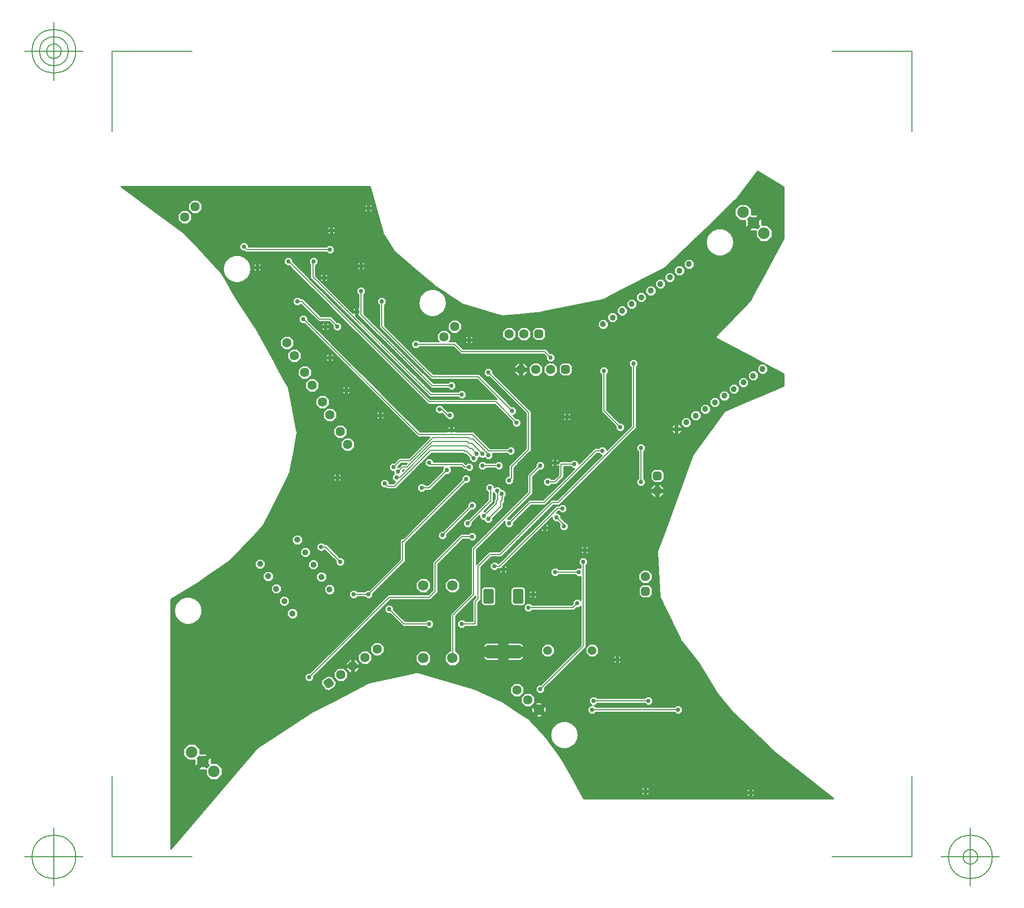
<source format=gbr>
G04 Generated by Ultiboard 11.0 *
%FSLAX25Y25*%
%MOIN*%

%ADD10C,0.01000*%
%ADD11C,0.00600*%
%ADD12C,0.00500*%
%ADD13C,0.03000*%
%ADD14C,0.06334*%
%ADD15R,0.02083X0.02083*%
%ADD16C,0.03917*%
%ADD17C,0.05937*%
%ADD18P,0.02945X4X3*%
%ADD19P,0.02945X4X80*%
%ADD20C,0.07834*%
%ADD21C,0.04100*%
%ADD22C,0.07079*%
%ADD23R,0.04666X0.07666*%
%ADD24C,0.02334*%
%ADD25R,0.21666X0.06666*%
%ADD26C,0.04047*%


G04 ColorRGB CC3300 for the following layer *
%LNCopper Bottom*%
%LPD*%
%FSLAX25Y25*%
%MOIN*%
G54D10*
X16733Y442667D02*
X16067Y442667D01*
X16067Y442667D02*
X13333Y439933D01*
X13333Y439933D02*
X13333Y436367D01*
X13333Y436367D02*
X-11337Y436367D01*
X-11337Y436367D02*
X-31947Y451600D01*
X-31947Y451600D02*
X16733Y451600D01*
X16733Y451600D02*
X16733Y442667D01*
G36*
X16733Y442667D02*
X16067Y442667D01*
X13333Y439933D01*
X13333Y436367D01*
X-11337Y436367D01*
X-31947Y451600D01*
X16733Y451600D01*
X16733Y442667D01*
G37*
X16733Y442667D02*
X16067Y442667D01*
X16067Y442667D02*
X13333Y439933D01*
X13333Y439933D02*
X13333Y436367D01*
X13333Y436367D02*
X-11337Y436367D01*
X-11337Y436367D02*
X-31947Y451600D01*
X-31947Y451600D02*
X16733Y451600D01*
X16733Y451600D02*
X16733Y442667D01*
X12275Y435596D02*
X8996Y435596D01*
X8996Y435596D02*
X6262Y432862D01*
X6262Y432862D02*
X6262Y428996D01*
X6262Y428996D02*
X8996Y426262D01*
X8996Y426262D02*
X12275Y426262D01*
X12275Y426262D02*
X12275Y418331D01*
X12275Y418331D02*
X10914Y419784D01*
X10914Y419784D02*
X10891Y419937D01*
X10891Y419937D02*
X10502Y420225D01*
X10502Y420225D02*
X10170Y420579D01*
X10170Y420579D02*
X10016Y420584D01*
X10016Y420584D02*
X-11337Y436367D01*
X-11337Y436367D02*
X12275Y436367D01*
X12275Y436367D02*
X12275Y435596D01*
G36*
X12275Y435596D02*
X8996Y435596D01*
X6262Y432862D01*
X6262Y428996D01*
X8996Y426262D01*
X12275Y426262D01*
X12275Y418331D01*
X10914Y419784D01*
X10891Y419937D01*
X10502Y420225D01*
X10170Y420579D01*
X10016Y420584D01*
X-11337Y436367D01*
X12275Y436367D01*
X12275Y435596D01*
G37*
X12275Y435596D02*
X8996Y435596D01*
X8996Y435596D02*
X6262Y432862D01*
X6262Y432862D02*
X6262Y428996D01*
X6262Y428996D02*
X8996Y426262D01*
X8996Y426262D02*
X12275Y426262D01*
X12275Y426262D02*
X12275Y418331D01*
X12275Y418331D02*
X10914Y419784D01*
X10914Y419784D02*
X10891Y419937D01*
X10891Y419937D02*
X10502Y420225D01*
X10502Y420225D02*
X10170Y420579D01*
X10170Y420579D02*
X10016Y420584D01*
X10016Y420584D02*
X-11337Y436367D01*
X-11337Y436367D02*
X12275Y436367D01*
X12275Y436367D02*
X12275Y435596D01*
X254500Y353346D02*
X254500Y354474D01*
X254500Y354474D02*
X252474Y356500D01*
X252474Y356500D02*
X247526Y356500D01*
X247526Y356500D02*
X245500Y354474D01*
X245500Y354474D02*
X245500Y353346D01*
X245500Y353346D02*
X244667Y353346D01*
X244667Y353346D02*
X244667Y353933D01*
X244667Y353933D02*
X241933Y356667D01*
X241933Y356667D02*
X238067Y356667D01*
X238067Y356667D02*
X235667Y354267D01*
X235667Y354267D02*
X235667Y365052D01*
X235667Y365052D02*
X248312Y366256D01*
X248312Y366256D02*
X248386Y366207D01*
X248386Y366207D02*
X248919Y366314D01*
X248919Y366314D02*
X249461Y366366D01*
X249461Y366366D02*
X249517Y366434D01*
X249517Y366434D02*
X257254Y367985D01*
X257254Y367985D02*
X257254Y353346D01*
X257254Y353346D02*
X254500Y353346D01*
G36*
X254500Y353346D02*
X254500Y354474D01*
X252474Y356500D01*
X247526Y356500D01*
X245500Y354474D01*
X245500Y353346D01*
X244667Y353346D01*
X244667Y353933D01*
X241933Y356667D01*
X238067Y356667D01*
X235667Y354267D01*
X235667Y365052D01*
X248312Y366256D01*
X248386Y366207D01*
X248919Y366314D01*
X249461Y366366D01*
X249517Y366434D01*
X257254Y367985D01*
X257254Y353346D01*
X254500Y353346D01*
G37*
X254500Y353346D02*
X254500Y354474D01*
X254500Y354474D02*
X252474Y356500D01*
X252474Y356500D02*
X247526Y356500D01*
X247526Y356500D02*
X245500Y354474D01*
X245500Y354474D02*
X245500Y353346D01*
X245500Y353346D02*
X244667Y353346D01*
X244667Y353346D02*
X244667Y353933D01*
X244667Y353933D02*
X241933Y356667D01*
X241933Y356667D02*
X238067Y356667D01*
X238067Y356667D02*
X235667Y354267D01*
X235667Y354267D02*
X235667Y365052D01*
X235667Y365052D02*
X248312Y366256D01*
X248312Y366256D02*
X248386Y366207D01*
X248386Y366207D02*
X248919Y366314D01*
X248919Y366314D02*
X249461Y366366D01*
X249461Y366366D02*
X249517Y366434D01*
X249517Y366434D02*
X257254Y367985D01*
X257254Y367985D02*
X257254Y353346D01*
X257254Y353346D02*
X254500Y353346D01*
X252667Y326900D02*
X252667Y329933D01*
X252667Y329933D02*
X249933Y332667D01*
X249933Y332667D02*
X246067Y332667D01*
X246067Y332667D02*
X243333Y329933D01*
X243333Y329933D02*
X243333Y326900D01*
X243333Y326900D02*
X242667Y326900D01*
X242667Y326900D02*
X242667Y327033D01*
X242667Y327033D02*
X239933Y327033D01*
X239933Y327033D02*
X239933Y328967D01*
X239933Y328967D02*
X242667Y328967D01*
X242667Y328967D02*
X242667Y329933D01*
X242667Y329933D02*
X239933Y332667D01*
X239933Y332667D02*
X239933Y338200D01*
X239933Y338200D02*
X253254Y338200D01*
X253254Y338200D02*
X255000Y336454D01*
X255000Y336454D02*
X255000Y334757D01*
X255000Y334757D02*
X256757Y333000D01*
X256757Y333000D02*
X257254Y333000D01*
X257254Y333000D02*
X257254Y332667D01*
X257254Y332667D02*
X256067Y332667D01*
X256067Y332667D02*
X253333Y329933D01*
X253333Y329933D02*
X253333Y326900D01*
X253333Y326900D02*
X252667Y326900D01*
G36*
X252667Y326900D02*
X252667Y329933D01*
X249933Y332667D01*
X246067Y332667D01*
X243333Y329933D01*
X243333Y326900D01*
X242667Y326900D01*
X242667Y327033D01*
X239933Y327033D01*
X239933Y328967D01*
X242667Y328967D01*
X242667Y329933D01*
X239933Y332667D01*
X239933Y338200D01*
X253254Y338200D01*
X255000Y336454D01*
X255000Y334757D01*
X256757Y333000D01*
X257254Y333000D01*
X257254Y332667D01*
X256067Y332667D01*
X253333Y329933D01*
X253333Y326900D01*
X252667Y326900D01*
G37*
X252667Y326900D02*
X252667Y329933D01*
X252667Y329933D02*
X249933Y332667D01*
X249933Y332667D02*
X246067Y332667D01*
X246067Y332667D02*
X243333Y329933D01*
X243333Y329933D02*
X243333Y326900D01*
X243333Y326900D02*
X242667Y326900D01*
X242667Y326900D02*
X242667Y327033D01*
X242667Y327033D02*
X239933Y327033D01*
X239933Y327033D02*
X239933Y328967D01*
X239933Y328967D02*
X242667Y328967D01*
X242667Y328967D02*
X242667Y329933D01*
X242667Y329933D02*
X239933Y332667D01*
X239933Y332667D02*
X239933Y338200D01*
X239933Y338200D02*
X253254Y338200D01*
X253254Y338200D02*
X255000Y336454D01*
X255000Y336454D02*
X255000Y334757D01*
X255000Y334757D02*
X256757Y333000D01*
X256757Y333000D02*
X257254Y333000D01*
X257254Y333000D02*
X257254Y332667D01*
X257254Y332667D02*
X256067Y332667D01*
X256067Y332667D02*
X253333Y329933D01*
X253333Y329933D02*
X253333Y326900D01*
X253333Y326900D02*
X252667Y326900D01*
X245500Y353346D02*
X245500Y349526D01*
X245500Y349526D02*
X247526Y347500D01*
X247526Y347500D02*
X252474Y347500D01*
X252474Y347500D02*
X254500Y349526D01*
X254500Y349526D02*
X254500Y353346D01*
X254500Y353346D02*
X257254Y353346D01*
X257254Y353346D02*
X257254Y339291D01*
X257254Y339291D02*
X254746Y341800D01*
X254746Y341800D02*
X239933Y341800D01*
X239933Y341800D02*
X239933Y347333D01*
X239933Y347333D02*
X241933Y347333D01*
X241933Y347333D02*
X244667Y350067D01*
X244667Y350067D02*
X244667Y353346D01*
X244667Y353346D02*
X245500Y353346D01*
G36*
X245500Y353346D02*
X245500Y349526D01*
X247526Y347500D01*
X252474Y347500D01*
X254500Y349526D01*
X254500Y353346D01*
X257254Y353346D01*
X257254Y339291D01*
X254746Y341800D01*
X239933Y341800D01*
X239933Y347333D01*
X241933Y347333D01*
X244667Y350067D01*
X244667Y353346D01*
X245500Y353346D01*
G37*
X245500Y353346D02*
X245500Y349526D01*
X245500Y349526D02*
X247526Y347500D01*
X247526Y347500D02*
X252474Y347500D01*
X252474Y347500D02*
X254500Y349526D01*
X254500Y349526D02*
X254500Y353346D01*
X254500Y353346D02*
X257254Y353346D01*
X257254Y353346D02*
X257254Y339291D01*
X257254Y339291D02*
X254746Y341800D01*
X254746Y341800D02*
X239933Y341800D01*
X239933Y341800D02*
X239933Y347333D01*
X239933Y347333D02*
X241933Y347333D01*
X241933Y347333D02*
X244667Y350067D01*
X244667Y350067D02*
X244667Y353346D01*
X244667Y353346D02*
X245500Y353346D01*
X247243Y216297D02*
X248379Y217433D01*
X248379Y217433D02*
X279757Y217433D01*
X279757Y217433D02*
X279757Y209000D01*
X279757Y209000D02*
X278000Y207243D01*
X278000Y207243D02*
X278000Y206621D01*
X278000Y206621D02*
X279757Y206621D01*
X279757Y206621D02*
X279757Y205379D01*
X279757Y205379D02*
X278000Y205379D01*
X278000Y205379D02*
X278000Y204757D01*
X278000Y204757D02*
X247243Y204757D01*
X247243Y204757D02*
X247243Y216297D01*
G36*
X247243Y216297D02*
X248379Y217433D01*
X279757Y217433D01*
X279757Y209000D01*
X278000Y207243D01*
X278000Y206621D01*
X279757Y206621D01*
X279757Y205379D01*
X278000Y205379D01*
X278000Y204757D01*
X247243Y204757D01*
X247243Y216297D01*
G37*
X247243Y216297D02*
X248379Y217433D01*
X248379Y217433D02*
X279757Y217433D01*
X279757Y217433D02*
X279757Y209000D01*
X279757Y209000D02*
X278000Y207243D01*
X278000Y207243D02*
X278000Y206621D01*
X278000Y206621D02*
X279757Y206621D01*
X279757Y206621D02*
X279757Y205379D01*
X279757Y205379D02*
X278000Y205379D01*
X278000Y205379D02*
X278000Y204757D01*
X278000Y204757D02*
X247243Y204757D01*
X247243Y204757D02*
X247243Y216297D01*
X278000Y204757D02*
X279757Y203000D01*
X279757Y203000D02*
X280379Y203000D01*
X280379Y203000D02*
X280379Y204757D01*
X280379Y204757D02*
X281621Y204757D01*
X281621Y204757D02*
X281621Y203000D01*
X281621Y203000D02*
X282243Y203000D01*
X282243Y203000D02*
X282243Y200000D01*
X282243Y200000D02*
X281243Y201000D01*
X281243Y201000D02*
X278757Y201000D01*
X278757Y201000D02*
X277000Y199243D01*
X277000Y199243D02*
X247243Y199243D01*
X247243Y199243D02*
X247243Y204757D01*
X247243Y204757D02*
X278000Y204757D01*
G36*
X278000Y204757D02*
X279757Y203000D01*
X280379Y203000D01*
X280379Y204757D01*
X281621Y204757D01*
X281621Y203000D01*
X282243Y203000D01*
X282243Y200000D01*
X281243Y201000D01*
X278757Y201000D01*
X277000Y199243D01*
X247243Y199243D01*
X247243Y204757D01*
X278000Y204757D01*
G37*
X278000Y204757D02*
X279757Y203000D01*
X279757Y203000D02*
X280379Y203000D01*
X280379Y203000D02*
X280379Y204757D01*
X280379Y204757D02*
X281621Y204757D01*
X281621Y204757D02*
X281621Y203000D01*
X281621Y203000D02*
X282243Y203000D01*
X282243Y203000D02*
X282243Y200000D01*
X282243Y200000D02*
X281243Y201000D01*
X281243Y201000D02*
X278757Y201000D01*
X278757Y201000D02*
X277000Y199243D01*
X277000Y199243D02*
X247243Y199243D01*
X247243Y199243D02*
X247243Y204757D01*
X247243Y204757D02*
X278000Y204757D01*
X260254Y194000D02*
X259757Y194000D01*
X259757Y194000D02*
X258000Y192243D01*
X258000Y192243D02*
X258000Y189757D01*
X258000Y189757D02*
X259757Y188000D01*
X259757Y188000D02*
X260254Y188000D01*
X260254Y188000D02*
X260254Y174757D01*
X260254Y174757D02*
X249000Y174757D01*
X249000Y174757D02*
X249000Y175379D01*
X249000Y175379D02*
X247243Y175379D01*
X247243Y175379D02*
X247243Y176621D01*
X247243Y176621D02*
X249000Y176621D01*
X249000Y176621D02*
X249000Y177243D01*
X249000Y177243D02*
X247243Y179000D01*
X247243Y179000D02*
X247243Y199243D01*
X247243Y199243D02*
X260254Y199243D01*
X260254Y199243D02*
X260254Y194000D01*
G36*
X260254Y194000D02*
X259757Y194000D01*
X258000Y192243D01*
X258000Y189757D01*
X259757Y188000D01*
X260254Y188000D01*
X260254Y174757D01*
X249000Y174757D01*
X249000Y175379D01*
X247243Y175379D01*
X247243Y176621D01*
X249000Y176621D01*
X249000Y177243D01*
X247243Y179000D01*
X247243Y199243D01*
X260254Y199243D01*
X260254Y194000D01*
G37*
X260254Y194000D02*
X259757Y194000D01*
X259757Y194000D02*
X258000Y192243D01*
X258000Y192243D02*
X258000Y189757D01*
X258000Y189757D02*
X259757Y188000D01*
X259757Y188000D02*
X260254Y188000D01*
X260254Y188000D02*
X260254Y174757D01*
X260254Y174757D02*
X249000Y174757D01*
X249000Y174757D02*
X249000Y175379D01*
X249000Y175379D02*
X247243Y175379D01*
X247243Y175379D02*
X247243Y176621D01*
X247243Y176621D02*
X249000Y176621D01*
X249000Y176621D02*
X249000Y177243D01*
X249000Y177243D02*
X247243Y179000D01*
X247243Y179000D02*
X247243Y199243D01*
X247243Y199243D02*
X260254Y199243D01*
X260254Y199243D02*
X260254Y194000D01*
X245443Y168800D02*
X244243Y170000D01*
X244243Y170000D02*
X244243Y173515D01*
X244243Y173515D02*
X244757Y173000D01*
X244757Y173000D02*
X245379Y173000D01*
X245379Y173000D02*
X245379Y174757D01*
X245379Y174757D02*
X246621Y174757D01*
X246621Y174757D02*
X246621Y173000D01*
X246621Y173000D02*
X247243Y173000D01*
X247243Y173000D02*
X249000Y174757D01*
X249000Y174757D02*
X272254Y174757D01*
X272254Y174757D02*
X272254Y168800D01*
X272254Y168800D02*
X245443Y168800D01*
G36*
X245443Y168800D02*
X244243Y170000D01*
X244243Y173515D01*
X244757Y173000D01*
X245379Y173000D01*
X245379Y174757D01*
X246621Y174757D01*
X246621Y173000D01*
X247243Y173000D01*
X249000Y174757D01*
X272254Y174757D01*
X272254Y168800D01*
X245443Y168800D01*
G37*
X245443Y168800D02*
X244243Y170000D01*
X244243Y170000D02*
X244243Y173515D01*
X244243Y173515D02*
X244757Y173000D01*
X244757Y173000D02*
X245379Y173000D01*
X245379Y173000D02*
X245379Y174757D01*
X245379Y174757D02*
X246621Y174757D01*
X246621Y174757D02*
X246621Y173000D01*
X246621Y173000D02*
X247243Y173000D01*
X247243Y173000D02*
X249000Y174757D01*
X249000Y174757D02*
X272254Y174757D01*
X272254Y174757D02*
X272254Y168800D01*
X272254Y168800D02*
X245443Y168800D01*
X245443Y165200D02*
X272254Y165200D01*
X272254Y165200D02*
X272254Y162700D01*
X272254Y162700D02*
X244243Y162700D01*
X244243Y162700D02*
X244243Y164000D01*
X244243Y164000D02*
X245443Y165200D01*
G36*
X245443Y165200D02*
X272254Y165200D01*
X272254Y162700D01*
X244243Y162700D01*
X244243Y164000D01*
X245443Y165200D01*
G37*
X245443Y165200D02*
X272254Y165200D01*
X272254Y165200D02*
X272254Y162700D01*
X272254Y162700D02*
X244243Y162700D01*
X244243Y162700D02*
X244243Y164000D01*
X244243Y164000D02*
X245443Y165200D01*
X238321Y107967D02*
X239804Y109449D01*
X239804Y109449D02*
X239804Y113316D01*
X239804Y113316D02*
X237070Y116050D01*
X237070Y116050D02*
X235667Y116050D01*
X235667Y116050D02*
X235667Y131250D01*
X235667Y131250D02*
X237938Y131250D01*
X237938Y131250D02*
X239500Y132812D01*
X239500Y132812D02*
X239500Y134250D01*
X239500Y134250D02*
X235667Y134250D01*
X235667Y134250D02*
X235667Y140250D01*
X235667Y140250D02*
X239500Y140250D01*
X239500Y140250D02*
X239500Y141688D01*
X239500Y141688D02*
X237938Y143250D01*
X237938Y143250D02*
X235667Y143250D01*
X235667Y143250D02*
X235667Y162700D01*
X235667Y162700D02*
X252243Y162700D01*
X252243Y162700D02*
X252243Y140562D01*
X252243Y140562D02*
X251531Y139851D01*
X251531Y139851D02*
X251531Y136149D01*
X251531Y136149D02*
X252243Y135438D01*
X252243Y135438D02*
X252243Y115788D01*
X252243Y115788D02*
X251454Y115000D01*
X251454Y115000D02*
X249757Y115000D01*
X249757Y115000D02*
X248000Y113243D01*
X248000Y113243D02*
X248000Y110757D01*
X248000Y110757D02*
X249757Y109000D01*
X249757Y109000D02*
X252243Y109000D01*
X252243Y109000D02*
X252243Y107967D01*
X252243Y107967D02*
X245893Y107967D01*
X245893Y107967D02*
X244502Y109358D01*
X244502Y109358D02*
X240635Y109358D01*
X240635Y109358D02*
X239244Y107967D01*
X239244Y107967D02*
X238321Y107967D01*
G36*
X238321Y107967D02*
X239804Y109449D01*
X239804Y113316D01*
X237070Y116050D01*
X235667Y116050D01*
X235667Y131250D01*
X237938Y131250D01*
X239500Y132812D01*
X239500Y134250D01*
X235667Y134250D01*
X235667Y140250D01*
X239500Y140250D01*
X239500Y141688D01*
X237938Y143250D01*
X235667Y143250D01*
X235667Y162700D01*
X252243Y162700D01*
X252243Y140562D01*
X251531Y139851D01*
X251531Y136149D01*
X252243Y135438D01*
X252243Y115788D01*
X251454Y115000D01*
X249757Y115000D01*
X248000Y113243D01*
X248000Y110757D01*
X249757Y109000D01*
X252243Y109000D01*
X252243Y107967D01*
X245893Y107967D01*
X244502Y109358D01*
X240635Y109358D01*
X239244Y107967D01*
X238321Y107967D01*
G37*
X238321Y107967D02*
X239804Y109449D01*
X239804Y109449D02*
X239804Y113316D01*
X239804Y113316D02*
X237070Y116050D01*
X237070Y116050D02*
X235667Y116050D01*
X235667Y116050D02*
X235667Y131250D01*
X235667Y131250D02*
X237938Y131250D01*
X237938Y131250D02*
X239500Y132812D01*
X239500Y132812D02*
X239500Y134250D01*
X239500Y134250D02*
X235667Y134250D01*
X235667Y134250D02*
X235667Y140250D01*
X235667Y140250D02*
X239500Y140250D01*
X239500Y140250D02*
X239500Y141688D01*
X239500Y141688D02*
X237938Y143250D01*
X237938Y143250D02*
X235667Y143250D01*
X235667Y143250D02*
X235667Y162700D01*
X235667Y162700D02*
X252243Y162700D01*
X252243Y162700D02*
X252243Y140562D01*
X252243Y140562D02*
X251531Y139851D01*
X251531Y139851D02*
X251531Y136149D01*
X251531Y136149D02*
X252243Y135438D01*
X252243Y135438D02*
X252243Y115788D01*
X252243Y115788D02*
X251454Y115000D01*
X251454Y115000D02*
X249757Y115000D01*
X249757Y115000D02*
X248000Y113243D01*
X248000Y113243D02*
X248000Y110757D01*
X248000Y110757D02*
X249757Y109000D01*
X249757Y109000D02*
X252243Y109000D01*
X252243Y109000D02*
X252243Y107967D01*
X252243Y107967D02*
X245893Y107967D01*
X245893Y107967D02*
X244502Y109358D01*
X244502Y109358D02*
X240635Y109358D01*
X240635Y109358D02*
X239244Y107967D01*
X239244Y107967D02*
X238321Y107967D01*
X260469Y139437D02*
X260469Y139851D01*
X260469Y139851D02*
X257851Y142469D01*
X257851Y142469D02*
X254149Y142469D01*
X254149Y142469D02*
X252243Y140562D01*
X252243Y140562D02*
X252243Y162700D01*
X252243Y162700D02*
X278200Y162700D01*
X278200Y162700D02*
X278200Y141746D01*
X278200Y141746D02*
X275891Y139437D01*
X275891Y139437D02*
X260469Y139437D01*
G36*
X260469Y139437D02*
X260469Y139851D01*
X257851Y142469D01*
X254149Y142469D01*
X252243Y140562D01*
X252243Y162700D01*
X278200Y162700D01*
X278200Y141746D01*
X275891Y139437D01*
X260469Y139437D01*
G37*
X260469Y139437D02*
X260469Y139851D01*
X260469Y139851D02*
X257851Y142469D01*
X257851Y142469D02*
X254149Y142469D01*
X254149Y142469D02*
X252243Y140562D01*
X252243Y140562D02*
X252243Y162700D01*
X252243Y162700D02*
X278200Y162700D01*
X278200Y162700D02*
X278200Y141746D01*
X278200Y141746D02*
X275891Y139437D01*
X275891Y139437D02*
X260469Y139437D01*
X252243Y109000D02*
X254000Y110757D01*
X254000Y110757D02*
X254000Y112454D01*
X254000Y112454D02*
X280746Y139200D01*
X280746Y139200D02*
X280746Y107967D01*
X280746Y107967D02*
X252243Y107967D01*
X252243Y107967D02*
X252243Y109000D01*
G36*
X252243Y109000D02*
X254000Y110757D01*
X254000Y112454D01*
X280746Y139200D01*
X280746Y107967D01*
X252243Y107967D01*
X252243Y109000D01*
G37*
X252243Y109000D02*
X254000Y110757D01*
X254000Y110757D02*
X254000Y112454D01*
X254000Y112454D02*
X280746Y139200D01*
X280746Y139200D02*
X280746Y107967D01*
X280746Y107967D02*
X252243Y107967D01*
X252243Y107967D02*
X252243Y109000D01*
X252243Y135438D02*
X254149Y133531D01*
X254149Y133531D02*
X257851Y133531D01*
X257851Y133531D02*
X260469Y136149D01*
X260469Y136149D02*
X260469Y139437D01*
X260469Y139437D02*
X275891Y139437D01*
X275891Y139437D02*
X252243Y115788D01*
X252243Y115788D02*
X252243Y135438D01*
G36*
X252243Y135438D02*
X254149Y133531D01*
X257851Y133531D01*
X260469Y136149D01*
X260469Y139437D01*
X275891Y139437D01*
X252243Y115788D01*
X252243Y135438D01*
G37*
X252243Y135438D02*
X254149Y133531D01*
X254149Y133531D02*
X257851Y133531D01*
X257851Y133531D02*
X260469Y136149D01*
X260469Y136149D02*
X260469Y139437D01*
X260469Y139437D02*
X275891Y139437D01*
X275891Y139437D02*
X252243Y115788D01*
X252243Y115788D02*
X252243Y135438D01*
X249908Y99747D02*
X252092Y102172D01*
X252092Y102172D02*
X251173Y103000D01*
X251173Y103000D02*
X249908Y102933D01*
X249908Y102933D02*
X249908Y107967D01*
X249908Y107967D02*
X258822Y107967D01*
X258822Y107967D02*
X258822Y98092D01*
X258822Y98092D02*
X254933Y98092D01*
X254933Y98092D02*
X254850Y99689D01*
X254850Y99689D02*
X253930Y100516D01*
X253930Y100516D02*
X251747Y98092D01*
X251747Y98092D02*
X249908Y98092D01*
X249908Y98092D02*
X249908Y99747D01*
G36*
X249908Y99747D02*
X252092Y102172D01*
X251173Y103000D01*
X249908Y102933D01*
X249908Y107967D01*
X258822Y107967D01*
X258822Y98092D01*
X254933Y98092D01*
X254850Y99689D01*
X253930Y100516D01*
X251747Y98092D01*
X249908Y98092D01*
X249908Y99747D01*
G37*
X249908Y99747D02*
X252092Y102172D01*
X252092Y102172D02*
X251173Y103000D01*
X251173Y103000D02*
X249908Y102933D01*
X249908Y102933D02*
X249908Y107967D01*
X249908Y107967D02*
X258822Y107967D01*
X258822Y107967D02*
X258822Y98092D01*
X258822Y98092D02*
X254933Y98092D01*
X254933Y98092D02*
X254850Y99689D01*
X254850Y99689D02*
X253930Y100516D01*
X253930Y100516D02*
X251747Y98092D01*
X251747Y98092D02*
X249908Y98092D01*
X249908Y98092D02*
X249908Y99747D01*
X250092Y93067D02*
X251689Y93150D01*
X251689Y93150D02*
X252516Y94070D01*
X252516Y94070D02*
X250092Y96253D01*
X250092Y96253D02*
X250092Y98092D01*
X250092Y98092D02*
X251747Y98092D01*
X251747Y98092D02*
X254172Y95908D01*
X254172Y95908D02*
X255000Y96827D01*
X255000Y96827D02*
X254933Y98092D01*
X254933Y98092D02*
X258822Y98092D01*
X258822Y98092D02*
X258822Y85370D01*
X258822Y85370D02*
X258772Y85257D01*
X258772Y85257D02*
X258557Y84885D01*
X258557Y84885D02*
X258540Y84876D01*
X258540Y84876D02*
X258525Y84829D01*
X258525Y84829D02*
X258500Y84787D01*
X258500Y84787D02*
X258505Y84768D01*
X258505Y84768D02*
X258373Y84360D01*
X258373Y84360D02*
X258198Y83968D01*
X258198Y83968D02*
X258182Y83958D01*
X258182Y83958D02*
X258172Y83909D01*
X258172Y83909D02*
X258152Y83864D01*
X258152Y83864D02*
X258159Y83847D01*
X258159Y83847D02*
X258069Y83427D01*
X258069Y83427D02*
X257937Y83018D01*
X257937Y83018D02*
X257922Y83006D01*
X257922Y83006D02*
X257917Y82957D01*
X257917Y82957D02*
X257902Y82911D01*
X257902Y82911D02*
X257910Y82894D01*
X257910Y82894D02*
X257865Y82467D01*
X257865Y82467D02*
X257776Y82047D01*
X257776Y82047D02*
X257763Y82033D01*
X257763Y82033D02*
X257763Y81984D01*
X257763Y81984D02*
X257753Y81936D01*
X257753Y81936D02*
X257763Y81920D01*
X257763Y81920D02*
X257763Y81491D01*
X257763Y81491D02*
X257718Y81064D01*
X257718Y81064D02*
X257706Y81049D01*
X257706Y81049D02*
X257711Y81000D01*
X257711Y81000D02*
X257706Y80951D01*
X257706Y80951D02*
X257718Y80936D01*
X257718Y80936D02*
X257763Y80509D01*
X257763Y80509D02*
X257763Y80080D01*
X257763Y80080D02*
X257753Y80064D01*
X257753Y80064D02*
X257763Y80016D01*
X257763Y80016D02*
X257763Y79967D01*
X257763Y79967D02*
X257776Y79953D01*
X257776Y79953D02*
X257865Y79533D01*
X257865Y79533D02*
X257910Y79106D01*
X257910Y79106D02*
X257902Y79089D01*
X257902Y79089D02*
X257917Y79043D01*
X257917Y79043D02*
X257922Y78994D01*
X257922Y78994D02*
X257937Y78982D01*
X257937Y78982D02*
X258069Y78573D01*
X258069Y78573D02*
X258159Y78153D01*
X258159Y78153D02*
X258152Y78136D01*
X258152Y78136D02*
X258172Y78091D01*
X258172Y78091D02*
X258182Y78042D01*
X258182Y78042D02*
X258198Y78032D01*
X258198Y78032D02*
X258373Y77640D01*
X258373Y77640D02*
X258505Y77232D01*
X258505Y77232D02*
X258500Y77213D01*
X258500Y77213D02*
X258525Y77171D01*
X258525Y77171D02*
X258540Y77124D01*
X258540Y77124D02*
X258557Y77115D01*
X258557Y77115D02*
X258772Y76743D01*
X258772Y76743D02*
X258822Y76630D01*
X258822Y76630D02*
X258822Y73597D01*
X258822Y73597D02*
X254524Y79459D01*
X254524Y79459D02*
X254528Y79549D01*
X254528Y79549D02*
X254163Y79951D01*
X254163Y79951D02*
X253842Y80388D01*
X253842Y80388D02*
X253753Y80402D01*
X253753Y80402D02*
X250092Y84429D01*
X250092Y84429D02*
X250092Y93067D01*
G36*
X250092Y93067D02*
X251689Y93150D01*
X252516Y94070D01*
X250092Y96253D01*
X250092Y98092D01*
X251747Y98092D01*
X254172Y95908D01*
X255000Y96827D01*
X254933Y98092D01*
X258822Y98092D01*
X258822Y85370D01*
X258772Y85257D01*
X258557Y84885D01*
X258540Y84876D01*
X258525Y84829D01*
X258500Y84787D01*
X258505Y84768D01*
X258373Y84360D01*
X258198Y83968D01*
X258182Y83958D01*
X258172Y83909D01*
X258152Y83864D01*
X258159Y83847D01*
X258069Y83427D01*
X257937Y83018D01*
X257922Y83006D01*
X257917Y82957D01*
X257902Y82911D01*
X257910Y82894D01*
X257865Y82467D01*
X257776Y82047D01*
X257763Y82033D01*
X257763Y81984D01*
X257753Y81936D01*
X257763Y81920D01*
X257763Y81491D01*
X257718Y81064D01*
X257706Y81049D01*
X257711Y81000D01*
X257706Y80951D01*
X257718Y80936D01*
X257763Y80509D01*
X257763Y80080D01*
X257753Y80064D01*
X257763Y80016D01*
X257763Y79967D01*
X257776Y79953D01*
X257865Y79533D01*
X257910Y79106D01*
X257902Y79089D01*
X257917Y79043D01*
X257922Y78994D01*
X257937Y78982D01*
X258069Y78573D01*
X258159Y78153D01*
X258152Y78136D01*
X258172Y78091D01*
X258182Y78042D01*
X258198Y78032D01*
X258373Y77640D01*
X258505Y77232D01*
X258500Y77213D01*
X258525Y77171D01*
X258540Y77124D01*
X258557Y77115D01*
X258772Y76743D01*
X258822Y76630D01*
X258822Y73597D01*
X254524Y79459D01*
X254528Y79549D01*
X254163Y79951D01*
X253842Y80388D01*
X253753Y80402D01*
X250092Y84429D01*
X250092Y93067D01*
G37*
X250092Y93067D02*
X251689Y93150D01*
X251689Y93150D02*
X252516Y94070D01*
X252516Y94070D02*
X250092Y96253D01*
X250092Y96253D02*
X250092Y98092D01*
X250092Y98092D02*
X251747Y98092D01*
X251747Y98092D02*
X254172Y95908D01*
X254172Y95908D02*
X255000Y96827D01*
X255000Y96827D02*
X254933Y98092D01*
X254933Y98092D02*
X258822Y98092D01*
X258822Y98092D02*
X258822Y85370D01*
X258822Y85370D02*
X258772Y85257D01*
X258772Y85257D02*
X258557Y84885D01*
X258557Y84885D02*
X258540Y84876D01*
X258540Y84876D02*
X258525Y84829D01*
X258525Y84829D02*
X258500Y84787D01*
X258500Y84787D02*
X258505Y84768D01*
X258505Y84768D02*
X258373Y84360D01*
X258373Y84360D02*
X258198Y83968D01*
X258198Y83968D02*
X258182Y83958D01*
X258182Y83958D02*
X258172Y83909D01*
X258172Y83909D02*
X258152Y83864D01*
X258152Y83864D02*
X258159Y83847D01*
X258159Y83847D02*
X258069Y83427D01*
X258069Y83427D02*
X257937Y83018D01*
X257937Y83018D02*
X257922Y83006D01*
X257922Y83006D02*
X257917Y82957D01*
X257917Y82957D02*
X257902Y82911D01*
X257902Y82911D02*
X257910Y82894D01*
X257910Y82894D02*
X257865Y82467D01*
X257865Y82467D02*
X257776Y82047D01*
X257776Y82047D02*
X257763Y82033D01*
X257763Y82033D02*
X257763Y81984D01*
X257763Y81984D02*
X257753Y81936D01*
X257753Y81936D02*
X257763Y81920D01*
X257763Y81920D02*
X257763Y81491D01*
X257763Y81491D02*
X257718Y81064D01*
X257718Y81064D02*
X257706Y81049D01*
X257706Y81049D02*
X257711Y81000D01*
X257711Y81000D02*
X257706Y80951D01*
X257706Y80951D02*
X257718Y80936D01*
X257718Y80936D02*
X257763Y80509D01*
X257763Y80509D02*
X257763Y80080D01*
X257763Y80080D02*
X257753Y80064D01*
X257753Y80064D02*
X257763Y80016D01*
X257763Y80016D02*
X257763Y79967D01*
X257763Y79967D02*
X257776Y79953D01*
X257776Y79953D02*
X257865Y79533D01*
X257865Y79533D02*
X257910Y79106D01*
X257910Y79106D02*
X257902Y79089D01*
X257902Y79089D02*
X257917Y79043D01*
X257917Y79043D02*
X257922Y78994D01*
X257922Y78994D02*
X257937Y78982D01*
X257937Y78982D02*
X258069Y78573D01*
X258069Y78573D02*
X258159Y78153D01*
X258159Y78153D02*
X258152Y78136D01*
X258152Y78136D02*
X258172Y78091D01*
X258172Y78091D02*
X258182Y78042D01*
X258182Y78042D02*
X258198Y78032D01*
X258198Y78032D02*
X258373Y77640D01*
X258373Y77640D02*
X258505Y77232D01*
X258505Y77232D02*
X258500Y77213D01*
X258500Y77213D02*
X258525Y77171D01*
X258525Y77171D02*
X258540Y77124D01*
X258540Y77124D02*
X258557Y77115D01*
X258557Y77115D02*
X258772Y76743D01*
X258772Y76743D02*
X258822Y76630D01*
X258822Y76630D02*
X258822Y73597D01*
X258822Y73597D02*
X254524Y79459D01*
X254524Y79459D02*
X254528Y79549D01*
X254528Y79549D02*
X254163Y79951D01*
X254163Y79951D02*
X253842Y80388D01*
X253842Y80388D02*
X253753Y80402D01*
X253753Y80402D02*
X250092Y84429D01*
X250092Y84429D02*
X250092Y93067D01*
X243333Y326900D02*
X243333Y326067D01*
X243333Y326067D02*
X246067Y323333D01*
X246067Y323333D02*
X249933Y323333D01*
X249933Y323333D02*
X252667Y326067D01*
X252667Y326067D02*
X252667Y326900D01*
X252667Y326900D02*
X253333Y326900D01*
X253333Y326900D02*
X253333Y326067D01*
X253333Y326067D02*
X256067Y323333D01*
X256067Y323333D02*
X259933Y323333D01*
X259933Y323333D02*
X262667Y326067D01*
X262667Y326067D02*
X262667Y326900D01*
X262667Y326900D02*
X263500Y326900D01*
X263500Y326900D02*
X263500Y325526D01*
X263500Y325526D02*
X265526Y323500D01*
X265526Y323500D02*
X267757Y323500D01*
X267757Y323500D02*
X267757Y299000D01*
X267757Y299000D02*
X266000Y297243D01*
X266000Y297243D02*
X266000Y296621D01*
X266000Y296621D02*
X267757Y296621D01*
X267757Y296621D02*
X267757Y295379D01*
X267757Y295379D02*
X266000Y295379D01*
X266000Y295379D02*
X266000Y294757D01*
X266000Y294757D02*
X244800Y294757D01*
X244800Y294757D02*
X244800Y299746D01*
X244800Y299746D02*
X235667Y308879D01*
X235667Y308879D02*
X235667Y323733D01*
X235667Y323733D02*
X236067Y323333D01*
X236067Y323333D02*
X237033Y323333D01*
X237033Y323333D02*
X237033Y326900D01*
X237033Y326900D02*
X238967Y326900D01*
X238967Y326900D02*
X238967Y323333D01*
X238967Y323333D02*
X239933Y323333D01*
X239933Y323333D02*
X242667Y326067D01*
X242667Y326067D02*
X242667Y326900D01*
X242667Y326900D02*
X243333Y326900D01*
G36*
X243333Y326900D02*
X243333Y326067D01*
X246067Y323333D01*
X249933Y323333D01*
X252667Y326067D01*
X252667Y326900D01*
X253333Y326900D01*
X253333Y326067D01*
X256067Y323333D01*
X259933Y323333D01*
X262667Y326067D01*
X262667Y326900D01*
X263500Y326900D01*
X263500Y325526D01*
X265526Y323500D01*
X267757Y323500D01*
X267757Y299000D01*
X266000Y297243D01*
X266000Y296621D01*
X267757Y296621D01*
X267757Y295379D01*
X266000Y295379D01*
X266000Y294757D01*
X244800Y294757D01*
X244800Y299746D01*
X235667Y308879D01*
X235667Y323733D01*
X236067Y323333D01*
X237033Y323333D01*
X237033Y326900D01*
X238967Y326900D01*
X238967Y323333D01*
X239933Y323333D01*
X242667Y326067D01*
X242667Y326900D01*
X243333Y326900D01*
G37*
X243333Y326900D02*
X243333Y326067D01*
X243333Y326067D02*
X246067Y323333D01*
X246067Y323333D02*
X249933Y323333D01*
X249933Y323333D02*
X252667Y326067D01*
X252667Y326067D02*
X252667Y326900D01*
X252667Y326900D02*
X253333Y326900D01*
X253333Y326900D02*
X253333Y326067D01*
X253333Y326067D02*
X256067Y323333D01*
X256067Y323333D02*
X259933Y323333D01*
X259933Y323333D02*
X262667Y326067D01*
X262667Y326067D02*
X262667Y326900D01*
X262667Y326900D02*
X263500Y326900D01*
X263500Y326900D02*
X263500Y325526D01*
X263500Y325526D02*
X265526Y323500D01*
X265526Y323500D02*
X267757Y323500D01*
X267757Y323500D02*
X267757Y299000D01*
X267757Y299000D02*
X266000Y297243D01*
X266000Y297243D02*
X266000Y296621D01*
X266000Y296621D02*
X267757Y296621D01*
X267757Y296621D02*
X267757Y295379D01*
X267757Y295379D02*
X266000Y295379D01*
X266000Y295379D02*
X266000Y294757D01*
X266000Y294757D02*
X244800Y294757D01*
X244800Y294757D02*
X244800Y299746D01*
X244800Y299746D02*
X235667Y308879D01*
X235667Y308879D02*
X235667Y323733D01*
X235667Y323733D02*
X236067Y323333D01*
X236067Y323333D02*
X237033Y323333D01*
X237033Y323333D02*
X237033Y326900D01*
X237033Y326900D02*
X238967Y326900D01*
X238967Y326900D02*
X238967Y323333D01*
X238967Y323333D02*
X239933Y323333D01*
X239933Y323333D02*
X242667Y326067D01*
X242667Y326067D02*
X242667Y326900D01*
X242667Y326900D02*
X243333Y326900D01*
X285021Y272167D02*
X243962Y272167D01*
X243962Y272167D02*
X244800Y273004D01*
X244800Y273004D02*
X244800Y294757D01*
X244800Y294757D02*
X266000Y294757D01*
X266000Y294757D02*
X267757Y293000D01*
X267757Y293000D02*
X268379Y293000D01*
X268379Y293000D02*
X268379Y294757D01*
X268379Y294757D02*
X269621Y294757D01*
X269621Y294757D02*
X269621Y293000D01*
X269621Y293000D02*
X270243Y293000D01*
X270243Y293000D02*
X272000Y294757D01*
X272000Y294757D02*
X290400Y294757D01*
X290400Y294757D02*
X290400Y274800D01*
X290400Y274800D02*
X287654Y274800D01*
X287654Y274800D02*
X285021Y272167D01*
G36*
X285021Y272167D02*
X243962Y272167D01*
X244800Y273004D01*
X244800Y294757D01*
X266000Y294757D01*
X267757Y293000D01*
X268379Y293000D01*
X268379Y294757D01*
X269621Y294757D01*
X269621Y293000D01*
X270243Y293000D01*
X272000Y294757D01*
X290400Y294757D01*
X290400Y274800D01*
X287654Y274800D01*
X285021Y272167D01*
G37*
X285021Y272167D02*
X243962Y272167D01*
X243962Y272167D02*
X244800Y273004D01*
X244800Y273004D02*
X244800Y294757D01*
X244800Y294757D02*
X266000Y294757D01*
X266000Y294757D02*
X267757Y293000D01*
X267757Y293000D02*
X268379Y293000D01*
X268379Y293000D02*
X268379Y294757D01*
X268379Y294757D02*
X269621Y294757D01*
X269621Y294757D02*
X269621Y293000D01*
X269621Y293000D02*
X270243Y293000D01*
X270243Y293000D02*
X272000Y294757D01*
X272000Y294757D02*
X290400Y294757D01*
X290400Y294757D02*
X290400Y274800D01*
X290400Y274800D02*
X287654Y274800D01*
X287654Y274800D02*
X285021Y272167D01*
X254000Y263757D02*
X254000Y264243D01*
X254000Y264243D02*
X252243Y266000D01*
X252243Y266000D02*
X249757Y266000D01*
X249757Y266000D02*
X248000Y264243D01*
X248000Y264243D02*
X248000Y263757D01*
X248000Y263757D02*
X235667Y263757D01*
X235667Y263757D02*
X235667Y263871D01*
X235667Y263871D02*
X243962Y272167D01*
X243962Y272167D02*
X259757Y272167D01*
X259757Y272167D02*
X259757Y268000D01*
X259757Y268000D02*
X258000Y266243D01*
X258000Y266243D02*
X258000Y265621D01*
X258000Y265621D02*
X259757Y265621D01*
X259757Y265621D02*
X259757Y264379D01*
X259757Y264379D02*
X258000Y264379D01*
X258000Y264379D02*
X258000Y263757D01*
X258000Y263757D02*
X254000Y263757D01*
G36*
X254000Y263757D02*
X254000Y264243D01*
X252243Y266000D01*
X249757Y266000D01*
X248000Y264243D01*
X248000Y263757D01*
X235667Y263757D01*
X235667Y263871D01*
X243962Y272167D01*
X259757Y272167D01*
X259757Y268000D01*
X258000Y266243D01*
X258000Y265621D01*
X259757Y265621D01*
X259757Y264379D01*
X258000Y264379D01*
X258000Y263757D01*
X254000Y263757D01*
G37*
X254000Y263757D02*
X254000Y264243D01*
X254000Y264243D02*
X252243Y266000D01*
X252243Y266000D02*
X249757Y266000D01*
X249757Y266000D02*
X248000Y264243D01*
X248000Y264243D02*
X248000Y263757D01*
X248000Y263757D02*
X235667Y263757D01*
X235667Y263757D02*
X235667Y263871D01*
X235667Y263871D02*
X243962Y272167D01*
X243962Y272167D02*
X259757Y272167D01*
X259757Y272167D02*
X259757Y268000D01*
X259757Y268000D02*
X258000Y266243D01*
X258000Y266243D02*
X258000Y265621D01*
X258000Y265621D02*
X259757Y265621D01*
X259757Y265621D02*
X259757Y264379D01*
X259757Y264379D02*
X258000Y264379D01*
X258000Y264379D02*
X258000Y263757D01*
X258000Y263757D02*
X254000Y263757D01*
X250546Y260000D02*
X252243Y260000D01*
X252243Y260000D02*
X254000Y261757D01*
X254000Y261757D02*
X254000Y263757D01*
X254000Y263757D02*
X258000Y263757D01*
X258000Y263757D02*
X259757Y262000D01*
X259757Y262000D02*
X260379Y262000D01*
X260379Y262000D02*
X260379Y263757D01*
X260379Y263757D02*
X261621Y263757D01*
X261621Y263757D02*
X261621Y262000D01*
X261621Y262000D02*
X261746Y262000D01*
X261746Y262000D02*
X261746Y255291D01*
X261746Y255291D02*
X260254Y253800D01*
X260254Y253800D02*
X258443Y253800D01*
X258443Y253800D02*
X257243Y255000D01*
X257243Y255000D02*
X254757Y255000D01*
X254757Y255000D02*
X253000Y253243D01*
X253000Y253243D02*
X245800Y253243D01*
X245800Y253243D02*
X245800Y255254D01*
X245800Y255254D02*
X250546Y260000D01*
G36*
X250546Y260000D02*
X252243Y260000D01*
X254000Y261757D01*
X254000Y263757D01*
X258000Y263757D01*
X259757Y262000D01*
X260379Y262000D01*
X260379Y263757D01*
X261621Y263757D01*
X261621Y262000D01*
X261746Y262000D01*
X261746Y255291D01*
X260254Y253800D01*
X258443Y253800D01*
X257243Y255000D01*
X254757Y255000D01*
X253000Y253243D01*
X245800Y253243D01*
X245800Y255254D01*
X250546Y260000D01*
G37*
X250546Y260000D02*
X252243Y260000D01*
X252243Y260000D02*
X254000Y261757D01*
X254000Y261757D02*
X254000Y263757D01*
X254000Y263757D02*
X258000Y263757D01*
X258000Y263757D02*
X259757Y262000D01*
X259757Y262000D02*
X260379Y262000D01*
X260379Y262000D02*
X260379Y263757D01*
X260379Y263757D02*
X261621Y263757D01*
X261621Y263757D02*
X261621Y262000D01*
X261621Y262000D02*
X261746Y262000D01*
X261746Y262000D02*
X261746Y255291D01*
X261746Y255291D02*
X260254Y253800D01*
X260254Y253800D02*
X258443Y253800D01*
X258443Y253800D02*
X257243Y255000D01*
X257243Y255000D02*
X254757Y255000D01*
X254757Y255000D02*
X253000Y253243D01*
X253000Y253243D02*
X245800Y253243D01*
X245800Y253243D02*
X245800Y255254D01*
X245800Y255254D02*
X250546Y260000D01*
X253000Y253243D02*
X253000Y250757D01*
X253000Y250757D02*
X254757Y249000D01*
X254757Y249000D02*
X257243Y249000D01*
X257243Y249000D02*
X258443Y250200D01*
X258443Y250200D02*
X261746Y250200D01*
X261746Y250200D02*
X261746Y248891D01*
X261746Y248891D02*
X256809Y243954D01*
X256809Y243954D02*
X245800Y243954D01*
X245800Y243954D02*
X245800Y253243D01*
X245800Y253243D02*
X253000Y253243D01*
G36*
X253000Y253243D02*
X253000Y250757D01*
X254757Y249000D01*
X257243Y249000D01*
X258443Y250200D01*
X261746Y250200D01*
X261746Y248891D01*
X256809Y243954D01*
X245800Y243954D01*
X245800Y253243D01*
X253000Y253243D01*
G37*
X253000Y253243D02*
X253000Y250757D01*
X253000Y250757D02*
X254757Y249000D01*
X254757Y249000D02*
X257243Y249000D01*
X257243Y249000D02*
X258443Y250200D01*
X258443Y250200D02*
X261746Y250200D01*
X261746Y250200D02*
X261746Y248891D01*
X261746Y248891D02*
X256809Y243954D01*
X256809Y243954D02*
X245800Y243954D01*
X245800Y243954D02*
X245800Y253243D01*
X245800Y253243D02*
X253000Y253243D01*
X252788Y229243D02*
X259746Y236200D01*
X259746Y236200D02*
X263746Y236200D01*
X263746Y236200D02*
X266291Y238746D01*
X266291Y238746D02*
X266746Y238746D01*
X266746Y238746D02*
X266746Y237000D01*
X266746Y237000D02*
X264757Y237000D01*
X264757Y237000D02*
X263557Y235800D01*
X263557Y235800D02*
X261654Y235800D01*
X261654Y235800D02*
X255097Y229243D01*
X255097Y229243D02*
X252788Y229243D01*
G36*
X252788Y229243D02*
X259746Y236200D01*
X263746Y236200D01*
X266291Y238746D01*
X266746Y238746D01*
X266746Y237000D01*
X264757Y237000D01*
X263557Y235800D01*
X261654Y235800D01*
X255097Y229243D01*
X252788Y229243D01*
G37*
X252788Y229243D02*
X259746Y236200D01*
X259746Y236200D02*
X263746Y236200D01*
X263746Y236200D02*
X266291Y238746D01*
X266291Y238746D02*
X266746Y238746D01*
X266746Y238746D02*
X266746Y237000D01*
X266746Y237000D02*
X264757Y237000D01*
X264757Y237000D02*
X263557Y235800D01*
X263557Y235800D02*
X261654Y235800D01*
X261654Y235800D02*
X255097Y229243D01*
X255097Y229243D02*
X252788Y229243D01*
X240979Y217433D02*
X252757Y229212D01*
X252757Y229212D02*
X252757Y226903D01*
X252757Y226903D02*
X243288Y217433D01*
X243288Y217433D02*
X240979Y217433D01*
G36*
X240979Y217433D02*
X252757Y229212D01*
X252757Y226903D01*
X243288Y217433D01*
X240979Y217433D01*
G37*
X240979Y217433D02*
X252757Y229212D01*
X252757Y229212D02*
X252757Y226903D01*
X252757Y226903D02*
X243288Y217433D01*
X243288Y217433D02*
X240979Y217433D01*
X254621Y223676D02*
X254621Y221621D01*
X254621Y221621D02*
X255243Y221621D01*
X255243Y221621D02*
X255243Y220379D01*
X255243Y220379D02*
X254621Y220379D01*
X254621Y220379D02*
X254621Y218000D01*
X254621Y218000D02*
X255243Y218000D01*
X255243Y218000D02*
X255243Y217433D01*
X255243Y217433D02*
X252757Y217433D01*
X252757Y217433D02*
X252757Y218000D01*
X252757Y218000D02*
X253379Y218000D01*
X253379Y218000D02*
X253379Y220379D01*
X253379Y220379D02*
X252757Y220379D01*
X252757Y220379D02*
X252757Y221621D01*
X252757Y221621D02*
X253379Y221621D01*
X253379Y221621D02*
X253379Y222433D01*
X253379Y222433D02*
X254621Y223676D01*
G36*
X254621Y223676D02*
X254621Y221621D01*
X255243Y221621D01*
X255243Y220379D01*
X254621Y220379D01*
X254621Y218000D01*
X255243Y218000D01*
X255243Y217433D01*
X252757Y217433D01*
X252757Y218000D01*
X253379Y218000D01*
X253379Y220379D01*
X252757Y220379D01*
X252757Y221621D01*
X253379Y221621D01*
X253379Y222433D01*
X254621Y223676D01*
G37*
X254621Y223676D02*
X254621Y221621D01*
X254621Y221621D02*
X255243Y221621D01*
X255243Y221621D02*
X255243Y220379D01*
X255243Y220379D02*
X254621Y220379D01*
X254621Y220379D02*
X254621Y218000D01*
X254621Y218000D02*
X255243Y218000D01*
X255243Y218000D02*
X255243Y217433D01*
X255243Y217433D02*
X252757Y217433D01*
X252757Y217433D02*
X252757Y218000D01*
X252757Y218000D02*
X253379Y218000D01*
X253379Y218000D02*
X253379Y220379D01*
X253379Y220379D02*
X252757Y220379D01*
X252757Y220379D02*
X252757Y221621D01*
X252757Y221621D02*
X253379Y221621D01*
X253379Y221621D02*
X253379Y222433D01*
X253379Y222433D02*
X254621Y223676D01*
X252654Y239800D02*
X243254Y239800D01*
X243254Y239800D02*
X242200Y238746D01*
X242200Y238746D02*
X240591Y238746D01*
X240591Y238746D02*
X245800Y243954D01*
X245800Y243954D02*
X256809Y243954D01*
X256809Y243954D02*
X252654Y239800D01*
G36*
X252654Y239800D02*
X243254Y239800D01*
X242200Y238746D01*
X240591Y238746D01*
X245800Y243954D01*
X256809Y243954D01*
X252654Y239800D01*
G37*
X252654Y239800D02*
X243254Y239800D01*
X243254Y239800D02*
X242200Y238746D01*
X242200Y238746D02*
X240591Y238746D01*
X240591Y238746D02*
X245800Y243954D01*
X245800Y243954D02*
X256809Y243954D01*
X256809Y243954D02*
X252654Y239800D01*
X251000Y220054D02*
X251000Y219757D01*
X251000Y219757D02*
X252757Y218000D01*
X252757Y218000D02*
X252757Y217433D01*
X252757Y217433D02*
X248379Y217433D01*
X248379Y217433D02*
X251000Y220054D01*
G36*
X251000Y220054D02*
X251000Y219757D01*
X252757Y218000D01*
X252757Y217433D01*
X248379Y217433D01*
X251000Y220054D01*
G37*
X251000Y220054D02*
X251000Y219757D01*
X251000Y219757D02*
X252757Y218000D01*
X252757Y218000D02*
X252757Y217433D01*
X252757Y217433D02*
X248379Y217433D01*
X248379Y217433D02*
X251000Y220054D01*
X252757Y229212D02*
X252788Y229243D01*
X252788Y229243D02*
X255097Y229243D01*
X255097Y229243D02*
X252757Y226903D01*
X252757Y226903D02*
X252757Y229212D01*
G36*
X252757Y229212D02*
X252788Y229243D01*
X255097Y229243D01*
X252757Y226903D01*
X252757Y229212D01*
G37*
X252757Y229212D02*
X252788Y229243D01*
X252788Y229243D02*
X255097Y229243D01*
X255097Y229243D02*
X252757Y226903D01*
X252757Y226903D02*
X252757Y229212D01*
X247697Y229243D02*
X237788Y229243D01*
X237788Y229243D02*
X244746Y236200D01*
X244746Y236200D02*
X254146Y236200D01*
X254146Y236200D02*
X256691Y238746D01*
X256691Y238746D02*
X257200Y238746D01*
X257200Y238746D02*
X247697Y229243D01*
G36*
X247697Y229243D02*
X237788Y229243D01*
X244746Y236200D01*
X254146Y236200D01*
X256691Y238746D01*
X257200Y238746D01*
X247697Y229243D01*
G37*
X247697Y229243D02*
X237788Y229243D01*
X237788Y229243D02*
X244746Y236200D01*
X244746Y236200D02*
X254146Y236200D01*
X254146Y236200D02*
X256691Y238746D01*
X256691Y238746D02*
X257200Y238746D01*
X257200Y238746D02*
X247697Y229243D01*
X252567Y221621D02*
X252757Y221621D01*
X252757Y221621D02*
X252757Y220379D01*
X252757Y220379D02*
X251324Y220379D01*
X251324Y220379D02*
X252567Y221621D01*
G36*
X252567Y221621D02*
X252757Y221621D01*
X252757Y220379D01*
X251324Y220379D01*
X252567Y221621D01*
G37*
X252567Y221621D02*
X252757Y221621D01*
X252757Y221621D02*
X252757Y220379D01*
X252757Y220379D02*
X251324Y220379D01*
X251324Y220379D02*
X252567Y221621D01*
X71467Y237679D02*
X79506Y253757D01*
X79506Y253757D02*
X111000Y253757D01*
X111000Y253757D02*
X112757Y252000D01*
X112757Y252000D02*
X113379Y252000D01*
X113379Y252000D02*
X113379Y253757D01*
X113379Y253757D02*
X114621Y253757D01*
X114621Y253757D02*
X114621Y252000D01*
X114621Y252000D02*
X115243Y252000D01*
X115243Y252000D02*
X117000Y253757D01*
X117000Y253757D02*
X126200Y253757D01*
X126200Y253757D02*
X126200Y217433D01*
X126200Y217433D02*
X71467Y217433D01*
X71467Y217433D02*
X71467Y237679D01*
G36*
X71467Y237679D02*
X79506Y253757D01*
X111000Y253757D01*
X112757Y252000D01*
X113379Y252000D01*
X113379Y253757D01*
X114621Y253757D01*
X114621Y252000D01*
X115243Y252000D01*
X117000Y253757D01*
X126200Y253757D01*
X126200Y217433D01*
X71467Y217433D01*
X71467Y237679D01*
G37*
X71467Y237679D02*
X79506Y253757D01*
X79506Y253757D02*
X111000Y253757D01*
X111000Y253757D02*
X112757Y252000D01*
X112757Y252000D02*
X113379Y252000D01*
X113379Y252000D02*
X113379Y253757D01*
X113379Y253757D02*
X114621Y253757D01*
X114621Y253757D02*
X114621Y252000D01*
X114621Y252000D02*
X115243Y252000D01*
X115243Y252000D02*
X117000Y253757D01*
X117000Y253757D02*
X126200Y253757D01*
X126200Y253757D02*
X126200Y217433D01*
X126200Y217433D02*
X71467Y217433D01*
X71467Y217433D02*
X71467Y237679D01*
X149000Y250800D02*
X149000Y252243D01*
X149000Y252243D02*
X147243Y254000D01*
X147243Y254000D02*
X144757Y254000D01*
X144757Y254000D02*
X143000Y252243D01*
X143000Y252243D02*
X143000Y249757D01*
X143000Y249757D02*
X144503Y248254D01*
X144503Y248254D02*
X126200Y248254D01*
X126200Y248254D02*
X126200Y272167D01*
X126200Y272167D02*
X153234Y272167D01*
X153234Y272167D02*
X153234Y265779D01*
X153234Y265779D02*
X152454Y265000D01*
X152454Y265000D02*
X150757Y265000D01*
X150757Y265000D02*
X149000Y263243D01*
X149000Y263243D02*
X149000Y260757D01*
X149000Y260757D02*
X150757Y259000D01*
X150757Y259000D02*
X152000Y259000D01*
X152000Y259000D02*
X152000Y257757D01*
X152000Y257757D02*
X152257Y257500D01*
X152257Y257500D02*
X151000Y256243D01*
X151000Y256243D02*
X151000Y253757D01*
X151000Y253757D02*
X152757Y252000D01*
X152757Y252000D02*
X152943Y252000D01*
X152943Y252000D02*
X151743Y250800D01*
X151743Y250800D02*
X149000Y250800D01*
G36*
X149000Y250800D02*
X149000Y252243D01*
X147243Y254000D01*
X144757Y254000D01*
X143000Y252243D01*
X143000Y249757D01*
X144503Y248254D01*
X126200Y248254D01*
X126200Y272167D01*
X153234Y272167D01*
X153234Y265779D01*
X152454Y265000D01*
X150757Y265000D01*
X149000Y263243D01*
X149000Y260757D01*
X150757Y259000D01*
X152000Y259000D01*
X152000Y257757D01*
X152257Y257500D01*
X151000Y256243D01*
X151000Y253757D01*
X152757Y252000D01*
X152943Y252000D01*
X151743Y250800D01*
X149000Y250800D01*
G37*
X149000Y250800D02*
X149000Y252243D01*
X149000Y252243D02*
X147243Y254000D01*
X147243Y254000D02*
X144757Y254000D01*
X144757Y254000D02*
X143000Y252243D01*
X143000Y252243D02*
X143000Y249757D01*
X143000Y249757D02*
X144503Y248254D01*
X144503Y248254D02*
X126200Y248254D01*
X126200Y248254D02*
X126200Y272167D01*
X126200Y272167D02*
X153234Y272167D01*
X153234Y272167D02*
X153234Y265779D01*
X153234Y265779D02*
X152454Y265000D01*
X152454Y265000D02*
X150757Y265000D01*
X150757Y265000D02*
X149000Y263243D01*
X149000Y263243D02*
X149000Y260757D01*
X149000Y260757D02*
X150757Y259000D01*
X150757Y259000D02*
X152000Y259000D01*
X152000Y259000D02*
X152000Y257757D01*
X152000Y257757D02*
X152257Y257500D01*
X152257Y257500D02*
X151000Y256243D01*
X151000Y256243D02*
X151000Y253757D01*
X151000Y253757D02*
X152757Y252000D01*
X152757Y252000D02*
X152943Y252000D01*
X152943Y252000D02*
X151743Y250800D01*
X151743Y250800D02*
X149000Y250800D01*
X180933Y255479D02*
X175254Y249800D01*
X175254Y249800D02*
X173443Y249800D01*
X173443Y249800D02*
X172243Y251000D01*
X172243Y251000D02*
X169757Y251000D01*
X169757Y251000D02*
X168000Y249243D01*
X168000Y249243D02*
X168000Y248746D01*
X168000Y248746D02*
X154779Y248746D01*
X154779Y248746D02*
X169044Y263010D01*
X169044Y263010D02*
X173747Y263010D01*
X173747Y263010D02*
X174757Y262000D01*
X174757Y262000D02*
X176454Y262000D01*
X176454Y262000D02*
X176498Y261956D01*
X176498Y261956D02*
X179940Y261956D01*
X179940Y261956D02*
X179940Y261956D01*
X179940Y261956D02*
X180933Y261956D01*
X180933Y261956D02*
X180933Y255479D01*
G36*
X180933Y255479D02*
X175254Y249800D01*
X173443Y249800D01*
X172243Y251000D01*
X169757Y251000D01*
X168000Y249243D01*
X168000Y248746D01*
X154779Y248746D01*
X169044Y263010D01*
X173747Y263010D01*
X174757Y262000D01*
X176454Y262000D01*
X176498Y261956D01*
X179940Y261956D01*
X179940Y261956D01*
X180933Y261956D01*
X180933Y255479D01*
G37*
X180933Y255479D02*
X175254Y249800D01*
X175254Y249800D02*
X173443Y249800D01*
X173443Y249800D02*
X172243Y251000D01*
X172243Y251000D02*
X169757Y251000D01*
X169757Y251000D02*
X168000Y249243D01*
X168000Y249243D02*
X168000Y248746D01*
X168000Y248746D02*
X154779Y248746D01*
X154779Y248746D02*
X169044Y263010D01*
X169044Y263010D02*
X173747Y263010D01*
X173747Y263010D02*
X174757Y262000D01*
X174757Y262000D02*
X176454Y262000D01*
X176454Y262000D02*
X176498Y261956D01*
X176498Y261956D02*
X179940Y261956D01*
X179940Y261956D02*
X179940Y261956D01*
X179940Y261956D02*
X180933Y261956D01*
X180933Y261956D02*
X180933Y255479D01*
X200546Y251000D02*
X202243Y251000D01*
X202243Y251000D02*
X203243Y252000D01*
X203243Y252000D02*
X203243Y238485D01*
X203243Y238485D02*
X202000Y237243D01*
X202000Y237243D02*
X202000Y235546D01*
X202000Y235546D02*
X189243Y222788D01*
X189243Y222788D02*
X189243Y239697D01*
X189243Y239697D02*
X200546Y251000D01*
G36*
X200546Y251000D02*
X202243Y251000D01*
X203243Y252000D01*
X203243Y238485D01*
X202000Y237243D01*
X202000Y235546D01*
X189243Y222788D01*
X189243Y239697D01*
X200546Y251000D01*
G37*
X200546Y251000D02*
X202243Y251000D01*
X202243Y251000D02*
X203243Y252000D01*
X203243Y252000D02*
X203243Y238485D01*
X203243Y238485D02*
X202000Y237243D01*
X202000Y237243D02*
X202000Y235546D01*
X202000Y235546D02*
X189243Y222788D01*
X189243Y222788D02*
X189243Y239697D01*
X189243Y239697D02*
X200546Y251000D01*
X227000Y253746D02*
X227000Y251757D01*
X227000Y251757D02*
X228757Y250000D01*
X228757Y250000D02*
X231243Y250000D01*
X231243Y250000D02*
X233000Y251757D01*
X233000Y251757D02*
X233000Y253454D01*
X233000Y253454D02*
X233291Y253746D01*
X233291Y253746D02*
X235667Y253746D01*
X235667Y253746D02*
X235667Y246854D01*
X235667Y246854D02*
X226388Y246854D01*
X226388Y246854D02*
X226243Y247000D01*
X226243Y247000D02*
X225000Y247000D01*
X225000Y247000D02*
X225000Y247243D01*
X225000Y247243D02*
X223243Y249000D01*
X223243Y249000D02*
X220757Y249000D01*
X220757Y249000D02*
X220000Y248243D01*
X220000Y248243D02*
X220000Y249243D01*
X220000Y249243D02*
X218243Y251000D01*
X218243Y251000D02*
X215757Y251000D01*
X215757Y251000D02*
X214000Y249243D01*
X214000Y249243D02*
X214000Y246854D01*
X214000Y246854D02*
X203243Y246854D01*
X203243Y246854D02*
X203243Y252000D01*
X203243Y252000D02*
X204000Y252757D01*
X204000Y252757D02*
X204000Y253746D01*
X204000Y253746D02*
X227000Y253746D01*
G36*
X227000Y253746D02*
X227000Y251757D01*
X228757Y250000D01*
X231243Y250000D01*
X233000Y251757D01*
X233000Y253454D01*
X233291Y253746D01*
X235667Y253746D01*
X235667Y246854D01*
X226388Y246854D01*
X226243Y247000D01*
X225000Y247000D01*
X225000Y247243D01*
X223243Y249000D01*
X220757Y249000D01*
X220000Y248243D01*
X220000Y249243D01*
X218243Y251000D01*
X215757Y251000D01*
X214000Y249243D01*
X214000Y246854D01*
X203243Y246854D01*
X203243Y252000D01*
X204000Y252757D01*
X204000Y253746D01*
X227000Y253746D01*
G37*
X227000Y253746D02*
X227000Y251757D01*
X227000Y251757D02*
X228757Y250000D01*
X228757Y250000D02*
X231243Y250000D01*
X231243Y250000D02*
X233000Y251757D01*
X233000Y251757D02*
X233000Y253454D01*
X233000Y253454D02*
X233291Y253746D01*
X233291Y253746D02*
X235667Y253746D01*
X235667Y253746D02*
X235667Y246854D01*
X235667Y246854D02*
X226388Y246854D01*
X226388Y246854D02*
X226243Y247000D01*
X226243Y247000D02*
X225000Y247000D01*
X225000Y247000D02*
X225000Y247243D01*
X225000Y247243D02*
X223243Y249000D01*
X223243Y249000D02*
X220757Y249000D01*
X220757Y249000D02*
X220000Y248243D01*
X220000Y248243D02*
X220000Y249243D01*
X220000Y249243D02*
X218243Y251000D01*
X218243Y251000D02*
X215757Y251000D01*
X215757Y251000D02*
X214000Y249243D01*
X214000Y249243D02*
X214000Y246854D01*
X214000Y246854D02*
X203243Y246854D01*
X203243Y246854D02*
X203243Y252000D01*
X203243Y252000D02*
X204000Y252757D01*
X204000Y252757D02*
X204000Y253746D01*
X204000Y253746D02*
X227000Y253746D01*
X189243Y244788D02*
X180933Y236479D01*
X180933Y236479D02*
X180933Y250388D01*
X180933Y250388D02*
X187546Y257000D01*
X187546Y257000D02*
X189243Y257000D01*
X189243Y257000D02*
X189243Y244788D01*
G36*
X189243Y244788D02*
X180933Y236479D01*
X180933Y250388D01*
X187546Y257000D01*
X189243Y257000D01*
X189243Y244788D01*
G37*
X189243Y244788D02*
X180933Y236479D01*
X180933Y236479D02*
X180933Y250388D01*
X180933Y250388D02*
X187546Y257000D01*
X187546Y257000D02*
X189243Y257000D01*
X189243Y257000D02*
X189243Y244788D01*
X203243Y256000D02*
X202243Y257000D01*
X202243Y257000D02*
X199757Y257000D01*
X199757Y257000D02*
X198000Y255243D01*
X198000Y255243D02*
X198000Y253546D01*
X198000Y253546D02*
X189243Y244788D01*
X189243Y244788D02*
X189243Y257000D01*
X189243Y257000D02*
X191000Y258757D01*
X191000Y258757D02*
X191000Y261243D01*
X191000Y261243D02*
X190287Y261956D01*
X190287Y261956D02*
X196012Y261956D01*
X196012Y261956D02*
X196012Y261956D01*
X196012Y261956D02*
X197498Y261956D01*
X197498Y261956D02*
X199254Y260200D01*
X199254Y260200D02*
X200557Y260200D01*
X200557Y260200D02*
X201757Y259000D01*
X201757Y259000D02*
X203243Y259000D01*
X203243Y259000D02*
X203243Y256000D01*
G36*
X203243Y256000D02*
X202243Y257000D01*
X199757Y257000D01*
X198000Y255243D01*
X198000Y253546D01*
X189243Y244788D01*
X189243Y257000D01*
X191000Y258757D01*
X191000Y261243D01*
X190287Y261956D01*
X196012Y261956D01*
X196012Y261956D01*
X197498Y261956D01*
X199254Y260200D01*
X200557Y260200D01*
X201757Y259000D01*
X203243Y259000D01*
X203243Y256000D01*
G37*
X203243Y256000D02*
X202243Y257000D01*
X202243Y257000D02*
X199757Y257000D01*
X199757Y257000D02*
X198000Y255243D01*
X198000Y255243D02*
X198000Y253546D01*
X198000Y253546D02*
X189243Y244788D01*
X189243Y244788D02*
X189243Y257000D01*
X189243Y257000D02*
X191000Y258757D01*
X191000Y258757D02*
X191000Y261243D01*
X191000Y261243D02*
X190287Y261956D01*
X190287Y261956D02*
X196012Y261956D01*
X196012Y261956D02*
X196012Y261956D01*
X196012Y261956D02*
X197498Y261956D01*
X197498Y261956D02*
X199254Y260200D01*
X199254Y260200D02*
X200557Y260200D01*
X200557Y260200D02*
X201757Y259000D01*
X201757Y259000D02*
X203243Y259000D01*
X203243Y259000D02*
X203243Y256000D01*
X242200Y253243D02*
X242200Y245446D01*
X242200Y245446D02*
X240709Y243954D01*
X240709Y243954D02*
X235667Y243954D01*
X235667Y243954D02*
X235667Y253243D01*
X235667Y253243D02*
X242200Y253243D01*
G36*
X242200Y253243D02*
X242200Y245446D01*
X240709Y243954D01*
X235667Y243954D01*
X235667Y253243D01*
X242200Y253243D01*
G37*
X242200Y253243D02*
X242200Y245446D01*
X242200Y245446D02*
X240709Y243954D01*
X240709Y243954D02*
X235667Y243954D01*
X235667Y243954D02*
X235667Y253243D01*
X235667Y253243D02*
X242200Y253243D01*
X248000Y263757D02*
X248000Y262546D01*
X248000Y262546D02*
X242200Y256746D01*
X242200Y256746D02*
X242200Y253243D01*
X242200Y253243D02*
X235667Y253243D01*
X235667Y253243D02*
X235667Y263757D01*
X235667Y263757D02*
X248000Y263757D01*
G36*
X248000Y263757D02*
X248000Y262546D01*
X242200Y256746D01*
X242200Y253243D01*
X235667Y253243D01*
X235667Y263757D01*
X248000Y263757D01*
G37*
X248000Y263757D02*
X248000Y262546D01*
X248000Y262546D02*
X242200Y256746D01*
X242200Y256746D02*
X242200Y253243D01*
X242200Y253243D02*
X235667Y253243D01*
X235667Y253243D02*
X235667Y263757D01*
X235667Y263757D02*
X248000Y263757D01*
X144503Y248254D02*
X144757Y248000D01*
X144757Y248000D02*
X146454Y248000D01*
X146454Y248000D02*
X147254Y247200D01*
X147254Y247200D02*
X153234Y247200D01*
X153234Y247200D02*
X153234Y217433D01*
X153234Y217433D02*
X126200Y217433D01*
X126200Y217433D02*
X126200Y248254D01*
X126200Y248254D02*
X144503Y248254D01*
G36*
X144503Y248254D02*
X144757Y248000D01*
X146454Y248000D01*
X147254Y247200D01*
X153234Y247200D01*
X153234Y217433D01*
X126200Y217433D01*
X126200Y248254D01*
X144503Y248254D01*
G37*
X144503Y248254D02*
X144757Y248000D01*
X144757Y248000D02*
X146454Y248000D01*
X146454Y248000D02*
X147254Y247200D01*
X147254Y247200D02*
X153234Y247200D01*
X153234Y247200D02*
X153234Y217433D01*
X153234Y217433D02*
X126200Y217433D01*
X126200Y217433D02*
X126200Y248254D01*
X126200Y248254D02*
X144503Y248254D01*
X115546Y201000D02*
X106746Y209800D01*
X106746Y209800D02*
X105443Y209800D01*
X105443Y209800D02*
X104243Y211000D01*
X104243Y211000D02*
X102254Y211000D01*
X102254Y211000D02*
X102254Y217433D01*
X102254Y217433D02*
X126200Y217433D01*
X126200Y217433D02*
X126200Y199243D01*
X126200Y199243D02*
X119000Y199243D01*
X119000Y199243D02*
X117243Y201000D01*
X117243Y201000D02*
X115546Y201000D01*
G36*
X115546Y201000D02*
X106746Y209800D01*
X105443Y209800D01*
X104243Y211000D01*
X102254Y211000D01*
X102254Y217433D01*
X126200Y217433D01*
X126200Y199243D01*
X119000Y199243D01*
X117243Y201000D01*
X115546Y201000D01*
G37*
X115546Y201000D02*
X106746Y209800D01*
X106746Y209800D02*
X105443Y209800D01*
X105443Y209800D02*
X104243Y211000D01*
X104243Y211000D02*
X102254Y211000D01*
X102254Y211000D02*
X102254Y217433D01*
X102254Y217433D02*
X126200Y217433D01*
X126200Y217433D02*
X126200Y199243D01*
X126200Y199243D02*
X119000Y199243D01*
X119000Y199243D02*
X117243Y201000D01*
X117243Y201000D02*
X115546Y201000D01*
X102254Y184128D02*
X104710Y184128D01*
X104710Y184128D02*
X106789Y186207D01*
X106789Y186207D02*
X106789Y189148D01*
X106789Y189148D02*
X104710Y191228D01*
X104710Y191228D02*
X102254Y191228D01*
X102254Y191228D02*
X102254Y199243D01*
X102254Y199243D02*
X112212Y199243D01*
X112212Y199243D02*
X113000Y198454D01*
X113000Y198454D02*
X113000Y196757D01*
X113000Y196757D02*
X114757Y195000D01*
X114757Y195000D02*
X117243Y195000D01*
X117243Y195000D02*
X119000Y196757D01*
X119000Y196757D02*
X119000Y199243D01*
X119000Y199243D02*
X126200Y199243D01*
X126200Y199243D02*
X126200Y180347D01*
X126200Y180347D02*
X112236Y180347D01*
X112236Y180347D02*
X112236Y180762D01*
X112236Y180762D02*
X110156Y182841D01*
X110156Y182841D02*
X107215Y182841D01*
X107215Y182841D02*
X105136Y180762D01*
X105136Y180762D02*
X105136Y180347D01*
X105136Y180347D02*
X102254Y180347D01*
X102254Y180347D02*
X102254Y184128D01*
G36*
X102254Y184128D02*
X104710Y184128D01*
X106789Y186207D01*
X106789Y189148D01*
X104710Y191228D01*
X102254Y191228D01*
X102254Y199243D01*
X112212Y199243D01*
X113000Y198454D01*
X113000Y196757D01*
X114757Y195000D01*
X117243Y195000D01*
X119000Y196757D01*
X119000Y199243D01*
X126200Y199243D01*
X126200Y180347D01*
X112236Y180347D01*
X112236Y180762D01*
X110156Y182841D01*
X107215Y182841D01*
X105136Y180762D01*
X105136Y180347D01*
X102254Y180347D01*
X102254Y184128D01*
G37*
X102254Y184128D02*
X104710Y184128D01*
X104710Y184128D02*
X106789Y186207D01*
X106789Y186207D02*
X106789Y189148D01*
X106789Y189148D02*
X104710Y191228D01*
X104710Y191228D02*
X102254Y191228D01*
X102254Y191228D02*
X102254Y199243D01*
X102254Y199243D02*
X112212Y199243D01*
X112212Y199243D02*
X113000Y198454D01*
X113000Y198454D02*
X113000Y196757D01*
X113000Y196757D02*
X114757Y195000D01*
X114757Y195000D02*
X117243Y195000D01*
X117243Y195000D02*
X119000Y196757D01*
X119000Y196757D02*
X119000Y199243D01*
X119000Y199243D02*
X126200Y199243D01*
X126200Y199243D02*
X126200Y180347D01*
X126200Y180347D02*
X112236Y180347D01*
X112236Y180347D02*
X112236Y180762D01*
X112236Y180762D02*
X110156Y182841D01*
X110156Y182841D02*
X107215Y182841D01*
X107215Y182841D02*
X105136Y180762D01*
X105136Y180762D02*
X105136Y180347D01*
X105136Y180347D02*
X102254Y180347D01*
X102254Y180347D02*
X102254Y184128D01*
X105136Y180347D02*
X105136Y177821D01*
X105136Y177821D02*
X107215Y175741D01*
X107215Y175741D02*
X110156Y175741D01*
X110156Y175741D02*
X112236Y177821D01*
X112236Y177821D02*
X112236Y180347D01*
X112236Y180347D02*
X126200Y180347D01*
X126200Y180347D02*
X126200Y179000D01*
X126200Y179000D02*
X123757Y179000D01*
X123757Y179000D02*
X122000Y177243D01*
X122000Y177243D02*
X122000Y174757D01*
X122000Y174757D02*
X123757Y173000D01*
X123757Y173000D02*
X126200Y173000D01*
X126200Y173000D02*
X126200Y162700D01*
X126200Y162700D02*
X102254Y162700D01*
X102254Y162700D02*
X102254Y180347D01*
X102254Y180347D02*
X105136Y180347D01*
G36*
X105136Y180347D02*
X105136Y177821D01*
X107215Y175741D01*
X110156Y175741D01*
X112236Y177821D01*
X112236Y180347D01*
X126200Y180347D01*
X126200Y179000D01*
X123757Y179000D01*
X122000Y177243D01*
X122000Y174757D01*
X123757Y173000D01*
X126200Y173000D01*
X126200Y162700D01*
X102254Y162700D01*
X102254Y180347D01*
X105136Y180347D01*
G37*
X105136Y180347D02*
X105136Y177821D01*
X105136Y177821D02*
X107215Y175741D01*
X107215Y175741D02*
X110156Y175741D01*
X110156Y175741D02*
X112236Y177821D01*
X112236Y177821D02*
X112236Y180347D01*
X112236Y180347D02*
X126200Y180347D01*
X126200Y180347D02*
X126200Y179000D01*
X126200Y179000D02*
X123757Y179000D01*
X123757Y179000D02*
X122000Y177243D01*
X122000Y177243D02*
X122000Y174757D01*
X122000Y174757D02*
X123757Y173000D01*
X123757Y173000D02*
X126200Y173000D01*
X126200Y173000D02*
X126200Y162700D01*
X126200Y162700D02*
X102254Y162700D01*
X102254Y162700D02*
X102254Y180347D01*
X102254Y180347D02*
X105136Y180347D01*
X158746Y214291D02*
X158254Y213800D01*
X158254Y213800D02*
X157254Y213800D01*
X157254Y213800D02*
X156200Y212746D01*
X156200Y212746D02*
X156200Y199746D01*
X156200Y199746D02*
X135454Y179000D01*
X135454Y179000D02*
X133757Y179000D01*
X133757Y179000D02*
X132557Y177800D01*
X132557Y177800D02*
X127443Y177800D01*
X127443Y177800D02*
X126243Y179000D01*
X126243Y179000D02*
X126200Y179000D01*
X126200Y179000D02*
X126200Y217433D01*
X126200Y217433D02*
X158746Y217433D01*
X158746Y217433D02*
X158746Y214291D01*
G36*
X158746Y214291D02*
X158254Y213800D01*
X157254Y213800D01*
X156200Y212746D01*
X156200Y199746D01*
X135454Y179000D01*
X133757Y179000D01*
X132557Y177800D01*
X127443Y177800D01*
X126243Y179000D01*
X126200Y179000D01*
X126200Y217433D01*
X158746Y217433D01*
X158746Y214291D01*
G37*
X158746Y214291D02*
X158254Y213800D01*
X158254Y213800D02*
X157254Y213800D01*
X157254Y213800D02*
X156200Y212746D01*
X156200Y212746D02*
X156200Y199746D01*
X156200Y199746D02*
X135454Y179000D01*
X135454Y179000D02*
X133757Y179000D01*
X133757Y179000D02*
X132557Y177800D01*
X132557Y177800D02*
X127443Y177800D01*
X127443Y177800D02*
X126243Y179000D01*
X126243Y179000D02*
X126200Y179000D01*
X126200Y179000D02*
X126200Y217433D01*
X126200Y217433D02*
X158746Y217433D01*
X158746Y217433D02*
X158746Y214291D01*
X126200Y173000D02*
X126243Y173000D01*
X126243Y173000D02*
X127443Y174200D01*
X127443Y174200D02*
X132557Y174200D01*
X132557Y174200D02*
X133757Y173000D01*
X133757Y173000D02*
X136243Y173000D01*
X136243Y173000D02*
X138000Y174757D01*
X138000Y174757D02*
X138000Y176454D01*
X138000Y176454D02*
X138788Y177243D01*
X138788Y177243D02*
X150243Y177243D01*
X150243Y177243D02*
X150243Y175800D01*
X150243Y175800D02*
X148254Y175800D01*
X148254Y175800D02*
X135154Y162700D01*
X135154Y162700D02*
X126200Y162700D01*
X126200Y162700D02*
X126200Y173000D01*
G36*
X126200Y173000D02*
X126243Y173000D01*
X127443Y174200D01*
X132557Y174200D01*
X133757Y173000D01*
X136243Y173000D01*
X138000Y174757D01*
X138000Y176454D01*
X138788Y177243D01*
X150243Y177243D01*
X150243Y175800D01*
X148254Y175800D01*
X135154Y162700D01*
X126200Y162700D01*
X126200Y173000D01*
G37*
X126200Y173000D02*
X126243Y173000D01*
X126243Y173000D02*
X127443Y174200D01*
X127443Y174200D02*
X132557Y174200D01*
X132557Y174200D02*
X133757Y173000D01*
X133757Y173000D02*
X136243Y173000D01*
X136243Y173000D02*
X138000Y174757D01*
X138000Y174757D02*
X138000Y176454D01*
X138000Y176454D02*
X138788Y177243D01*
X138788Y177243D02*
X150243Y177243D01*
X150243Y177243D02*
X150243Y175800D01*
X150243Y175800D02*
X148254Y175800D01*
X148254Y175800D02*
X135154Y162700D01*
X135154Y162700D02*
X126200Y162700D01*
X126200Y162700D02*
X126200Y173000D01*
X126200Y132139D02*
X125350Y132139D01*
X125350Y132139D02*
X125350Y129405D01*
X125350Y129405D02*
X123416Y129405D01*
X123416Y129405D02*
X123416Y132139D01*
X123416Y132139D02*
X122450Y132139D01*
X122450Y132139D02*
X119716Y129405D01*
X119716Y129405D02*
X109433Y129405D01*
X109433Y129405D02*
X109433Y131887D01*
X109433Y131887D02*
X126200Y148654D01*
X126200Y148654D02*
X126200Y132139D01*
G36*
X126200Y132139D02*
X125350Y132139D01*
X125350Y129405D01*
X123416Y129405D01*
X123416Y132139D01*
X122450Y132139D01*
X119716Y129405D01*
X109433Y129405D01*
X109433Y131887D01*
X126200Y148654D01*
X126200Y132139D01*
G37*
X126200Y132139D02*
X125350Y132139D01*
X125350Y132139D02*
X125350Y129405D01*
X125350Y129405D02*
X123416Y129405D01*
X123416Y129405D02*
X123416Y132139D01*
X123416Y132139D02*
X122450Y132139D01*
X122450Y132139D02*
X119716Y129405D01*
X119716Y129405D02*
X109433Y129405D01*
X109433Y129405D02*
X109433Y131887D01*
X109433Y131887D02*
X126200Y148654D01*
X126200Y148654D02*
X126200Y132139D01*
X125350Y129405D02*
X125350Y128438D01*
X125350Y128438D02*
X126200Y128438D01*
X126200Y128438D02*
X126200Y126505D01*
X126200Y126505D02*
X125350Y126505D01*
X125350Y126505D02*
X125350Y123082D01*
X125350Y123082D02*
X123416Y123082D01*
X123416Y123082D02*
X123416Y126505D01*
X123416Y126505D02*
X119716Y126505D01*
X119716Y126505D02*
X119716Y125538D01*
X119716Y125538D02*
X122172Y123082D01*
X122172Y123082D02*
X120859Y123082D01*
X120859Y123082D02*
X120859Y123669D01*
X120859Y123669D02*
X118125Y126403D01*
X118125Y126403D02*
X114258Y126403D01*
X114258Y126403D02*
X111525Y123669D01*
X111525Y123669D02*
X111525Y123082D01*
X111525Y123082D02*
X109433Y123082D01*
X109433Y123082D02*
X109433Y129405D01*
X109433Y129405D02*
X119716Y129405D01*
X119716Y129405D02*
X119716Y128438D01*
X119716Y128438D02*
X123416Y128438D01*
X123416Y128438D02*
X123416Y129405D01*
X123416Y129405D02*
X125350Y129405D01*
G36*
X125350Y129405D02*
X125350Y128438D01*
X126200Y128438D01*
X126200Y126505D01*
X125350Y126505D01*
X125350Y123082D01*
X123416Y123082D01*
X123416Y126505D01*
X119716Y126505D01*
X119716Y125538D01*
X122172Y123082D01*
X120859Y123082D01*
X120859Y123669D01*
X118125Y126403D01*
X114258Y126403D01*
X111525Y123669D01*
X111525Y123082D01*
X109433Y123082D01*
X109433Y129405D01*
X119716Y129405D01*
X119716Y128438D01*
X123416Y128438D01*
X123416Y129405D01*
X125350Y129405D01*
G37*
X125350Y129405D02*
X125350Y128438D01*
X125350Y128438D02*
X126200Y128438D01*
X126200Y128438D02*
X126200Y126505D01*
X126200Y126505D02*
X125350Y126505D01*
X125350Y126505D02*
X125350Y123082D01*
X125350Y123082D02*
X123416Y123082D01*
X123416Y123082D02*
X123416Y126505D01*
X123416Y126505D02*
X119716Y126505D01*
X119716Y126505D02*
X119716Y125538D01*
X119716Y125538D02*
X122172Y123082D01*
X122172Y123082D02*
X120859Y123082D01*
X120859Y123082D02*
X120859Y123669D01*
X120859Y123669D02*
X118125Y126403D01*
X118125Y126403D02*
X114258Y126403D01*
X114258Y126403D02*
X111525Y123669D01*
X111525Y123669D02*
X111525Y123082D01*
X111525Y123082D02*
X109433Y123082D01*
X109433Y123082D02*
X109433Y129405D01*
X109433Y129405D02*
X119716Y129405D01*
X119716Y129405D02*
X119716Y128438D01*
X119716Y128438D02*
X123416Y128438D01*
X123416Y128438D02*
X123416Y129405D01*
X123416Y129405D02*
X125350Y129405D01*
X122172Y123082D02*
X122450Y122805D01*
X122450Y122805D02*
X123416Y122805D01*
X123416Y122805D02*
X123416Y123082D01*
X123416Y123082D02*
X125350Y123082D01*
X125350Y123082D02*
X125350Y122805D01*
X125350Y122805D02*
X126200Y122805D01*
X126200Y122805D02*
X126200Y111579D01*
X126200Y111579D02*
X119277Y107967D01*
X119277Y107967D02*
X109433Y107967D01*
X109433Y107967D02*
X109433Y111510D01*
X109433Y111510D02*
X112608Y113733D01*
X112608Y113733D02*
X113105Y116554D01*
X113105Y116554D02*
X110267Y120608D01*
X110267Y120608D02*
X109433Y120755D01*
X109433Y120755D02*
X109433Y123082D01*
X109433Y123082D02*
X111525Y123082D01*
X111525Y123082D02*
X111525Y119803D01*
X111525Y119803D02*
X114258Y117069D01*
X114258Y117069D02*
X118125Y117069D01*
X118125Y117069D02*
X120859Y119803D01*
X120859Y119803D02*
X120859Y123082D01*
X120859Y123082D02*
X122172Y123082D01*
G36*
X122172Y123082D02*
X122450Y122805D01*
X123416Y122805D01*
X123416Y123082D01*
X125350Y123082D01*
X125350Y122805D01*
X126200Y122805D01*
X126200Y111579D01*
X119277Y107967D01*
X109433Y107967D01*
X109433Y111510D01*
X112608Y113733D01*
X113105Y116554D01*
X110267Y120608D01*
X109433Y120755D01*
X109433Y123082D01*
X111525Y123082D01*
X111525Y119803D01*
X114258Y117069D01*
X118125Y117069D01*
X120859Y119803D01*
X120859Y123082D01*
X122172Y123082D01*
G37*
X122172Y123082D02*
X122450Y122805D01*
X122450Y122805D02*
X123416Y122805D01*
X123416Y122805D02*
X123416Y123082D01*
X123416Y123082D02*
X125350Y123082D01*
X125350Y123082D02*
X125350Y122805D01*
X125350Y122805D02*
X126200Y122805D01*
X126200Y122805D02*
X126200Y111579D01*
X126200Y111579D02*
X119277Y107967D01*
X119277Y107967D02*
X109433Y107967D01*
X109433Y107967D02*
X109433Y111510D01*
X109433Y111510D02*
X112608Y113733D01*
X112608Y113733D02*
X113105Y116554D01*
X113105Y116554D02*
X110267Y120608D01*
X110267Y120608D02*
X109433Y120755D01*
X109433Y120755D02*
X109433Y123082D01*
X109433Y123082D02*
X111525Y123082D01*
X111525Y123082D02*
X111525Y119803D01*
X111525Y119803D02*
X114258Y117069D01*
X114258Y117069D02*
X118125Y117069D01*
X118125Y117069D02*
X120859Y119803D01*
X120859Y119803D02*
X120859Y123082D01*
X120859Y123082D02*
X122172Y123082D01*
X126200Y153746D02*
X109433Y136978D01*
X109433Y136978D02*
X109433Y162700D01*
X109433Y162700D02*
X126200Y162700D01*
X126200Y162700D02*
X126200Y153746D01*
G36*
X126200Y153746D02*
X109433Y136978D01*
X109433Y162700D01*
X126200Y162700D01*
X126200Y153746D01*
G37*
X126200Y153746D02*
X109433Y136978D01*
X109433Y136978D02*
X109433Y162700D01*
X109433Y162700D02*
X126200Y162700D01*
X126200Y162700D02*
X126200Y153746D01*
X142112Y143610D02*
X138833Y143610D01*
X138833Y143610D02*
X136099Y140876D01*
X136099Y140876D02*
X136099Y137010D01*
X136099Y137010D02*
X138556Y134553D01*
X138556Y134553D02*
X137242Y134553D01*
X137242Y134553D02*
X137242Y135140D01*
X137242Y135140D02*
X134508Y137874D01*
X134508Y137874D02*
X130641Y137874D01*
X130641Y137874D02*
X127908Y135140D01*
X127908Y135140D02*
X127908Y134553D01*
X127908Y134553D02*
X126200Y134553D01*
X126200Y134553D02*
X126200Y148654D01*
X126200Y148654D02*
X140246Y162700D01*
X140246Y162700D02*
X142112Y162700D01*
X142112Y162700D02*
X142112Y143610D01*
G36*
X142112Y143610D02*
X138833Y143610D01*
X136099Y140876D01*
X136099Y137010D01*
X138556Y134553D01*
X137242Y134553D01*
X137242Y135140D01*
X134508Y137874D01*
X130641Y137874D01*
X127908Y135140D01*
X127908Y134553D01*
X126200Y134553D01*
X126200Y148654D01*
X140246Y162700D01*
X142112Y162700D01*
X142112Y143610D01*
G37*
X142112Y143610D02*
X138833Y143610D01*
X138833Y143610D02*
X136099Y140876D01*
X136099Y140876D02*
X136099Y137010D01*
X136099Y137010D02*
X138556Y134553D01*
X138556Y134553D02*
X137242Y134553D01*
X137242Y134553D02*
X137242Y135140D01*
X137242Y135140D02*
X134508Y137874D01*
X134508Y137874D02*
X130641Y137874D01*
X130641Y137874D02*
X127908Y135140D01*
X127908Y135140D02*
X127908Y134553D01*
X127908Y134553D02*
X126200Y134553D01*
X126200Y134553D02*
X126200Y148654D01*
X126200Y148654D02*
X140246Y162700D01*
X140246Y162700D02*
X142112Y162700D01*
X142112Y162700D02*
X142112Y143610D01*
X126200Y128438D02*
X129050Y128438D01*
X129050Y128438D02*
X129050Y129405D01*
X129050Y129405D02*
X126316Y132139D01*
X126316Y132139D02*
X126200Y132139D01*
X126200Y132139D02*
X126200Y134553D01*
X126200Y134553D02*
X127908Y134553D01*
X127908Y134553D02*
X127908Y131274D01*
X127908Y131274D02*
X130641Y128540D01*
X130641Y128540D02*
X134508Y128540D01*
X134508Y128540D02*
X137242Y131274D01*
X137242Y131274D02*
X137242Y134553D01*
X137242Y134553D02*
X138556Y134553D01*
X138556Y134553D02*
X138833Y134276D01*
X138833Y134276D02*
X142699Y134276D01*
X142699Y134276D02*
X142977Y134553D01*
X142977Y134553D02*
X158254Y134553D01*
X158254Y134553D02*
X158254Y121278D01*
X158254Y121278D02*
X136073Y116549D01*
X136073Y116549D02*
X135857Y116617D01*
X135857Y116617D02*
X135487Y116424D01*
X135487Y116424D02*
X135080Y116338D01*
X135080Y116338D02*
X134956Y116147D01*
X134956Y116147D02*
X126200Y111579D01*
X126200Y111579D02*
X126200Y122805D01*
X126200Y122805D02*
X126316Y122805D01*
X126316Y122805D02*
X129050Y125538D01*
X129050Y125538D02*
X129050Y126505D01*
X129050Y126505D02*
X126200Y126505D01*
X126200Y126505D02*
X126200Y128438D01*
G36*
X126200Y128438D02*
X129050Y128438D01*
X129050Y129405D01*
X126316Y132139D01*
X126200Y132139D01*
X126200Y134553D01*
X127908Y134553D01*
X127908Y131274D01*
X130641Y128540D01*
X134508Y128540D01*
X137242Y131274D01*
X137242Y134553D01*
X138556Y134553D01*
X138833Y134276D01*
X142699Y134276D01*
X142977Y134553D01*
X158254Y134553D01*
X158254Y121278D01*
X136073Y116549D01*
X135857Y116617D01*
X135487Y116424D01*
X135080Y116338D01*
X134956Y116147D01*
X126200Y111579D01*
X126200Y122805D01*
X126316Y122805D01*
X129050Y125538D01*
X129050Y126505D01*
X126200Y126505D01*
X126200Y128438D01*
G37*
X126200Y128438D02*
X129050Y128438D01*
X129050Y128438D02*
X129050Y129405D01*
X129050Y129405D02*
X126316Y132139D01*
X126316Y132139D02*
X126200Y132139D01*
X126200Y132139D02*
X126200Y134553D01*
X126200Y134553D02*
X127908Y134553D01*
X127908Y134553D02*
X127908Y131274D01*
X127908Y131274D02*
X130641Y128540D01*
X130641Y128540D02*
X134508Y128540D01*
X134508Y128540D02*
X137242Y131274D01*
X137242Y131274D02*
X137242Y134553D01*
X137242Y134553D02*
X138556Y134553D01*
X138556Y134553D02*
X138833Y134276D01*
X138833Y134276D02*
X142699Y134276D01*
X142699Y134276D02*
X142977Y134553D01*
X142977Y134553D02*
X158254Y134553D01*
X158254Y134553D02*
X158254Y121278D01*
X158254Y121278D02*
X136073Y116549D01*
X136073Y116549D02*
X135857Y116617D01*
X135857Y116617D02*
X135487Y116424D01*
X135487Y116424D02*
X135080Y116338D01*
X135080Y116338D02*
X134956Y116147D01*
X134956Y116147D02*
X126200Y111579D01*
X126200Y111579D02*
X126200Y122805D01*
X126200Y122805D02*
X126316Y122805D01*
X126316Y122805D02*
X129050Y125538D01*
X129050Y125538D02*
X129050Y126505D01*
X129050Y126505D02*
X126200Y126505D01*
X126200Y126505D02*
X126200Y128438D01*
X135154Y162700D02*
X126200Y153746D01*
X126200Y153746D02*
X126200Y162700D01*
X126200Y162700D02*
X135154Y162700D01*
G36*
X135154Y162700D02*
X126200Y153746D01*
X126200Y162700D01*
X135154Y162700D01*
G37*
X135154Y162700D02*
X126200Y153746D01*
X126200Y153746D02*
X126200Y162700D01*
X126200Y162700D02*
X135154Y162700D01*
X1500Y107967D02*
X1500Y162700D01*
X1500Y162700D02*
X4028Y162700D01*
X4028Y162700D02*
X4069Y162573D01*
X4069Y162573D02*
X4159Y162153D01*
X4159Y162153D02*
X4152Y162136D01*
X4152Y162136D02*
X4172Y162091D01*
X4172Y162091D02*
X4182Y162042D01*
X4182Y162042D02*
X4198Y162032D01*
X4198Y162032D02*
X4373Y161640D01*
X4373Y161640D02*
X4505Y161232D01*
X4505Y161232D02*
X4500Y161213D01*
X4500Y161213D02*
X4525Y161171D01*
X4525Y161171D02*
X4540Y161124D01*
X4540Y161124D02*
X4557Y161115D01*
X4557Y161115D02*
X4772Y160743D01*
X4772Y160743D02*
X4947Y160351D01*
X4947Y160351D02*
X4944Y160332D01*
X4944Y160332D02*
X4973Y160293D01*
X4973Y160293D02*
X4993Y160248D01*
X4993Y160248D02*
X5010Y160241D01*
X5010Y160241D02*
X5138Y160065D01*
X5138Y160065D02*
X5138Y107967D01*
X5138Y107967D02*
X1500Y107967D01*
G36*
X1500Y107967D02*
X1500Y162700D01*
X4028Y162700D01*
X4069Y162573D01*
X4159Y162153D01*
X4152Y162136D01*
X4172Y162091D01*
X4182Y162042D01*
X4198Y162032D01*
X4373Y161640D01*
X4505Y161232D01*
X4500Y161213D01*
X4525Y161171D01*
X4540Y161124D01*
X4557Y161115D01*
X4772Y160743D01*
X4947Y160351D01*
X4944Y160332D01*
X4973Y160293D01*
X4993Y160248D01*
X5010Y160241D01*
X5138Y160065D01*
X5138Y107967D01*
X1500Y107967D01*
G37*
X1500Y107967D02*
X1500Y162700D01*
X1500Y162700D02*
X4028Y162700D01*
X4028Y162700D02*
X4069Y162573D01*
X4069Y162573D02*
X4159Y162153D01*
X4159Y162153D02*
X4152Y162136D01*
X4152Y162136D02*
X4172Y162091D01*
X4172Y162091D02*
X4182Y162042D01*
X4182Y162042D02*
X4198Y162032D01*
X4198Y162032D02*
X4373Y161640D01*
X4373Y161640D02*
X4505Y161232D01*
X4505Y161232D02*
X4500Y161213D01*
X4500Y161213D02*
X4525Y161171D01*
X4525Y161171D02*
X4540Y161124D01*
X4540Y161124D02*
X4557Y161115D01*
X4557Y161115D02*
X4772Y160743D01*
X4772Y160743D02*
X4947Y160351D01*
X4947Y160351D02*
X4944Y160332D01*
X4944Y160332D02*
X4973Y160293D01*
X4973Y160293D02*
X4993Y160248D01*
X4993Y160248D02*
X5010Y160241D01*
X5010Y160241D02*
X5138Y160065D01*
X5138Y160065D02*
X5138Y107967D01*
X5138Y107967D02*
X1500Y107967D01*
X6783Y158051D02*
X6786Y158032D01*
X6786Y158032D02*
X6786Y107967D01*
X6786Y107967D02*
X5138Y107967D01*
X5138Y107967D02*
X5138Y160065D01*
X5138Y160065D02*
X5263Y159893D01*
X5263Y159893D02*
X5477Y159522D01*
X5477Y159522D02*
X5476Y159503D01*
X5476Y159503D02*
X5509Y159466D01*
X5509Y159466D02*
X5534Y159423D01*
X5534Y159423D02*
X5552Y159419D01*
X5552Y159419D02*
X5839Y159099D01*
X5839Y159099D02*
X6092Y158752D01*
X6092Y158752D02*
X6093Y158733D01*
X6093Y158733D02*
X6129Y158700D01*
X6129Y158700D02*
X6158Y158660D01*
X6158Y158660D02*
X6177Y158657D01*
X6177Y158657D02*
X6496Y158370D01*
X6496Y158370D02*
X6783Y158051D01*
G36*
X6783Y158051D02*
X6786Y158032D01*
X6786Y107967D01*
X5138Y107967D01*
X5138Y160065D01*
X5263Y159893D01*
X5477Y159522D01*
X5476Y159503D01*
X5509Y159466D01*
X5534Y159423D01*
X5552Y159419D01*
X5839Y159099D01*
X6092Y158752D01*
X6093Y158733D01*
X6129Y158700D01*
X6158Y158660D01*
X6177Y158657D01*
X6496Y158370D01*
X6783Y158051D01*
G37*
X6783Y158051D02*
X6786Y158032D01*
X6786Y158032D02*
X6786Y107967D01*
X6786Y107967D02*
X5138Y107967D01*
X5138Y107967D02*
X5138Y160065D01*
X5138Y160065D02*
X5263Y159893D01*
X5263Y159893D02*
X5477Y159522D01*
X5477Y159522D02*
X5476Y159503D01*
X5476Y159503D02*
X5509Y159466D01*
X5509Y159466D02*
X5534Y159423D01*
X5534Y159423D02*
X5552Y159419D01*
X5552Y159419D02*
X5839Y159099D01*
X5839Y159099D02*
X6092Y158752D01*
X6092Y158752D02*
X6093Y158733D01*
X6093Y158733D02*
X6129Y158700D01*
X6129Y158700D02*
X6158Y158660D01*
X6158Y158660D02*
X6177Y158657D01*
X6177Y158657D02*
X6496Y158370D01*
X6496Y158370D02*
X6783Y158051D01*
X16094Y156072D02*
X16486Y156247D01*
X16486Y156247D02*
X16733Y156327D01*
X16733Y156327D02*
X16733Y107967D01*
X16733Y107967D02*
X6786Y107967D01*
X6786Y107967D02*
X6786Y158032D01*
X6786Y158032D02*
X6826Y158003D01*
X6826Y158003D02*
X6859Y157967D01*
X6859Y157967D02*
X6878Y157966D01*
X6878Y157966D02*
X7225Y157713D01*
X7225Y157713D02*
X7545Y157426D01*
X7545Y157426D02*
X7549Y157408D01*
X7549Y157408D02*
X7592Y157383D01*
X7592Y157383D02*
X7629Y157350D01*
X7629Y157350D02*
X7648Y157351D01*
X7648Y157351D02*
X8019Y157137D01*
X8019Y157137D02*
X8367Y156884D01*
X8367Y156884D02*
X8374Y156867D01*
X8374Y156867D02*
X8419Y156847D01*
X8419Y156847D02*
X8458Y156818D01*
X8458Y156818D02*
X8477Y156821D01*
X8477Y156821D02*
X8869Y156646D01*
X8869Y156646D02*
X9241Y156431D01*
X9241Y156431D02*
X9250Y156414D01*
X9250Y156414D02*
X9297Y156399D01*
X9297Y156399D02*
X9339Y156375D01*
X9339Y156375D02*
X9358Y156379D01*
X9358Y156379D02*
X9766Y156247D01*
X9766Y156247D02*
X10158Y156072D01*
X10158Y156072D02*
X10168Y156056D01*
X10168Y156056D02*
X10217Y156046D01*
X10217Y156046D02*
X10262Y156026D01*
X10262Y156026D02*
X10279Y156033D01*
X10279Y156033D02*
X10699Y155943D01*
X10699Y155943D02*
X11108Y155811D01*
X11108Y155811D02*
X11120Y155796D01*
X11120Y155796D02*
X11169Y155791D01*
X11169Y155791D02*
X11215Y155776D01*
X11215Y155776D02*
X11232Y155784D01*
X11232Y155784D02*
X11659Y155739D01*
X11659Y155739D02*
X12079Y155650D01*
X12079Y155650D02*
X12093Y155637D01*
X12093Y155637D02*
X12142Y155637D01*
X12142Y155637D02*
X12190Y155627D01*
X12190Y155627D02*
X12206Y155637D01*
X12206Y155637D02*
X12635Y155637D01*
X12635Y155637D02*
X13062Y155592D01*
X13062Y155592D02*
X13077Y155580D01*
X13077Y155580D02*
X13126Y155585D01*
X13126Y155585D02*
X13175Y155580D01*
X13175Y155580D02*
X13190Y155592D01*
X13190Y155592D02*
X13617Y155637D01*
X13617Y155637D02*
X14046Y155637D01*
X14046Y155637D02*
X14062Y155627D01*
X14062Y155627D02*
X14110Y155637D01*
X14110Y155637D02*
X14159Y155637D01*
X14159Y155637D02*
X14173Y155650D01*
X14173Y155650D02*
X14593Y155739D01*
X14593Y155739D02*
X15020Y155784D01*
X15020Y155784D02*
X15037Y155776D01*
X15037Y155776D02*
X15083Y155791D01*
X15083Y155791D02*
X15132Y155796D01*
X15132Y155796D02*
X15144Y155811D01*
X15144Y155811D02*
X15553Y155943D01*
X15553Y155943D02*
X15973Y156033D01*
X15973Y156033D02*
X15990Y156026D01*
X15990Y156026D02*
X16035Y156046D01*
X16035Y156046D02*
X16084Y156056D01*
X16084Y156056D02*
X16094Y156072D01*
G36*
X16094Y156072D02*
X16486Y156247D01*
X16733Y156327D01*
X16733Y107967D01*
X6786Y107967D01*
X6786Y158032D01*
X6826Y158003D01*
X6859Y157967D01*
X6878Y157966D01*
X7225Y157713D01*
X7545Y157426D01*
X7549Y157408D01*
X7592Y157383D01*
X7629Y157350D01*
X7648Y157351D01*
X8019Y157137D01*
X8367Y156884D01*
X8374Y156867D01*
X8419Y156847D01*
X8458Y156818D01*
X8477Y156821D01*
X8869Y156646D01*
X9241Y156431D01*
X9250Y156414D01*
X9297Y156399D01*
X9339Y156375D01*
X9358Y156379D01*
X9766Y156247D01*
X10158Y156072D01*
X10168Y156056D01*
X10217Y156046D01*
X10262Y156026D01*
X10279Y156033D01*
X10699Y155943D01*
X11108Y155811D01*
X11120Y155796D01*
X11169Y155791D01*
X11215Y155776D01*
X11232Y155784D01*
X11659Y155739D01*
X12079Y155650D01*
X12093Y155637D01*
X12142Y155637D01*
X12190Y155627D01*
X12206Y155637D01*
X12635Y155637D01*
X13062Y155592D01*
X13077Y155580D01*
X13126Y155585D01*
X13175Y155580D01*
X13190Y155592D01*
X13617Y155637D01*
X14046Y155637D01*
X14062Y155627D01*
X14110Y155637D01*
X14159Y155637D01*
X14173Y155650D01*
X14593Y155739D01*
X15020Y155784D01*
X15037Y155776D01*
X15083Y155791D01*
X15132Y155796D01*
X15144Y155811D01*
X15553Y155943D01*
X15973Y156033D01*
X15990Y156026D01*
X16035Y156046D01*
X16084Y156056D01*
X16094Y156072D01*
G37*
X16094Y156072D02*
X16486Y156247D01*
X16486Y156247D02*
X16733Y156327D01*
X16733Y156327D02*
X16733Y107967D01*
X16733Y107967D02*
X6786Y107967D01*
X6786Y107967D02*
X6786Y158032D01*
X6786Y158032D02*
X6826Y158003D01*
X6826Y158003D02*
X6859Y157967D01*
X6859Y157967D02*
X6878Y157966D01*
X6878Y157966D02*
X7225Y157713D01*
X7225Y157713D02*
X7545Y157426D01*
X7545Y157426D02*
X7549Y157408D01*
X7549Y157408D02*
X7592Y157383D01*
X7592Y157383D02*
X7629Y157350D01*
X7629Y157350D02*
X7648Y157351D01*
X7648Y157351D02*
X8019Y157137D01*
X8019Y157137D02*
X8367Y156884D01*
X8367Y156884D02*
X8374Y156867D01*
X8374Y156867D02*
X8419Y156847D01*
X8419Y156847D02*
X8458Y156818D01*
X8458Y156818D02*
X8477Y156821D01*
X8477Y156821D02*
X8869Y156646D01*
X8869Y156646D02*
X9241Y156431D01*
X9241Y156431D02*
X9250Y156414D01*
X9250Y156414D02*
X9297Y156399D01*
X9297Y156399D02*
X9339Y156375D01*
X9339Y156375D02*
X9358Y156379D01*
X9358Y156379D02*
X9766Y156247D01*
X9766Y156247D02*
X10158Y156072D01*
X10158Y156072D02*
X10168Y156056D01*
X10168Y156056D02*
X10217Y156046D01*
X10217Y156046D02*
X10262Y156026D01*
X10262Y156026D02*
X10279Y156033D01*
X10279Y156033D02*
X10699Y155943D01*
X10699Y155943D02*
X11108Y155811D01*
X11108Y155811D02*
X11120Y155796D01*
X11120Y155796D02*
X11169Y155791D01*
X11169Y155791D02*
X11215Y155776D01*
X11215Y155776D02*
X11232Y155784D01*
X11232Y155784D02*
X11659Y155739D01*
X11659Y155739D02*
X12079Y155650D01*
X12079Y155650D02*
X12093Y155637D01*
X12093Y155637D02*
X12142Y155637D01*
X12142Y155637D02*
X12190Y155627D01*
X12190Y155627D02*
X12206Y155637D01*
X12206Y155637D02*
X12635Y155637D01*
X12635Y155637D02*
X13062Y155592D01*
X13062Y155592D02*
X13077Y155580D01*
X13077Y155580D02*
X13126Y155585D01*
X13126Y155585D02*
X13175Y155580D01*
X13175Y155580D02*
X13190Y155592D01*
X13190Y155592D02*
X13617Y155637D01*
X13617Y155637D02*
X14046Y155637D01*
X14046Y155637D02*
X14062Y155627D01*
X14062Y155627D02*
X14110Y155637D01*
X14110Y155637D02*
X14159Y155637D01*
X14159Y155637D02*
X14173Y155650D01*
X14173Y155650D02*
X14593Y155739D01*
X14593Y155739D02*
X15020Y155784D01*
X15020Y155784D02*
X15037Y155776D01*
X15037Y155776D02*
X15083Y155791D01*
X15083Y155791D02*
X15132Y155796D01*
X15132Y155796D02*
X15144Y155811D01*
X15144Y155811D02*
X15553Y155943D01*
X15553Y155943D02*
X15973Y156033D01*
X15973Y156033D02*
X15990Y156026D01*
X15990Y156026D02*
X16035Y156046D01*
X16035Y156046D02*
X16084Y156056D01*
X16084Y156056D02*
X16094Y156072D01*
X19027Y157713D02*
X19374Y157966D01*
X19374Y157966D02*
X19393Y157967D01*
X19393Y157967D02*
X71467Y157967D01*
X71467Y157967D02*
X71467Y107967D01*
X71467Y107967D02*
X16733Y107967D01*
X16733Y107967D02*
X16733Y156327D01*
X16733Y156327D02*
X16894Y156379D01*
X16894Y156379D02*
X16913Y156375D01*
X16913Y156375D02*
X16955Y156399D01*
X16955Y156399D02*
X17002Y156414D01*
X17002Y156414D02*
X17011Y156431D01*
X17011Y156431D02*
X17383Y156646D01*
X17383Y156646D02*
X17775Y156821D01*
X17775Y156821D02*
X17794Y156818D01*
X17794Y156818D02*
X17833Y156847D01*
X17833Y156847D02*
X17878Y156867D01*
X17878Y156867D02*
X17885Y156884D01*
X17885Y156884D02*
X18233Y157137D01*
X18233Y157137D02*
X18604Y157351D01*
X18604Y157351D02*
X18623Y157350D01*
X18623Y157350D02*
X18660Y157383D01*
X18660Y157383D02*
X18703Y157408D01*
X18703Y157408D02*
X18707Y157426D01*
X18707Y157426D02*
X19027Y157713D01*
G36*
X19027Y157713D02*
X19374Y157966D01*
X19393Y157967D01*
X71467Y157967D01*
X71467Y107967D01*
X16733Y107967D01*
X16733Y156327D01*
X16894Y156379D01*
X16913Y156375D01*
X16955Y156399D01*
X17002Y156414D01*
X17011Y156431D01*
X17383Y156646D01*
X17775Y156821D01*
X17794Y156818D01*
X17833Y156847D01*
X17878Y156867D01*
X17885Y156884D01*
X18233Y157137D01*
X18604Y157351D01*
X18623Y157350D01*
X18660Y157383D01*
X18703Y157408D01*
X18707Y157426D01*
X19027Y157713D01*
G37*
X19027Y157713D02*
X19374Y157966D01*
X19374Y157966D02*
X19393Y157967D01*
X19393Y157967D02*
X71467Y157967D01*
X71467Y157967D02*
X71467Y107967D01*
X71467Y107967D02*
X16733Y107967D01*
X16733Y107967D02*
X16733Y156327D01*
X16733Y156327D02*
X16894Y156379D01*
X16894Y156379D02*
X16913Y156375D01*
X16913Y156375D02*
X16955Y156399D01*
X16955Y156399D02*
X17002Y156414D01*
X17002Y156414D02*
X17011Y156431D01*
X17011Y156431D02*
X17383Y156646D01*
X17383Y156646D02*
X17775Y156821D01*
X17775Y156821D02*
X17794Y156818D01*
X17794Y156818D02*
X17833Y156847D01*
X17833Y156847D02*
X17878Y156867D01*
X17878Y156867D02*
X17885Y156884D01*
X17885Y156884D02*
X18233Y157137D01*
X18233Y157137D02*
X18604Y157351D01*
X18604Y157351D02*
X18623Y157350D01*
X18623Y157350D02*
X18660Y157383D01*
X18660Y157383D02*
X18703Y157408D01*
X18703Y157408D02*
X18707Y157426D01*
X18707Y157426D02*
X19027Y157713D01*
X80042Y162700D02*
X80042Y161524D01*
X80042Y161524D02*
X82121Y159445D01*
X82121Y159445D02*
X85062Y159445D01*
X85062Y159445D02*
X87142Y161524D01*
X87142Y161524D02*
X87142Y162700D01*
X87142Y162700D02*
X96243Y162700D01*
X96243Y162700D02*
X96243Y123788D01*
X96243Y123788D02*
X95454Y123000D01*
X95454Y123000D02*
X93757Y123000D01*
X93757Y123000D02*
X92000Y121243D01*
X92000Y121243D02*
X92000Y118757D01*
X92000Y118757D02*
X93757Y117000D01*
X93757Y117000D02*
X96243Y117000D01*
X96243Y117000D02*
X96243Y107967D01*
X96243Y107967D02*
X71467Y107967D01*
X71467Y107967D02*
X71467Y162700D01*
X71467Y162700D02*
X80042Y162700D01*
G36*
X80042Y162700D02*
X80042Y161524D01*
X82121Y159445D01*
X85062Y159445D01*
X87142Y161524D01*
X87142Y162700D01*
X96243Y162700D01*
X96243Y123788D01*
X95454Y123000D01*
X93757Y123000D01*
X92000Y121243D01*
X92000Y118757D01*
X93757Y117000D01*
X96243Y117000D01*
X96243Y107967D01*
X71467Y107967D01*
X71467Y162700D01*
X80042Y162700D01*
G37*
X80042Y162700D02*
X80042Y161524D01*
X80042Y161524D02*
X82121Y159445D01*
X82121Y159445D02*
X85062Y159445D01*
X85062Y159445D02*
X87142Y161524D01*
X87142Y161524D02*
X87142Y162700D01*
X87142Y162700D02*
X96243Y162700D01*
X96243Y162700D02*
X96243Y123788D01*
X96243Y123788D02*
X95454Y123000D01*
X95454Y123000D02*
X93757Y123000D01*
X93757Y123000D02*
X92000Y121243D01*
X92000Y121243D02*
X92000Y118757D01*
X92000Y118757D02*
X93757Y117000D01*
X93757Y117000D02*
X96243Y117000D01*
X96243Y117000D02*
X96243Y107967D01*
X96243Y107967D02*
X71467Y107967D01*
X71467Y107967D02*
X71467Y162700D01*
X71467Y162700D02*
X80042Y162700D01*
X109433Y120755D02*
X107446Y121105D01*
X107446Y121105D02*
X103392Y118267D01*
X103392Y118267D02*
X102895Y115446D01*
X102895Y115446D02*
X105733Y111392D01*
X105733Y111392D02*
X108554Y110895D01*
X108554Y110895D02*
X109433Y111510D01*
X109433Y111510D02*
X109433Y107967D01*
X109433Y107967D02*
X96243Y107967D01*
X96243Y107967D02*
X96243Y117000D01*
X96243Y117000D02*
X98000Y118757D01*
X98000Y118757D02*
X98000Y120454D01*
X98000Y120454D02*
X109433Y131887D01*
X109433Y131887D02*
X109433Y120755D01*
G36*
X109433Y120755D02*
X107446Y121105D01*
X103392Y118267D01*
X102895Y115446D01*
X105733Y111392D01*
X108554Y110895D01*
X109433Y111510D01*
X109433Y107967D01*
X96243Y107967D01*
X96243Y117000D01*
X98000Y118757D01*
X98000Y120454D01*
X109433Y131887D01*
X109433Y120755D01*
G37*
X109433Y120755D02*
X107446Y121105D01*
X107446Y121105D02*
X103392Y118267D01*
X103392Y118267D02*
X102895Y115446D01*
X102895Y115446D02*
X105733Y111392D01*
X105733Y111392D02*
X108554Y110895D01*
X108554Y110895D02*
X109433Y111510D01*
X109433Y111510D02*
X109433Y107967D01*
X109433Y107967D02*
X96243Y107967D01*
X96243Y107967D02*
X96243Y117000D01*
X96243Y117000D02*
X98000Y118757D01*
X98000Y118757D02*
X98000Y120454D01*
X98000Y120454D02*
X109433Y131887D01*
X109433Y131887D02*
X109433Y120755D01*
X109433Y136978D02*
X96243Y123788D01*
X96243Y123788D02*
X96243Y162700D01*
X96243Y162700D02*
X109433Y162700D01*
X109433Y162700D02*
X109433Y136978D01*
G36*
X109433Y136978D02*
X96243Y123788D01*
X96243Y162700D01*
X109433Y162700D01*
X109433Y136978D01*
G37*
X109433Y136978D02*
X96243Y123788D01*
X96243Y123788D02*
X96243Y162700D01*
X96243Y162700D02*
X109433Y162700D01*
X109433Y162700D02*
X109433Y136978D01*
X35573Y53233D02*
X36306Y53966D01*
X36306Y53966D02*
X36306Y58604D01*
X36306Y58604D02*
X33026Y61883D01*
X33026Y61883D02*
X28759Y61883D01*
X28759Y61883D02*
X28759Y65164D01*
X28759Y65164D02*
X27939Y65984D01*
X27939Y65984D02*
X27939Y107967D01*
X27939Y107967D02*
X71467Y107967D01*
X71467Y107967D02*
X71467Y79917D01*
X71467Y79917D02*
X60196Y72465D01*
X60196Y72465D02*
X59964Y72447D01*
X59964Y72447D02*
X59697Y72135D01*
X59697Y72135D02*
X59354Y71909D01*
X59354Y71909D02*
X59308Y71680D01*
X59308Y71680D02*
X43537Y53233D01*
X43537Y53233D02*
X35573Y53233D01*
G36*
X35573Y53233D02*
X36306Y53966D01*
X36306Y58604D01*
X33026Y61883D01*
X28759Y61883D01*
X28759Y65164D01*
X27939Y65984D01*
X27939Y107967D01*
X71467Y107967D01*
X71467Y79917D01*
X60196Y72465D01*
X59964Y72447D01*
X59697Y72135D01*
X59354Y71909D01*
X59308Y71680D01*
X43537Y53233D01*
X35573Y53233D01*
G37*
X35573Y53233D02*
X36306Y53966D01*
X36306Y53966D02*
X36306Y58604D01*
X36306Y58604D02*
X33026Y61883D01*
X33026Y61883D02*
X28759Y61883D01*
X28759Y61883D02*
X28759Y65164D01*
X28759Y65164D02*
X27939Y65984D01*
X27939Y65984D02*
X27939Y107967D01*
X27939Y107967D02*
X71467Y107967D01*
X71467Y107967D02*
X71467Y79917D01*
X71467Y79917D02*
X60196Y72465D01*
X60196Y72465D02*
X59964Y72447D01*
X59964Y72447D02*
X59697Y72135D01*
X59697Y72135D02*
X59354Y71909D01*
X59354Y71909D02*
X59308Y71680D01*
X59308Y71680D02*
X43537Y53233D01*
X43537Y53233D02*
X35573Y53233D01*
X16733Y75004D02*
X13294Y75004D01*
X13294Y75004D02*
X10015Y71725D01*
X10015Y71725D02*
X10015Y67087D01*
X10015Y67087D02*
X13294Y63808D01*
X13294Y63808D02*
X16733Y63808D01*
X16733Y63808D02*
X16733Y53233D01*
X16733Y53233D02*
X1500Y53233D01*
X1500Y53233D02*
X1500Y107967D01*
X1500Y107967D02*
X16733Y107967D01*
X16733Y107967D02*
X16733Y75004D01*
G36*
X16733Y75004D02*
X13294Y75004D01*
X10015Y71725D01*
X10015Y67087D01*
X13294Y63808D01*
X16733Y63808D01*
X16733Y53233D01*
X1500Y53233D01*
X1500Y107967D01*
X16733Y107967D01*
X16733Y75004D01*
G37*
X16733Y75004D02*
X13294Y75004D01*
X13294Y75004D02*
X10015Y71725D01*
X10015Y71725D02*
X10015Y67087D01*
X10015Y67087D02*
X13294Y63808D01*
X13294Y63808D02*
X16733Y63808D01*
X16733Y63808D02*
X16733Y53233D01*
X16733Y53233D02*
X1500Y53233D01*
X1500Y53233D02*
X1500Y107967D01*
X1500Y107967D02*
X16733Y107967D01*
X16733Y107967D02*
X16733Y75004D01*
X23160Y64485D02*
X26299Y67624D01*
X26299Y67624D02*
X25479Y68444D01*
X25479Y68444D02*
X23160Y68444D01*
X23160Y68444D02*
X23160Y107967D01*
X23160Y107967D02*
X27939Y107967D01*
X27939Y107967D02*
X27939Y65984D01*
X27939Y65984D02*
X24800Y62846D01*
X24800Y62846D02*
X23160Y62846D01*
X23160Y62846D02*
X23160Y64485D01*
G36*
X23160Y64485D02*
X26299Y67624D01*
X25479Y68444D01*
X23160Y68444D01*
X23160Y107967D01*
X27939Y107967D01*
X27939Y65984D01*
X24800Y62846D01*
X23160Y62846D01*
X23160Y64485D01*
G37*
X23160Y64485D02*
X26299Y67624D01*
X26299Y67624D02*
X25479Y68444D01*
X25479Y68444D02*
X23160Y68444D01*
X23160Y68444D02*
X23160Y107967D01*
X23160Y107967D02*
X27939Y107967D01*
X27939Y107967D02*
X27939Y65984D01*
X27939Y65984D02*
X24800Y62846D01*
X24800Y62846D02*
X23160Y62846D01*
X23160Y62846D02*
X23160Y64485D01*
X27076Y60570D02*
X25436Y58930D01*
X25436Y58930D02*
X23160Y61206D01*
X23160Y61206D02*
X20022Y58067D01*
X20022Y58067D02*
X16733Y58067D01*
X16733Y58067D02*
X16733Y62846D01*
X16733Y62846D02*
X17562Y62846D01*
X17562Y62846D02*
X17562Y60527D01*
X17562Y60527D02*
X18382Y59707D01*
X18382Y59707D02*
X21521Y62846D01*
X21521Y62846D02*
X24800Y62846D01*
X24800Y62846D02*
X27076Y60570D01*
G36*
X27076Y60570D02*
X25436Y58930D01*
X23160Y61206D01*
X20022Y58067D01*
X16733Y58067D01*
X16733Y62846D01*
X17562Y62846D01*
X17562Y60527D01*
X18382Y59707D01*
X21521Y62846D01*
X24800Y62846D01*
X27076Y60570D01*
G37*
X27076Y60570D02*
X25436Y58930D01*
X25436Y58930D02*
X23160Y61206D01*
X23160Y61206D02*
X20022Y58067D01*
X20022Y58067D02*
X16733Y58067D01*
X16733Y58067D02*
X16733Y62846D01*
X16733Y62846D02*
X17562Y62846D01*
X17562Y62846D02*
X17562Y60527D01*
X17562Y60527D02*
X18382Y59707D01*
X18382Y59707D02*
X21521Y62846D01*
X21521Y62846D02*
X24800Y62846D01*
X24800Y62846D02*
X27076Y60570D01*
X19245Y65121D02*
X20885Y66761D01*
X20885Y66761D02*
X23160Y64485D01*
X23160Y64485D02*
X23160Y62846D01*
X23160Y62846D02*
X21521Y62846D01*
X21521Y62846D02*
X19245Y65121D01*
G36*
X19245Y65121D02*
X20885Y66761D01*
X23160Y64485D01*
X23160Y62846D01*
X21521Y62846D01*
X19245Y65121D01*
G37*
X19245Y65121D02*
X20885Y66761D01*
X20885Y66761D02*
X23160Y64485D01*
X23160Y64485D02*
X23160Y62846D01*
X23160Y62846D02*
X21521Y62846D01*
X21521Y62846D02*
X19245Y65121D01*
X16733Y63808D02*
X17562Y63808D01*
X17562Y63808D02*
X17562Y62846D01*
X17562Y62846D02*
X16733Y62846D01*
X16733Y62846D02*
X16733Y63808D01*
G36*
X16733Y63808D02*
X17562Y63808D01*
X17562Y62846D01*
X16733Y62846D01*
X16733Y63808D01*
G37*
X16733Y63808D02*
X17562Y63808D01*
X17562Y63808D02*
X17562Y62846D01*
X17562Y62846D02*
X16733Y62846D01*
X16733Y62846D02*
X16733Y63808D01*
X25842Y53233D02*
X28389Y50687D01*
X28389Y50687D02*
X33026Y50687D01*
X33026Y50687D02*
X35573Y53233D01*
X35573Y53233D02*
X43537Y53233D01*
X43537Y53233D02*
X16733Y21881D01*
X16733Y21881D02*
X16733Y53233D01*
X16733Y53233D02*
X25842Y53233D01*
G36*
X25842Y53233D02*
X28389Y50687D01*
X33026Y50687D01*
X35573Y53233D01*
X43537Y53233D01*
X16733Y21881D01*
X16733Y53233D01*
X25842Y53233D01*
G37*
X25842Y53233D02*
X28389Y50687D01*
X28389Y50687D02*
X33026Y50687D01*
X33026Y50687D02*
X35573Y53233D01*
X35573Y53233D02*
X43537Y53233D01*
X43537Y53233D02*
X16733Y21881D01*
X16733Y21881D02*
X16733Y53233D01*
X16733Y53233D02*
X25842Y53233D01*
X1500Y4063D02*
X1500Y53233D01*
X1500Y53233D02*
X16733Y53233D01*
X16733Y53233D02*
X16733Y21881D01*
X16733Y21881D02*
X1500Y4063D01*
G36*
X1500Y4063D02*
X1500Y53233D01*
X16733Y53233D01*
X16733Y21881D01*
X1500Y4063D01*
G37*
X1500Y4063D02*
X1500Y53233D01*
X1500Y53233D02*
X16733Y53233D01*
X16733Y53233D02*
X16733Y21881D01*
X16733Y21881D02*
X1500Y4063D01*
X25109Y57248D02*
X25109Y53966D01*
X25109Y53966D02*
X25842Y53233D01*
X25842Y53233D02*
X16733Y53233D01*
X16733Y53233D02*
X16733Y58067D01*
X16733Y58067D02*
X20022Y58067D01*
X20022Y58067D02*
X20842Y57248D01*
X20842Y57248D02*
X25109Y57248D01*
G36*
X25109Y57248D02*
X25109Y53966D01*
X25842Y53233D01*
X16733Y53233D01*
X16733Y58067D01*
X20022Y58067D01*
X20842Y57248D01*
X25109Y57248D01*
G37*
X25109Y57248D02*
X25109Y53966D01*
X25109Y53966D02*
X25842Y53233D01*
X25842Y53233D02*
X16733Y53233D01*
X16733Y53233D02*
X16733Y58067D01*
X16733Y58067D02*
X20022Y58067D01*
X20022Y58067D02*
X20842Y57248D01*
X20842Y57248D02*
X25109Y57248D01*
X21211Y68444D02*
X21211Y71725D01*
X21211Y71725D02*
X17932Y75004D01*
X17932Y75004D02*
X16733Y75004D01*
X16733Y75004D02*
X16733Y107967D01*
X16733Y107967D02*
X23160Y107967D01*
X23160Y107967D02*
X23160Y68444D01*
X23160Y68444D02*
X21211Y68444D01*
G36*
X21211Y68444D02*
X21211Y71725D01*
X17932Y75004D01*
X16733Y75004D01*
X16733Y107967D01*
X23160Y107967D01*
X23160Y68444D01*
X21211Y68444D01*
G37*
X21211Y68444D02*
X21211Y71725D01*
X21211Y71725D02*
X17932Y75004D01*
X17932Y75004D02*
X16733Y75004D01*
X16733Y75004D02*
X16733Y107967D01*
X16733Y107967D02*
X23160Y107967D01*
X23160Y107967D02*
X23160Y68444D01*
X23160Y68444D02*
X21211Y68444D01*
X119277Y107967D02*
X112318Y104336D01*
X112318Y104336D02*
X96792Y96573D01*
X96792Y96573D02*
X96691Y96594D01*
X96691Y96594D02*
X96248Y96301D01*
X96248Y96301D02*
X95773Y96064D01*
X95773Y96064D02*
X95741Y95966D01*
X95741Y95966D02*
X71467Y79917D01*
X71467Y79917D02*
X71467Y107967D01*
X71467Y107967D02*
X119277Y107967D01*
G36*
X119277Y107967D02*
X112318Y104336D01*
X96792Y96573D01*
X96691Y96594D01*
X96248Y96301D01*
X95773Y96064D01*
X95741Y95966D01*
X71467Y79917D01*
X71467Y107967D01*
X119277Y107967D01*
G37*
X119277Y107967D02*
X112318Y104336D01*
X112318Y104336D02*
X96792Y96573D01*
X96792Y96573D02*
X96691Y96594D01*
X96691Y96594D02*
X96248Y96301D01*
X96248Y96301D02*
X95773Y96064D01*
X95773Y96064D02*
X95741Y95966D01*
X95741Y95966D02*
X71467Y79917D01*
X71467Y79917D02*
X71467Y107967D01*
X71467Y107967D02*
X119277Y107967D01*
X64008Y222761D02*
X71467Y237679D01*
X71467Y237679D02*
X71467Y217433D01*
X71467Y217433D02*
X59147Y217433D01*
X59147Y217433D02*
X63326Y221794D01*
X63326Y221794D02*
X63564Y221873D01*
X63564Y221873D02*
X63740Y222226D01*
X63740Y222226D02*
X64013Y222511D01*
X64013Y222511D02*
X64008Y222761D01*
G36*
X64008Y222761D02*
X71467Y237679D01*
X71467Y217433D01*
X59147Y217433D01*
X63326Y221794D01*
X63564Y221873D01*
X63740Y222226D01*
X64013Y222511D01*
X64008Y222761D01*
G37*
X64008Y222761D02*
X71467Y237679D01*
X71467Y237679D02*
X71467Y217433D01*
X71467Y217433D02*
X59147Y217433D01*
X59147Y217433D02*
X63326Y221794D01*
X63326Y221794D02*
X63564Y221873D01*
X63564Y221873D02*
X63740Y222226D01*
X63740Y222226D02*
X64013Y222511D01*
X64013Y222511D02*
X64008Y222761D01*
X62862Y200092D02*
X60336Y200092D01*
X60336Y200092D02*
X58256Y198012D01*
X58256Y198012D02*
X58256Y195071D01*
X58256Y195071D02*
X60336Y192992D01*
X60336Y192992D02*
X62862Y192992D01*
X62862Y192992D02*
X62862Y189211D01*
X62862Y189211D02*
X27631Y189211D01*
X27631Y189211D02*
X39976Y197610D01*
X39976Y197610D02*
X40153Y197614D01*
X40153Y197614D02*
X40474Y197948D01*
X40474Y197948D02*
X40857Y198209D01*
X40857Y198209D02*
X40891Y198383D01*
X40891Y198383D02*
X59147Y217433D01*
X59147Y217433D02*
X62862Y217433D01*
X62862Y217433D02*
X62862Y200092D01*
G36*
X62862Y200092D02*
X60336Y200092D01*
X58256Y198012D01*
X58256Y195071D01*
X60336Y192992D01*
X62862Y192992D01*
X62862Y189211D01*
X27631Y189211D01*
X39976Y197610D01*
X40153Y197614D01*
X40474Y197948D01*
X40857Y198209D01*
X40891Y198383D01*
X59147Y217433D01*
X62862Y217433D01*
X62862Y200092D01*
G37*
X62862Y200092D02*
X60336Y200092D01*
X60336Y200092D02*
X58256Y198012D01*
X58256Y198012D02*
X58256Y195071D01*
X58256Y195071D02*
X60336Y192992D01*
X60336Y192992D02*
X62862Y192992D01*
X62862Y192992D02*
X62862Y189211D01*
X62862Y189211D02*
X27631Y189211D01*
X27631Y189211D02*
X39976Y197610D01*
X39976Y197610D02*
X40153Y197614D01*
X40153Y197614D02*
X40474Y197948D01*
X40474Y197948D02*
X40857Y198209D01*
X40857Y198209D02*
X40891Y198383D01*
X40891Y198383D02*
X59147Y217433D01*
X59147Y217433D02*
X62862Y217433D01*
X62862Y217433D02*
X62862Y200092D01*
X62862Y192992D02*
X63277Y192992D01*
X63277Y192992D02*
X65356Y195071D01*
X65356Y195071D02*
X65356Y198012D01*
X65356Y198012D02*
X63277Y200092D01*
X63277Y200092D02*
X62862Y200092D01*
X62862Y200092D02*
X62862Y217433D01*
X62862Y217433D02*
X71467Y217433D01*
X71467Y217433D02*
X71467Y189211D01*
X71467Y189211D02*
X70803Y189211D01*
X70803Y189211D02*
X70803Y189625D01*
X70803Y189625D02*
X68723Y191705D01*
X68723Y191705D02*
X65782Y191705D01*
X65782Y191705D02*
X63703Y189625D01*
X63703Y189625D02*
X63703Y189211D01*
X63703Y189211D02*
X62862Y189211D01*
X62862Y189211D02*
X62862Y192992D01*
G36*
X62862Y192992D02*
X63277Y192992D01*
X65356Y195071D01*
X65356Y198012D01*
X63277Y200092D01*
X62862Y200092D01*
X62862Y217433D01*
X71467Y217433D01*
X71467Y189211D01*
X70803Y189211D01*
X70803Y189625D01*
X68723Y191705D01*
X65782Y191705D01*
X63703Y189625D01*
X63703Y189211D01*
X62862Y189211D01*
X62862Y192992D01*
G37*
X62862Y192992D02*
X63277Y192992D01*
X63277Y192992D02*
X65356Y195071D01*
X65356Y195071D02*
X65356Y198012D01*
X65356Y198012D02*
X63277Y200092D01*
X63277Y200092D02*
X62862Y200092D01*
X62862Y200092D02*
X62862Y217433D01*
X62862Y217433D02*
X71467Y217433D01*
X71467Y217433D02*
X71467Y189211D01*
X71467Y189211D02*
X70803Y189211D01*
X70803Y189211D02*
X70803Y189625D01*
X70803Y189625D02*
X68723Y191705D01*
X68723Y191705D02*
X65782Y191705D01*
X65782Y191705D02*
X63703Y189625D01*
X63703Y189625D02*
X63703Y189211D01*
X63703Y189211D02*
X62862Y189211D01*
X62862Y189211D02*
X62862Y192992D01*
X63703Y189211D02*
X63703Y186685D01*
X63703Y186685D02*
X65782Y184605D01*
X65782Y184605D02*
X68723Y184605D01*
X68723Y184605D02*
X70803Y186685D01*
X70803Y186685D02*
X70803Y189211D01*
X70803Y189211D02*
X71467Y189211D01*
X71467Y189211D02*
X71467Y183318D01*
X71467Y183318D02*
X71228Y183318D01*
X71228Y183318D02*
X69149Y181239D01*
X69149Y181239D02*
X69149Y178298D01*
X69149Y178298D02*
X71228Y176218D01*
X71228Y176218D02*
X71467Y176218D01*
X71467Y176218D02*
X71467Y162700D01*
X71467Y162700D02*
X22224Y162700D01*
X22224Y162700D02*
X22315Y162982D01*
X22315Y162982D02*
X22330Y162994D01*
X22330Y162994D02*
X22335Y163043D01*
X22335Y163043D02*
X22350Y163089D01*
X22350Y163089D02*
X22342Y163106D01*
X22342Y163106D02*
X22387Y163533D01*
X22387Y163533D02*
X22476Y163953D01*
X22476Y163953D02*
X22489Y163967D01*
X22489Y163967D02*
X22489Y164016D01*
X22489Y164016D02*
X22499Y164064D01*
X22499Y164064D02*
X22489Y164080D01*
X22489Y164080D02*
X22489Y164509D01*
X22489Y164509D02*
X22534Y164936D01*
X22534Y164936D02*
X22546Y164951D01*
X22546Y164951D02*
X22541Y165000D01*
X22541Y165000D02*
X22546Y165049D01*
X22546Y165049D02*
X22534Y165064D01*
X22534Y165064D02*
X22489Y165491D01*
X22489Y165491D02*
X22489Y165920D01*
X22489Y165920D02*
X22499Y165936D01*
X22499Y165936D02*
X22489Y165984D01*
X22489Y165984D02*
X22489Y166033D01*
X22489Y166033D02*
X22476Y166047D01*
X22476Y166047D02*
X22387Y166467D01*
X22387Y166467D02*
X22342Y166894D01*
X22342Y166894D02*
X22350Y166911D01*
X22350Y166911D02*
X22335Y166957D01*
X22335Y166957D02*
X22330Y167006D01*
X22330Y167006D02*
X22315Y167018D01*
X22315Y167018D02*
X22183Y167427D01*
X22183Y167427D02*
X22093Y167847D01*
X22093Y167847D02*
X22100Y167864D01*
X22100Y167864D02*
X22080Y167909D01*
X22080Y167909D02*
X22070Y167958D01*
X22070Y167958D02*
X22054Y167968D01*
X22054Y167968D02*
X21879Y168360D01*
X21879Y168360D02*
X21764Y168715D01*
X21764Y168715D02*
X21764Y185219D01*
X21764Y185219D02*
X27631Y189211D01*
X27631Y189211D02*
X63703Y189211D01*
G36*
X63703Y189211D02*
X63703Y186685D01*
X65782Y184605D01*
X68723Y184605D01*
X70803Y186685D01*
X70803Y189211D01*
X71467Y189211D01*
X71467Y183318D01*
X71228Y183318D01*
X69149Y181239D01*
X69149Y178298D01*
X71228Y176218D01*
X71467Y176218D01*
X71467Y162700D01*
X22224Y162700D01*
X22315Y162982D01*
X22330Y162994D01*
X22335Y163043D01*
X22350Y163089D01*
X22342Y163106D01*
X22387Y163533D01*
X22476Y163953D01*
X22489Y163967D01*
X22489Y164016D01*
X22499Y164064D01*
X22489Y164080D01*
X22489Y164509D01*
X22534Y164936D01*
X22546Y164951D01*
X22541Y165000D01*
X22546Y165049D01*
X22534Y165064D01*
X22489Y165491D01*
X22489Y165920D01*
X22499Y165936D01*
X22489Y165984D01*
X22489Y166033D01*
X22476Y166047D01*
X22387Y166467D01*
X22342Y166894D01*
X22350Y166911D01*
X22335Y166957D01*
X22330Y167006D01*
X22315Y167018D01*
X22183Y167427D01*
X22093Y167847D01*
X22100Y167864D01*
X22080Y167909D01*
X22070Y167958D01*
X22054Y167968D01*
X21879Y168360D01*
X21764Y168715D01*
X21764Y185219D01*
X27631Y189211D01*
X63703Y189211D01*
G37*
X63703Y189211D02*
X63703Y186685D01*
X63703Y186685D02*
X65782Y184605D01*
X65782Y184605D02*
X68723Y184605D01*
X68723Y184605D02*
X70803Y186685D01*
X70803Y186685D02*
X70803Y189211D01*
X70803Y189211D02*
X71467Y189211D01*
X71467Y189211D02*
X71467Y183318D01*
X71467Y183318D02*
X71228Y183318D01*
X71228Y183318D02*
X69149Y181239D01*
X69149Y181239D02*
X69149Y178298D01*
X69149Y178298D02*
X71228Y176218D01*
X71228Y176218D02*
X71467Y176218D01*
X71467Y176218D02*
X71467Y162700D01*
X71467Y162700D02*
X22224Y162700D01*
X22224Y162700D02*
X22315Y162982D01*
X22315Y162982D02*
X22330Y162994D01*
X22330Y162994D02*
X22335Y163043D01*
X22335Y163043D02*
X22350Y163089D01*
X22350Y163089D02*
X22342Y163106D01*
X22342Y163106D02*
X22387Y163533D01*
X22387Y163533D02*
X22476Y163953D01*
X22476Y163953D02*
X22489Y163967D01*
X22489Y163967D02*
X22489Y164016D01*
X22489Y164016D02*
X22499Y164064D01*
X22499Y164064D02*
X22489Y164080D01*
X22489Y164080D02*
X22489Y164509D01*
X22489Y164509D02*
X22534Y164936D01*
X22534Y164936D02*
X22546Y164951D01*
X22546Y164951D02*
X22541Y165000D01*
X22541Y165000D02*
X22546Y165049D01*
X22546Y165049D02*
X22534Y165064D01*
X22534Y165064D02*
X22489Y165491D01*
X22489Y165491D02*
X22489Y165920D01*
X22489Y165920D02*
X22499Y165936D01*
X22499Y165936D02*
X22489Y165984D01*
X22489Y165984D02*
X22489Y166033D01*
X22489Y166033D02*
X22476Y166047D01*
X22476Y166047D02*
X22387Y166467D01*
X22387Y166467D02*
X22342Y166894D01*
X22342Y166894D02*
X22350Y166911D01*
X22350Y166911D02*
X22335Y166957D01*
X22335Y166957D02*
X22330Y167006D01*
X22330Y167006D02*
X22315Y167018D01*
X22315Y167018D02*
X22183Y167427D01*
X22183Y167427D02*
X22093Y167847D01*
X22093Y167847D02*
X22100Y167864D01*
X22100Y167864D02*
X22080Y167909D01*
X22080Y167909D02*
X22070Y167958D01*
X22070Y167958D02*
X22054Y167968D01*
X22054Y167968D02*
X21879Y168360D01*
X21879Y168360D02*
X21764Y168715D01*
X21764Y168715D02*
X21764Y185219D01*
X21764Y185219D02*
X27631Y189211D01*
X27631Y189211D02*
X63703Y189211D01*
X19426Y158003D02*
X19466Y158032D01*
X19466Y158032D02*
X19469Y158051D01*
X19469Y158051D02*
X19756Y158370D01*
X19756Y158370D02*
X20075Y158657D01*
X20075Y158657D02*
X20094Y158660D01*
X20094Y158660D02*
X20123Y158700D01*
X20123Y158700D02*
X20159Y158733D01*
X20159Y158733D02*
X20160Y158752D01*
X20160Y158752D02*
X20413Y159099D01*
X20413Y159099D02*
X20700Y159419D01*
X20700Y159419D02*
X20718Y159423D01*
X20718Y159423D02*
X20743Y159466D01*
X20743Y159466D02*
X20776Y159503D01*
X20776Y159503D02*
X20775Y159522D01*
X20775Y159522D02*
X20989Y159893D01*
X20989Y159893D02*
X21242Y160241D01*
X21242Y160241D02*
X21259Y160248D01*
X21259Y160248D02*
X21279Y160293D01*
X21279Y160293D02*
X21308Y160332D01*
X21308Y160332D02*
X21305Y160351D01*
X21305Y160351D02*
X21480Y160743D01*
X21480Y160743D02*
X21695Y161115D01*
X21695Y161115D02*
X21712Y161124D01*
X21712Y161124D02*
X21727Y161171D01*
X21727Y161171D02*
X21751Y161213D01*
X21751Y161213D02*
X21747Y161232D01*
X21747Y161232D02*
X21879Y161640D01*
X21879Y161640D02*
X22054Y162032D01*
X22054Y162032D02*
X22070Y162042D01*
X22070Y162042D02*
X22080Y162091D01*
X22080Y162091D02*
X22100Y162136D01*
X22100Y162136D02*
X22093Y162153D01*
X22093Y162153D02*
X22183Y162573D01*
X22183Y162573D02*
X22224Y162700D01*
X22224Y162700D02*
X71467Y162700D01*
X71467Y162700D02*
X71467Y157967D01*
X71467Y157967D02*
X19393Y157967D01*
X19393Y157967D02*
X19426Y158003D01*
G36*
X19426Y158003D02*
X19466Y158032D01*
X19469Y158051D01*
X19756Y158370D01*
X20075Y158657D01*
X20094Y158660D01*
X20123Y158700D01*
X20159Y158733D01*
X20160Y158752D01*
X20413Y159099D01*
X20700Y159419D01*
X20718Y159423D01*
X20743Y159466D01*
X20776Y159503D01*
X20775Y159522D01*
X20989Y159893D01*
X21242Y160241D01*
X21259Y160248D01*
X21279Y160293D01*
X21308Y160332D01*
X21305Y160351D01*
X21480Y160743D01*
X21695Y161115D01*
X21712Y161124D01*
X21727Y161171D01*
X21751Y161213D01*
X21747Y161232D01*
X21879Y161640D01*
X22054Y162032D01*
X22070Y162042D01*
X22080Y162091D01*
X22100Y162136D01*
X22093Y162153D01*
X22183Y162573D01*
X22224Y162700D01*
X71467Y162700D01*
X71467Y157967D01*
X19393Y157967D01*
X19426Y158003D01*
G37*
X19426Y158003D02*
X19466Y158032D01*
X19466Y158032D02*
X19469Y158051D01*
X19469Y158051D02*
X19756Y158370D01*
X19756Y158370D02*
X20075Y158657D01*
X20075Y158657D02*
X20094Y158660D01*
X20094Y158660D02*
X20123Y158700D01*
X20123Y158700D02*
X20159Y158733D01*
X20159Y158733D02*
X20160Y158752D01*
X20160Y158752D02*
X20413Y159099D01*
X20413Y159099D02*
X20700Y159419D01*
X20700Y159419D02*
X20718Y159423D01*
X20718Y159423D02*
X20743Y159466D01*
X20743Y159466D02*
X20776Y159503D01*
X20776Y159503D02*
X20775Y159522D01*
X20775Y159522D02*
X20989Y159893D01*
X20989Y159893D02*
X21242Y160241D01*
X21242Y160241D02*
X21259Y160248D01*
X21259Y160248D02*
X21279Y160293D01*
X21279Y160293D02*
X21308Y160332D01*
X21308Y160332D02*
X21305Y160351D01*
X21305Y160351D02*
X21480Y160743D01*
X21480Y160743D02*
X21695Y161115D01*
X21695Y161115D02*
X21712Y161124D01*
X21712Y161124D02*
X21727Y161171D01*
X21727Y161171D02*
X21751Y161213D01*
X21751Y161213D02*
X21747Y161232D01*
X21747Y161232D02*
X21879Y161640D01*
X21879Y161640D02*
X22054Y162032D01*
X22054Y162032D02*
X22070Y162042D01*
X22070Y162042D02*
X22080Y162091D01*
X22080Y162091D02*
X22100Y162136D01*
X22100Y162136D02*
X22093Y162153D01*
X22093Y162153D02*
X22183Y162573D01*
X22183Y162573D02*
X22224Y162700D01*
X22224Y162700D02*
X71467Y162700D01*
X71467Y162700D02*
X71467Y157967D01*
X71467Y157967D02*
X19393Y157967D01*
X19393Y157967D02*
X19426Y158003D01*
X2452Y173304D02*
X15375Y180921D01*
X15375Y180921D02*
X15430Y180910D01*
X15430Y180910D02*
X15903Y181232D01*
X15903Y181232D02*
X16397Y181523D01*
X16397Y181523D02*
X16411Y181578D01*
X16411Y181578D02*
X16733Y181797D01*
X16733Y181797D02*
X16733Y173673D01*
X16733Y173673D02*
X16486Y173753D01*
X16486Y173753D02*
X16094Y173928D01*
X16094Y173928D02*
X16084Y173944D01*
X16084Y173944D02*
X16035Y173954D01*
X16035Y173954D02*
X15990Y173974D01*
X15990Y173974D02*
X15973Y173967D01*
X15973Y173967D02*
X15553Y174057D01*
X15553Y174057D02*
X15144Y174189D01*
X15144Y174189D02*
X15132Y174204D01*
X15132Y174204D02*
X15083Y174209D01*
X15083Y174209D02*
X15037Y174224D01*
X15037Y174224D02*
X15020Y174216D01*
X15020Y174216D02*
X14593Y174261D01*
X14593Y174261D02*
X14173Y174350D01*
X14173Y174350D02*
X14159Y174363D01*
X14159Y174363D02*
X14110Y174363D01*
X14110Y174363D02*
X14062Y174373D01*
X14062Y174373D02*
X14046Y174363D01*
X14046Y174363D02*
X13617Y174363D01*
X13617Y174363D02*
X13190Y174408D01*
X13190Y174408D02*
X13175Y174420D01*
X13175Y174420D02*
X13126Y174415D01*
X13126Y174415D02*
X13077Y174420D01*
X13077Y174420D02*
X13062Y174408D01*
X13062Y174408D02*
X12635Y174363D01*
X12635Y174363D02*
X12206Y174363D01*
X12206Y174363D02*
X12190Y174373D01*
X12190Y174373D02*
X12142Y174363D01*
X12142Y174363D02*
X12093Y174363D01*
X12093Y174363D02*
X12079Y174350D01*
X12079Y174350D02*
X11659Y174261D01*
X11659Y174261D02*
X11232Y174216D01*
X11232Y174216D02*
X11215Y174224D01*
X11215Y174224D02*
X11169Y174209D01*
X11169Y174209D02*
X11120Y174204D01*
X11120Y174204D02*
X11108Y174189D01*
X11108Y174189D02*
X10699Y174057D01*
X10699Y174057D02*
X10279Y173967D01*
X10279Y173967D02*
X10262Y173974D01*
X10262Y173974D02*
X10217Y173954D01*
X10217Y173954D02*
X10168Y173944D01*
X10168Y173944D02*
X10158Y173928D01*
X10158Y173928D02*
X9766Y173753D01*
X9766Y173753D02*
X9358Y173621D01*
X9358Y173621D02*
X9339Y173625D01*
X9339Y173625D02*
X9297Y173601D01*
X9297Y173601D02*
X9250Y173586D01*
X9250Y173586D02*
X9241Y173569D01*
X9241Y173569D02*
X8869Y173354D01*
X8869Y173354D02*
X8756Y173304D01*
X8756Y173304D02*
X2452Y173304D01*
G36*
X2452Y173304D02*
X15375Y180921D01*
X15430Y180910D01*
X15903Y181232D01*
X16397Y181523D01*
X16411Y181578D01*
X16733Y181797D01*
X16733Y173673D01*
X16486Y173753D01*
X16094Y173928D01*
X16084Y173944D01*
X16035Y173954D01*
X15990Y173974D01*
X15973Y173967D01*
X15553Y174057D01*
X15144Y174189D01*
X15132Y174204D01*
X15083Y174209D01*
X15037Y174224D01*
X15020Y174216D01*
X14593Y174261D01*
X14173Y174350D01*
X14159Y174363D01*
X14110Y174363D01*
X14062Y174373D01*
X14046Y174363D01*
X13617Y174363D01*
X13190Y174408D01*
X13175Y174420D01*
X13126Y174415D01*
X13077Y174420D01*
X13062Y174408D01*
X12635Y174363D01*
X12206Y174363D01*
X12190Y174373D01*
X12142Y174363D01*
X12093Y174363D01*
X12079Y174350D01*
X11659Y174261D01*
X11232Y174216D01*
X11215Y174224D01*
X11169Y174209D01*
X11120Y174204D01*
X11108Y174189D01*
X10699Y174057D01*
X10279Y173967D01*
X10262Y173974D01*
X10217Y173954D01*
X10168Y173944D01*
X10158Y173928D01*
X9766Y173753D01*
X9358Y173621D01*
X9339Y173625D01*
X9297Y173601D01*
X9250Y173586D01*
X9241Y173569D01*
X8869Y173354D01*
X8756Y173304D01*
X2452Y173304D01*
G37*
X2452Y173304D02*
X15375Y180921D01*
X15375Y180921D02*
X15430Y180910D01*
X15430Y180910D02*
X15903Y181232D01*
X15903Y181232D02*
X16397Y181523D01*
X16397Y181523D02*
X16411Y181578D01*
X16411Y181578D02*
X16733Y181797D01*
X16733Y181797D02*
X16733Y173673D01*
X16733Y173673D02*
X16486Y173753D01*
X16486Y173753D02*
X16094Y173928D01*
X16094Y173928D02*
X16084Y173944D01*
X16084Y173944D02*
X16035Y173954D01*
X16035Y173954D02*
X15990Y173974D01*
X15990Y173974D02*
X15973Y173967D01*
X15973Y173967D02*
X15553Y174057D01*
X15553Y174057D02*
X15144Y174189D01*
X15144Y174189D02*
X15132Y174204D01*
X15132Y174204D02*
X15083Y174209D01*
X15083Y174209D02*
X15037Y174224D01*
X15037Y174224D02*
X15020Y174216D01*
X15020Y174216D02*
X14593Y174261D01*
X14593Y174261D02*
X14173Y174350D01*
X14173Y174350D02*
X14159Y174363D01*
X14159Y174363D02*
X14110Y174363D01*
X14110Y174363D02*
X14062Y174373D01*
X14062Y174373D02*
X14046Y174363D01*
X14046Y174363D02*
X13617Y174363D01*
X13617Y174363D02*
X13190Y174408D01*
X13190Y174408D02*
X13175Y174420D01*
X13175Y174420D02*
X13126Y174415D01*
X13126Y174415D02*
X13077Y174420D01*
X13077Y174420D02*
X13062Y174408D01*
X13062Y174408D02*
X12635Y174363D01*
X12635Y174363D02*
X12206Y174363D01*
X12206Y174363D02*
X12190Y174373D01*
X12190Y174373D02*
X12142Y174363D01*
X12142Y174363D02*
X12093Y174363D01*
X12093Y174363D02*
X12079Y174350D01*
X12079Y174350D02*
X11659Y174261D01*
X11659Y174261D02*
X11232Y174216D01*
X11232Y174216D02*
X11215Y174224D01*
X11215Y174224D02*
X11169Y174209D01*
X11169Y174209D02*
X11120Y174204D01*
X11120Y174204D02*
X11108Y174189D01*
X11108Y174189D02*
X10699Y174057D01*
X10699Y174057D02*
X10279Y173967D01*
X10279Y173967D02*
X10262Y173974D01*
X10262Y173974D02*
X10217Y173954D01*
X10217Y173954D02*
X10168Y173944D01*
X10168Y173944D02*
X10158Y173928D01*
X10158Y173928D02*
X9766Y173753D01*
X9766Y173753D02*
X9358Y173621D01*
X9358Y173621D02*
X9339Y173625D01*
X9339Y173625D02*
X9297Y173601D01*
X9297Y173601D02*
X9250Y173586D01*
X9250Y173586D02*
X9241Y173569D01*
X9241Y173569D02*
X8869Y173354D01*
X8869Y173354D02*
X8756Y173304D01*
X8756Y173304D02*
X2452Y173304D01*
X16733Y181797D02*
X21114Y184777D01*
X21114Y184777D02*
X21114Y169935D01*
X21114Y169935D02*
X20989Y170107D01*
X20989Y170107D02*
X20775Y170478D01*
X20775Y170478D02*
X20776Y170497D01*
X20776Y170497D02*
X20743Y170534D01*
X20743Y170534D02*
X20718Y170577D01*
X20718Y170577D02*
X20700Y170581D01*
X20700Y170581D02*
X20413Y170901D01*
X20413Y170901D02*
X20160Y171248D01*
X20160Y171248D02*
X20159Y171267D01*
X20159Y171267D02*
X20123Y171300D01*
X20123Y171300D02*
X20094Y171340D01*
X20094Y171340D02*
X20075Y171343D01*
X20075Y171343D02*
X19756Y171630D01*
X19756Y171630D02*
X19469Y171949D01*
X19469Y171949D02*
X19466Y171968D01*
X19466Y171968D02*
X19426Y171997D01*
X19426Y171997D02*
X19393Y172033D01*
X19393Y172033D02*
X19374Y172034D01*
X19374Y172034D02*
X19027Y172287D01*
X19027Y172287D02*
X18707Y172574D01*
X18707Y172574D02*
X18703Y172592D01*
X18703Y172592D02*
X18660Y172617D01*
X18660Y172617D02*
X18623Y172650D01*
X18623Y172650D02*
X18604Y172649D01*
X18604Y172649D02*
X18233Y172863D01*
X18233Y172863D02*
X17885Y173116D01*
X17885Y173116D02*
X17878Y173133D01*
X17878Y173133D02*
X17833Y173153D01*
X17833Y173153D02*
X17794Y173182D01*
X17794Y173182D02*
X17775Y173179D01*
X17775Y173179D02*
X17383Y173354D01*
X17383Y173354D02*
X17011Y173569D01*
X17011Y173569D02*
X17002Y173586D01*
X17002Y173586D02*
X16955Y173601D01*
X16955Y173601D02*
X16913Y173625D01*
X16913Y173625D02*
X16894Y173621D01*
X16894Y173621D02*
X16733Y173673D01*
X16733Y173673D02*
X16733Y181797D01*
G36*
X16733Y181797D02*
X21114Y184777D01*
X21114Y169935D01*
X20989Y170107D01*
X20775Y170478D01*
X20776Y170497D01*
X20743Y170534D01*
X20718Y170577D01*
X20700Y170581D01*
X20413Y170901D01*
X20160Y171248D01*
X20159Y171267D01*
X20123Y171300D01*
X20094Y171340D01*
X20075Y171343D01*
X19756Y171630D01*
X19469Y171949D01*
X19466Y171968D01*
X19426Y171997D01*
X19393Y172033D01*
X19374Y172034D01*
X19027Y172287D01*
X18707Y172574D01*
X18703Y172592D01*
X18660Y172617D01*
X18623Y172650D01*
X18604Y172649D01*
X18233Y172863D01*
X17885Y173116D01*
X17878Y173133D01*
X17833Y173153D01*
X17794Y173182D01*
X17775Y173179D01*
X17383Y173354D01*
X17011Y173569D01*
X17002Y173586D01*
X16955Y173601D01*
X16913Y173625D01*
X16894Y173621D01*
X16733Y173673D01*
X16733Y181797D01*
G37*
X16733Y181797D02*
X21114Y184777D01*
X21114Y184777D02*
X21114Y169935D01*
X21114Y169935D02*
X20989Y170107D01*
X20989Y170107D02*
X20775Y170478D01*
X20775Y170478D02*
X20776Y170497D01*
X20776Y170497D02*
X20743Y170534D01*
X20743Y170534D02*
X20718Y170577D01*
X20718Y170577D02*
X20700Y170581D01*
X20700Y170581D02*
X20413Y170901D01*
X20413Y170901D02*
X20160Y171248D01*
X20160Y171248D02*
X20159Y171267D01*
X20159Y171267D02*
X20123Y171300D01*
X20123Y171300D02*
X20094Y171340D01*
X20094Y171340D02*
X20075Y171343D01*
X20075Y171343D02*
X19756Y171630D01*
X19756Y171630D02*
X19469Y171949D01*
X19469Y171949D02*
X19466Y171968D01*
X19466Y171968D02*
X19426Y171997D01*
X19426Y171997D02*
X19393Y172033D01*
X19393Y172033D02*
X19374Y172034D01*
X19374Y172034D02*
X19027Y172287D01*
X19027Y172287D02*
X18707Y172574D01*
X18707Y172574D02*
X18703Y172592D01*
X18703Y172592D02*
X18660Y172617D01*
X18660Y172617D02*
X18623Y172650D01*
X18623Y172650D02*
X18604Y172649D01*
X18604Y172649D02*
X18233Y172863D01*
X18233Y172863D02*
X17885Y173116D01*
X17885Y173116D02*
X17878Y173133D01*
X17878Y173133D02*
X17833Y173153D01*
X17833Y173153D02*
X17794Y173182D01*
X17794Y173182D02*
X17775Y173179D01*
X17775Y173179D02*
X17383Y173354D01*
X17383Y173354D02*
X17011Y173569D01*
X17011Y173569D02*
X17002Y173586D01*
X17002Y173586D02*
X16955Y173601D01*
X16955Y173601D02*
X16913Y173625D01*
X16913Y173625D02*
X16894Y173621D01*
X16894Y173621D02*
X16733Y173673D01*
X16733Y173673D02*
X16733Y181797D01*
X1500Y172743D02*
X2452Y173304D01*
X2452Y173304D02*
X8756Y173304D01*
X8756Y173304D02*
X8477Y173179D01*
X8477Y173179D02*
X8458Y173182D01*
X8458Y173182D02*
X8419Y173153D01*
X8419Y173153D02*
X8374Y173133D01*
X8374Y173133D02*
X8367Y173116D01*
X8367Y173116D02*
X8019Y172863D01*
X8019Y172863D02*
X7648Y172649D01*
X7648Y172649D02*
X7629Y172650D01*
X7629Y172650D02*
X7592Y172617D01*
X7592Y172617D02*
X7549Y172592D01*
X7549Y172592D02*
X7545Y172574D01*
X7545Y172574D02*
X7225Y172287D01*
X7225Y172287D02*
X6878Y172034D01*
X6878Y172034D02*
X6859Y172033D01*
X6859Y172033D02*
X1500Y172033D01*
X1500Y172033D02*
X1500Y172743D01*
G36*
X1500Y172743D02*
X2452Y173304D01*
X8756Y173304D01*
X8477Y173179D01*
X8458Y173182D01*
X8419Y173153D01*
X8374Y173133D01*
X8367Y173116D01*
X8019Y172863D01*
X7648Y172649D01*
X7629Y172650D01*
X7592Y172617D01*
X7549Y172592D01*
X7545Y172574D01*
X7225Y172287D01*
X6878Y172034D01*
X6859Y172033D01*
X1500Y172033D01*
X1500Y172743D01*
G37*
X1500Y172743D02*
X2452Y173304D01*
X2452Y173304D02*
X8756Y173304D01*
X8756Y173304D02*
X8477Y173179D01*
X8477Y173179D02*
X8458Y173182D01*
X8458Y173182D02*
X8419Y173153D01*
X8419Y173153D02*
X8374Y173133D01*
X8374Y173133D02*
X8367Y173116D01*
X8367Y173116D02*
X8019Y172863D01*
X8019Y172863D02*
X7648Y172649D01*
X7648Y172649D02*
X7629Y172650D01*
X7629Y172650D02*
X7592Y172617D01*
X7592Y172617D02*
X7549Y172592D01*
X7549Y172592D02*
X7545Y172574D01*
X7545Y172574D02*
X7225Y172287D01*
X7225Y172287D02*
X6878Y172034D01*
X6878Y172034D02*
X6859Y172033D01*
X6859Y172033D02*
X1500Y172033D01*
X1500Y172033D02*
X1500Y172743D01*
X1500Y167958D02*
X1500Y172033D01*
X1500Y172033D02*
X6859Y172033D01*
X6859Y172033D02*
X6826Y171997D01*
X6826Y171997D02*
X6786Y171968D01*
X6786Y171968D02*
X6783Y171949D01*
X6783Y171949D02*
X6496Y171630D01*
X6496Y171630D02*
X6177Y171343D01*
X6177Y171343D02*
X6158Y171340D01*
X6158Y171340D02*
X6129Y171300D01*
X6129Y171300D02*
X6093Y171267D01*
X6093Y171267D02*
X6092Y171248D01*
X6092Y171248D02*
X5839Y170901D01*
X5839Y170901D02*
X5552Y170581D01*
X5552Y170581D02*
X5534Y170577D01*
X5534Y170577D02*
X5509Y170534D01*
X5509Y170534D02*
X5476Y170497D01*
X5476Y170497D02*
X5477Y170478D01*
X5477Y170478D02*
X5263Y170107D01*
X5263Y170107D02*
X5010Y169759D01*
X5010Y169759D02*
X4993Y169752D01*
X4993Y169752D02*
X4973Y169707D01*
X4973Y169707D02*
X4944Y169668D01*
X4944Y169668D02*
X4947Y169649D01*
X4947Y169649D02*
X4772Y169257D01*
X4772Y169257D02*
X4557Y168885D01*
X4557Y168885D02*
X4540Y168876D01*
X4540Y168876D02*
X4525Y168829D01*
X4525Y168829D02*
X4500Y168787D01*
X4500Y168787D02*
X4505Y168768D01*
X4505Y168768D02*
X4373Y168360D01*
X4373Y168360D02*
X4198Y167968D01*
X4198Y167968D02*
X4182Y167958D01*
X4182Y167958D02*
X1500Y167958D01*
G36*
X1500Y167958D02*
X1500Y172033D01*
X6859Y172033D01*
X6826Y171997D01*
X6786Y171968D01*
X6783Y171949D01*
X6496Y171630D01*
X6177Y171343D01*
X6158Y171340D01*
X6129Y171300D01*
X6093Y171267D01*
X6092Y171248D01*
X5839Y170901D01*
X5552Y170581D01*
X5534Y170577D01*
X5509Y170534D01*
X5476Y170497D01*
X5477Y170478D01*
X5263Y170107D01*
X5010Y169759D01*
X4993Y169752D01*
X4973Y169707D01*
X4944Y169668D01*
X4947Y169649D01*
X4772Y169257D01*
X4557Y168885D01*
X4540Y168876D01*
X4525Y168829D01*
X4500Y168787D01*
X4505Y168768D01*
X4373Y168360D01*
X4198Y167968D01*
X4182Y167958D01*
X1500Y167958D01*
G37*
X1500Y167958D02*
X1500Y172033D01*
X1500Y172033D02*
X6859Y172033D01*
X6859Y172033D02*
X6826Y171997D01*
X6826Y171997D02*
X6786Y171968D01*
X6786Y171968D02*
X6783Y171949D01*
X6783Y171949D02*
X6496Y171630D01*
X6496Y171630D02*
X6177Y171343D01*
X6177Y171343D02*
X6158Y171340D01*
X6158Y171340D02*
X6129Y171300D01*
X6129Y171300D02*
X6093Y171267D01*
X6093Y171267D02*
X6092Y171248D01*
X6092Y171248D02*
X5839Y170901D01*
X5839Y170901D02*
X5552Y170581D01*
X5552Y170581D02*
X5534Y170577D01*
X5534Y170577D02*
X5509Y170534D01*
X5509Y170534D02*
X5476Y170497D01*
X5476Y170497D02*
X5477Y170478D01*
X5477Y170478D02*
X5263Y170107D01*
X5263Y170107D02*
X5010Y169759D01*
X5010Y169759D02*
X4993Y169752D01*
X4993Y169752D02*
X4973Y169707D01*
X4973Y169707D02*
X4944Y169668D01*
X4944Y169668D02*
X4947Y169649D01*
X4947Y169649D02*
X4772Y169257D01*
X4772Y169257D02*
X4557Y168885D01*
X4557Y168885D02*
X4540Y168876D01*
X4540Y168876D02*
X4525Y168829D01*
X4525Y168829D02*
X4500Y168787D01*
X4500Y168787D02*
X4505Y168768D01*
X4505Y168768D02*
X4373Y168360D01*
X4373Y168360D02*
X4198Y167968D01*
X4198Y167968D02*
X4182Y167958D01*
X4182Y167958D02*
X1500Y167958D01*
X1500Y162700D02*
X1500Y167006D01*
X1500Y167006D02*
X3922Y167006D01*
X3922Y167006D02*
X3917Y166957D01*
X3917Y166957D02*
X3902Y166911D01*
X3902Y166911D02*
X3910Y166894D01*
X3910Y166894D02*
X3865Y166467D01*
X3865Y166467D02*
X3776Y166047D01*
X3776Y166047D02*
X3763Y166033D01*
X3763Y166033D02*
X3763Y165984D01*
X3763Y165984D02*
X3753Y165936D01*
X3753Y165936D02*
X3763Y165920D01*
X3763Y165920D02*
X3763Y165491D01*
X3763Y165491D02*
X3718Y165064D01*
X3718Y165064D02*
X3706Y165049D01*
X3706Y165049D02*
X3711Y165000D01*
X3711Y165000D02*
X3706Y164951D01*
X3706Y164951D02*
X3718Y164936D01*
X3718Y164936D02*
X3763Y164509D01*
X3763Y164509D02*
X3763Y164080D01*
X3763Y164080D02*
X3753Y164064D01*
X3753Y164064D02*
X3763Y164016D01*
X3763Y164016D02*
X3763Y163967D01*
X3763Y163967D02*
X3776Y163953D01*
X3776Y163953D02*
X3865Y163533D01*
X3865Y163533D02*
X3910Y163106D01*
X3910Y163106D02*
X3902Y163089D01*
X3902Y163089D02*
X3917Y163043D01*
X3917Y163043D02*
X3922Y162994D01*
X3922Y162994D02*
X3937Y162982D01*
X3937Y162982D02*
X4028Y162700D01*
X4028Y162700D02*
X1500Y162700D01*
G36*
X1500Y162700D02*
X1500Y167006D01*
X3922Y167006D01*
X3917Y166957D01*
X3902Y166911D01*
X3910Y166894D01*
X3865Y166467D01*
X3776Y166047D01*
X3763Y166033D01*
X3763Y165984D01*
X3753Y165936D01*
X3763Y165920D01*
X3763Y165491D01*
X3718Y165064D01*
X3706Y165049D01*
X3711Y165000D01*
X3706Y164951D01*
X3718Y164936D01*
X3763Y164509D01*
X3763Y164080D01*
X3753Y164064D01*
X3763Y164016D01*
X3763Y163967D01*
X3776Y163953D01*
X3865Y163533D01*
X3910Y163106D01*
X3902Y163089D01*
X3917Y163043D01*
X3922Y162994D01*
X3937Y162982D01*
X4028Y162700D01*
X1500Y162700D01*
G37*
X1500Y162700D02*
X1500Y167006D01*
X1500Y167006D02*
X3922Y167006D01*
X3922Y167006D02*
X3917Y166957D01*
X3917Y166957D02*
X3902Y166911D01*
X3902Y166911D02*
X3910Y166894D01*
X3910Y166894D02*
X3865Y166467D01*
X3865Y166467D02*
X3776Y166047D01*
X3776Y166047D02*
X3763Y166033D01*
X3763Y166033D02*
X3763Y165984D01*
X3763Y165984D02*
X3753Y165936D01*
X3753Y165936D02*
X3763Y165920D01*
X3763Y165920D02*
X3763Y165491D01*
X3763Y165491D02*
X3718Y165064D01*
X3718Y165064D02*
X3706Y165049D01*
X3706Y165049D02*
X3711Y165000D01*
X3711Y165000D02*
X3706Y164951D01*
X3706Y164951D02*
X3718Y164936D01*
X3718Y164936D02*
X3763Y164509D01*
X3763Y164509D02*
X3763Y164080D01*
X3763Y164080D02*
X3753Y164064D01*
X3753Y164064D02*
X3763Y164016D01*
X3763Y164016D02*
X3763Y163967D01*
X3763Y163967D02*
X3776Y163953D01*
X3776Y163953D02*
X3865Y163533D01*
X3865Y163533D02*
X3910Y163106D01*
X3910Y163106D02*
X3902Y163089D01*
X3902Y163089D02*
X3917Y163043D01*
X3917Y163043D02*
X3922Y162994D01*
X3922Y162994D02*
X3937Y162982D01*
X3937Y162982D02*
X4028Y162700D01*
X4028Y162700D02*
X1500Y162700D01*
X1500Y167006D02*
X1500Y167958D01*
X1500Y167958D02*
X4182Y167958D01*
X4182Y167958D02*
X4172Y167909D01*
X4172Y167909D02*
X4152Y167864D01*
X4152Y167864D02*
X4159Y167847D01*
X4159Y167847D02*
X4069Y167427D01*
X4069Y167427D02*
X3937Y167018D01*
X3937Y167018D02*
X3922Y167006D01*
X3922Y167006D02*
X1500Y167006D01*
G36*
X1500Y167006D02*
X1500Y167958D01*
X4182Y167958D01*
X4172Y167909D01*
X4152Y167864D01*
X4159Y167847D01*
X4069Y167427D01*
X3937Y167018D01*
X3922Y167006D01*
X1500Y167006D01*
G37*
X1500Y167006D02*
X1500Y167958D01*
X1500Y167958D02*
X4182Y167958D01*
X4182Y167958D02*
X4172Y167909D01*
X4172Y167909D02*
X4152Y167864D01*
X4152Y167864D02*
X4159Y167847D01*
X4159Y167847D02*
X4069Y167427D01*
X4069Y167427D02*
X3937Y167018D01*
X3937Y167018D02*
X3922Y167006D01*
X3922Y167006D02*
X1500Y167006D01*
X21114Y184777D02*
X21764Y185219D01*
X21764Y185219D02*
X21764Y168715D01*
X21764Y168715D02*
X21747Y168768D01*
X21747Y168768D02*
X21751Y168787D01*
X21751Y168787D02*
X21727Y168829D01*
X21727Y168829D02*
X21712Y168876D01*
X21712Y168876D02*
X21695Y168885D01*
X21695Y168885D02*
X21480Y169257D01*
X21480Y169257D02*
X21305Y169649D01*
X21305Y169649D02*
X21308Y169668D01*
X21308Y169668D02*
X21279Y169707D01*
X21279Y169707D02*
X21259Y169752D01*
X21259Y169752D02*
X21242Y169759D01*
X21242Y169759D02*
X21114Y169935D01*
X21114Y169935D02*
X21114Y184777D01*
G36*
X21114Y184777D02*
X21764Y185219D01*
X21764Y168715D01*
X21747Y168768D01*
X21751Y168787D01*
X21727Y168829D01*
X21712Y168876D01*
X21695Y168885D01*
X21480Y169257D01*
X21305Y169649D01*
X21308Y169668D01*
X21279Y169707D01*
X21259Y169752D01*
X21242Y169759D01*
X21114Y169935D01*
X21114Y184777D01*
G37*
X21114Y184777D02*
X21764Y185219D01*
X21764Y185219D02*
X21764Y168715D01*
X21764Y168715D02*
X21747Y168768D01*
X21747Y168768D02*
X21751Y168787D01*
X21751Y168787D02*
X21727Y168829D01*
X21727Y168829D02*
X21712Y168876D01*
X21712Y168876D02*
X21695Y168885D01*
X21695Y168885D02*
X21480Y169257D01*
X21480Y169257D02*
X21305Y169649D01*
X21305Y169649D02*
X21308Y169668D01*
X21308Y169668D02*
X21279Y169707D01*
X21279Y169707D02*
X21259Y169752D01*
X21259Y169752D02*
X21242Y169759D01*
X21242Y169759D02*
X21114Y169935D01*
X21114Y169935D02*
X21114Y184777D01*
X81695Y172438D02*
X81695Y172852D01*
X81695Y172852D02*
X79616Y174932D01*
X79616Y174932D02*
X76675Y174932D01*
X76675Y174932D02*
X74595Y172852D01*
X74595Y172852D02*
X74595Y172438D01*
X74595Y172438D02*
X71467Y172438D01*
X71467Y172438D02*
X71467Y176218D01*
X71467Y176218D02*
X74169Y176218D01*
X74169Y176218D02*
X76249Y178298D01*
X76249Y178298D02*
X76249Y181239D01*
X76249Y181239D02*
X74169Y183318D01*
X74169Y183318D02*
X71467Y183318D01*
X71467Y183318D02*
X71467Y217433D01*
X71467Y217433D02*
X87956Y217433D01*
X87956Y217433D02*
X87956Y216388D01*
X87956Y216388D02*
X85430Y216388D01*
X85430Y216388D02*
X83350Y214308D01*
X83350Y214308D02*
X83350Y211368D01*
X83350Y211368D02*
X85430Y209288D01*
X85430Y209288D02*
X87956Y209288D01*
X87956Y209288D02*
X87956Y172438D01*
X87956Y172438D02*
X81695Y172438D01*
G36*
X81695Y172438D02*
X81695Y172852D01*
X79616Y174932D01*
X76675Y174932D01*
X74595Y172852D01*
X74595Y172438D01*
X71467Y172438D01*
X71467Y176218D01*
X74169Y176218D01*
X76249Y178298D01*
X76249Y181239D01*
X74169Y183318D01*
X71467Y183318D01*
X71467Y217433D01*
X87956Y217433D01*
X87956Y216388D01*
X85430Y216388D01*
X83350Y214308D01*
X83350Y211368D01*
X85430Y209288D01*
X87956Y209288D01*
X87956Y172438D01*
X81695Y172438D01*
G37*
X81695Y172438D02*
X81695Y172852D01*
X81695Y172852D02*
X79616Y174932D01*
X79616Y174932D02*
X76675Y174932D01*
X76675Y174932D02*
X74595Y172852D01*
X74595Y172852D02*
X74595Y172438D01*
X74595Y172438D02*
X71467Y172438D01*
X71467Y172438D02*
X71467Y176218D01*
X71467Y176218D02*
X74169Y176218D01*
X74169Y176218D02*
X76249Y178298D01*
X76249Y178298D02*
X76249Y181239D01*
X76249Y181239D02*
X74169Y183318D01*
X74169Y183318D02*
X71467Y183318D01*
X71467Y183318D02*
X71467Y217433D01*
X71467Y217433D02*
X87956Y217433D01*
X87956Y217433D02*
X87956Y216388D01*
X87956Y216388D02*
X85430Y216388D01*
X85430Y216388D02*
X83350Y214308D01*
X83350Y214308D02*
X83350Y211368D01*
X83350Y211368D02*
X85430Y209288D01*
X85430Y209288D02*
X87956Y209288D01*
X87956Y209288D02*
X87956Y172438D01*
X87956Y172438D02*
X81695Y172438D01*
X102254Y191228D02*
X101769Y191228D01*
X101769Y191228D02*
X99689Y189148D01*
X99689Y189148D02*
X99689Y186207D01*
X99689Y186207D02*
X101769Y184128D01*
X101769Y184128D02*
X102254Y184128D01*
X102254Y184128D02*
X102254Y162700D01*
X102254Y162700D02*
X87956Y162700D01*
X87956Y162700D02*
X87956Y197121D01*
X87956Y197121D02*
X94243Y197121D01*
X94243Y197121D02*
X94243Y194594D01*
X94243Y194594D02*
X96323Y192515D01*
X96323Y192515D02*
X99263Y192515D01*
X99263Y192515D02*
X101343Y194594D01*
X101343Y194594D02*
X101343Y197121D01*
X101343Y197121D02*
X102254Y197121D01*
X102254Y197121D02*
X102254Y191228D01*
G36*
X102254Y191228D02*
X101769Y191228D01*
X99689Y189148D01*
X99689Y186207D01*
X101769Y184128D01*
X102254Y184128D01*
X102254Y162700D01*
X87956Y162700D01*
X87956Y197121D01*
X94243Y197121D01*
X94243Y194594D01*
X96323Y192515D01*
X99263Y192515D01*
X101343Y194594D01*
X101343Y197121D01*
X102254Y197121D01*
X102254Y191228D01*
G37*
X102254Y191228D02*
X101769Y191228D01*
X101769Y191228D02*
X99689Y189148D01*
X99689Y189148D02*
X99689Y186207D01*
X99689Y186207D02*
X101769Y184128D01*
X101769Y184128D02*
X102254Y184128D01*
X102254Y184128D02*
X102254Y162700D01*
X102254Y162700D02*
X87956Y162700D01*
X87956Y162700D02*
X87956Y197121D01*
X87956Y197121D02*
X94243Y197121D01*
X94243Y197121D02*
X94243Y194594D01*
X94243Y194594D02*
X96323Y192515D01*
X96323Y192515D02*
X99263Y192515D01*
X99263Y192515D02*
X101343Y194594D01*
X101343Y194594D02*
X101343Y197121D01*
X101343Y197121D02*
X102254Y197121D01*
X102254Y197121D02*
X102254Y191228D01*
X74595Y172438D02*
X74595Y169911D01*
X74595Y169911D02*
X76675Y167832D01*
X76675Y167832D02*
X79616Y167832D01*
X79616Y167832D02*
X81695Y169911D01*
X81695Y169911D02*
X81695Y172438D01*
X81695Y172438D02*
X87956Y172438D01*
X87956Y172438D02*
X87956Y162700D01*
X87956Y162700D02*
X87142Y162700D01*
X87142Y162700D02*
X87142Y164465D01*
X87142Y164465D02*
X85062Y166545D01*
X85062Y166545D02*
X82121Y166545D01*
X82121Y166545D02*
X80042Y164465D01*
X80042Y164465D02*
X80042Y162700D01*
X80042Y162700D02*
X71467Y162700D01*
X71467Y162700D02*
X71467Y172438D01*
X71467Y172438D02*
X74595Y172438D01*
G36*
X74595Y172438D02*
X74595Y169911D01*
X76675Y167832D01*
X79616Y167832D01*
X81695Y169911D01*
X81695Y172438D01*
X87956Y172438D01*
X87956Y162700D01*
X87142Y162700D01*
X87142Y164465D01*
X85062Y166545D01*
X82121Y166545D01*
X80042Y164465D01*
X80042Y162700D01*
X71467Y162700D01*
X71467Y172438D01*
X74595Y172438D01*
G37*
X74595Y172438D02*
X74595Y169911D01*
X74595Y169911D02*
X76675Y167832D01*
X76675Y167832D02*
X79616Y167832D01*
X79616Y167832D02*
X81695Y169911D01*
X81695Y169911D02*
X81695Y172438D01*
X81695Y172438D02*
X87956Y172438D01*
X87956Y172438D02*
X87956Y162700D01*
X87956Y162700D02*
X87142Y162700D01*
X87142Y162700D02*
X87142Y164465D01*
X87142Y164465D02*
X85062Y166545D01*
X85062Y166545D02*
X82121Y166545D01*
X82121Y166545D02*
X80042Y164465D01*
X80042Y164465D02*
X80042Y162700D01*
X80042Y162700D02*
X71467Y162700D01*
X71467Y162700D02*
X71467Y172438D01*
X71467Y172438D02*
X74595Y172438D01*
X95897Y205508D02*
X95897Y205922D01*
X95897Y205922D02*
X93817Y208001D01*
X93817Y208001D02*
X90876Y208001D01*
X90876Y208001D02*
X88797Y205922D01*
X88797Y205922D02*
X88797Y205508D01*
X88797Y205508D02*
X87956Y205508D01*
X87956Y205508D02*
X87956Y209288D01*
X87956Y209288D02*
X88371Y209288D01*
X88371Y209288D02*
X90450Y211368D01*
X90450Y211368D02*
X90450Y214308D01*
X90450Y214308D02*
X88371Y216388D01*
X88371Y216388D02*
X87956Y216388D01*
X87956Y216388D02*
X87956Y217433D01*
X87956Y217433D02*
X102254Y217433D01*
X102254Y217433D02*
X102254Y211000D01*
X102254Y211000D02*
X101757Y211000D01*
X101757Y211000D02*
X100000Y209243D01*
X100000Y209243D02*
X100000Y206757D01*
X100000Y206757D02*
X101250Y205508D01*
X101250Y205508D02*
X95897Y205508D01*
G36*
X95897Y205508D02*
X95897Y205922D01*
X93817Y208001D01*
X90876Y208001D01*
X88797Y205922D01*
X88797Y205508D01*
X87956Y205508D01*
X87956Y209288D01*
X88371Y209288D01*
X90450Y211368D01*
X90450Y214308D01*
X88371Y216388D01*
X87956Y216388D01*
X87956Y217433D01*
X102254Y217433D01*
X102254Y211000D01*
X101757Y211000D01*
X100000Y209243D01*
X100000Y206757D01*
X101250Y205508D01*
X95897Y205508D01*
G37*
X95897Y205508D02*
X95897Y205922D01*
X95897Y205922D02*
X93817Y208001D01*
X93817Y208001D02*
X90876Y208001D01*
X90876Y208001D02*
X88797Y205922D01*
X88797Y205922D02*
X88797Y205508D01*
X88797Y205508D02*
X87956Y205508D01*
X87956Y205508D02*
X87956Y209288D01*
X87956Y209288D02*
X88371Y209288D01*
X88371Y209288D02*
X90450Y211368D01*
X90450Y211368D02*
X90450Y214308D01*
X90450Y214308D02*
X88371Y216388D01*
X88371Y216388D02*
X87956Y216388D01*
X87956Y216388D02*
X87956Y217433D01*
X87956Y217433D02*
X102254Y217433D01*
X102254Y217433D02*
X102254Y211000D01*
X102254Y211000D02*
X101757Y211000D01*
X101757Y211000D02*
X100000Y209243D01*
X100000Y209243D02*
X100000Y206757D01*
X100000Y206757D02*
X101250Y205508D01*
X101250Y205508D02*
X95897Y205508D01*
X88797Y205508D02*
X88797Y202981D01*
X88797Y202981D02*
X90876Y200901D01*
X90876Y200901D02*
X93817Y200901D01*
X93817Y200901D02*
X95897Y202981D01*
X95897Y202981D02*
X95897Y205508D01*
X95897Y205508D02*
X101250Y205508D01*
X101250Y205508D02*
X101757Y205000D01*
X101757Y205000D02*
X102254Y205000D01*
X102254Y205000D02*
X102254Y197121D01*
X102254Y197121D02*
X101343Y197121D01*
X101343Y197121D02*
X101343Y197535D01*
X101343Y197535D02*
X99263Y199615D01*
X99263Y199615D02*
X96323Y199615D01*
X96323Y199615D02*
X94243Y197535D01*
X94243Y197535D02*
X94243Y197121D01*
X94243Y197121D02*
X87956Y197121D01*
X87956Y197121D02*
X87956Y205508D01*
X87956Y205508D02*
X88797Y205508D01*
G36*
X88797Y205508D02*
X88797Y202981D01*
X90876Y200901D01*
X93817Y200901D01*
X95897Y202981D01*
X95897Y205508D01*
X101250Y205508D01*
X101757Y205000D01*
X102254Y205000D01*
X102254Y197121D01*
X101343Y197121D01*
X101343Y197535D01*
X99263Y199615D01*
X96323Y199615D01*
X94243Y197535D01*
X94243Y197121D01*
X87956Y197121D01*
X87956Y205508D01*
X88797Y205508D01*
G37*
X88797Y205508D02*
X88797Y202981D01*
X88797Y202981D02*
X90876Y200901D01*
X90876Y200901D02*
X93817Y200901D01*
X93817Y200901D02*
X95897Y202981D01*
X95897Y202981D02*
X95897Y205508D01*
X95897Y205508D02*
X101250Y205508D01*
X101250Y205508D02*
X101757Y205000D01*
X101757Y205000D02*
X102254Y205000D01*
X102254Y205000D02*
X102254Y197121D01*
X102254Y197121D02*
X101343Y197121D01*
X101343Y197121D02*
X101343Y197535D01*
X101343Y197535D02*
X99263Y199615D01*
X99263Y199615D02*
X96323Y199615D01*
X96323Y199615D02*
X94243Y197535D01*
X94243Y197535D02*
X94243Y197121D01*
X94243Y197121D02*
X87956Y197121D01*
X87956Y197121D02*
X87956Y205508D01*
X87956Y205508D02*
X88797Y205508D01*
X105349Y206106D02*
X112212Y199243D01*
X112212Y199243D02*
X102254Y199243D01*
X102254Y199243D02*
X102254Y205000D01*
X102254Y205000D02*
X104243Y205000D01*
X104243Y205000D02*
X105349Y206106D01*
G36*
X105349Y206106D02*
X112212Y199243D01*
X102254Y199243D01*
X102254Y205000D01*
X104243Y205000D01*
X105349Y206106D01*
G37*
X105349Y206106D02*
X112212Y199243D01*
X112212Y199243D02*
X102254Y199243D01*
X102254Y199243D02*
X102254Y205000D01*
X102254Y205000D02*
X104243Y205000D01*
X104243Y205000D02*
X105349Y206106D01*
X166961Y134461D02*
X166961Y130700D01*
X166961Y130700D02*
X169913Y127748D01*
X169913Y127748D02*
X174087Y127748D01*
X174087Y127748D02*
X177039Y130700D01*
X177039Y130700D02*
X177039Y134461D01*
X177039Y134461D02*
X180933Y134461D01*
X180933Y134461D02*
X180933Y119568D01*
X180933Y119568D02*
X168531Y123179D01*
X168531Y123179D02*
X168195Y123397D01*
X168195Y123397D02*
X167957Y123346D01*
X167957Y123346D02*
X167723Y123414D01*
X167723Y123414D02*
X167371Y123221D01*
X167371Y123221D02*
X158254Y121278D01*
X158254Y121278D02*
X158254Y134461D01*
X158254Y134461D02*
X166961Y134461D01*
G36*
X166961Y134461D02*
X166961Y130700D01*
X169913Y127748D01*
X174087Y127748D01*
X177039Y130700D01*
X177039Y134461D01*
X180933Y134461D01*
X180933Y119568D01*
X168531Y123179D01*
X168195Y123397D01*
X167957Y123346D01*
X167723Y123414D01*
X167371Y123221D01*
X158254Y121278D01*
X158254Y134461D01*
X166961Y134461D01*
G37*
X166961Y134461D02*
X166961Y130700D01*
X166961Y130700D02*
X169913Y127748D01*
X169913Y127748D02*
X174087Y127748D01*
X174087Y127748D02*
X177039Y130700D01*
X177039Y130700D02*
X177039Y134461D01*
X177039Y134461D02*
X180933Y134461D01*
X180933Y134461D02*
X180933Y119568D01*
X180933Y119568D02*
X168531Y123179D01*
X168531Y123179D02*
X168195Y123397D01*
X168195Y123397D02*
X167957Y123346D01*
X167957Y123346D02*
X167723Y123414D01*
X167723Y123414D02*
X167371Y123221D01*
X167371Y123221D02*
X158254Y121278D01*
X158254Y121278D02*
X158254Y134461D01*
X158254Y134461D02*
X166961Y134461D01*
X235667Y116050D02*
X233204Y116050D01*
X233204Y116050D02*
X230470Y113316D01*
X230470Y113316D02*
X230470Y109449D01*
X230470Y109449D02*
X231953Y107967D01*
X231953Y107967D02*
X215396Y107967D01*
X215396Y107967D02*
X206073Y112162D01*
X206073Y112162D02*
X206016Y112267D01*
X206016Y112267D02*
X205520Y112411D01*
X205520Y112411D02*
X205049Y112623D01*
X205049Y112623D02*
X204937Y112581D01*
X204937Y112581D02*
X180933Y119568D01*
X180933Y119568D02*
X180933Y133533D01*
X180933Y133533D02*
X186646Y133533D01*
X186646Y133533D02*
X186646Y130700D01*
X186646Y130700D02*
X189598Y127748D01*
X189598Y127748D02*
X193772Y127748D01*
X193772Y127748D02*
X196724Y130700D01*
X196724Y130700D02*
X196724Y133533D01*
X196724Y133533D02*
X212500Y133533D01*
X212500Y133533D02*
X212500Y132812D01*
X212500Y132812D02*
X214062Y131250D01*
X214062Y131250D02*
X223000Y131250D01*
X223000Y131250D02*
X223000Y133533D01*
X223000Y133533D02*
X229000Y133533D01*
X229000Y133533D02*
X229000Y131250D01*
X229000Y131250D02*
X235667Y131250D01*
X235667Y131250D02*
X235667Y116050D01*
G36*
X235667Y116050D02*
X233204Y116050D01*
X230470Y113316D01*
X230470Y109449D01*
X231953Y107967D01*
X215396Y107967D01*
X206073Y112162D01*
X206016Y112267D01*
X205520Y112411D01*
X205049Y112623D01*
X204937Y112581D01*
X180933Y119568D01*
X180933Y133533D01*
X186646Y133533D01*
X186646Y130700D01*
X189598Y127748D01*
X193772Y127748D01*
X196724Y130700D01*
X196724Y133533D01*
X212500Y133533D01*
X212500Y132812D01*
X214062Y131250D01*
X223000Y131250D01*
X223000Y133533D01*
X229000Y133533D01*
X229000Y131250D01*
X235667Y131250D01*
X235667Y116050D01*
G37*
X235667Y116050D02*
X233204Y116050D01*
X233204Y116050D02*
X230470Y113316D01*
X230470Y113316D02*
X230470Y109449D01*
X230470Y109449D02*
X231953Y107967D01*
X231953Y107967D02*
X215396Y107967D01*
X215396Y107967D02*
X206073Y112162D01*
X206073Y112162D02*
X206016Y112267D01*
X206016Y112267D02*
X205520Y112411D01*
X205520Y112411D02*
X205049Y112623D01*
X205049Y112623D02*
X204937Y112581D01*
X204937Y112581D02*
X180933Y119568D01*
X180933Y119568D02*
X180933Y133533D01*
X180933Y133533D02*
X186646Y133533D01*
X186646Y133533D02*
X186646Y130700D01*
X186646Y130700D02*
X189598Y127748D01*
X189598Y127748D02*
X193772Y127748D01*
X193772Y127748D02*
X196724Y130700D01*
X196724Y130700D02*
X196724Y133533D01*
X196724Y133533D02*
X212500Y133533D01*
X212500Y133533D02*
X212500Y132812D01*
X212500Y132812D02*
X214062Y131250D01*
X214062Y131250D02*
X223000Y131250D01*
X223000Y131250D02*
X223000Y133533D01*
X223000Y133533D02*
X229000Y133533D01*
X229000Y133533D02*
X229000Y131250D01*
X229000Y131250D02*
X235667Y131250D01*
X235667Y131250D02*
X235667Y116050D01*
X231953Y107967D02*
X233204Y106716D01*
X233204Y106716D02*
X235667Y106716D01*
X235667Y106716D02*
X235667Y96692D01*
X235667Y96692D02*
X226232Y102981D01*
X226232Y102981D02*
X226182Y103113D01*
X226182Y103113D02*
X225729Y103317D01*
X225729Y103317D02*
X225315Y103593D01*
X225315Y103593D02*
X225177Y103565D01*
X225177Y103565D02*
X215396Y107967D01*
X215396Y107967D02*
X231953Y107967D01*
G36*
X231953Y107967D02*
X233204Y106716D01*
X235667Y106716D01*
X235667Y96692D01*
X226232Y102981D01*
X226182Y103113D01*
X225729Y103317D01*
X225315Y103593D01*
X225177Y103565D01*
X215396Y107967D01*
X231953Y107967D01*
G37*
X231953Y107967D02*
X233204Y106716D01*
X233204Y106716D02*
X235667Y106716D01*
X235667Y106716D02*
X235667Y96692D01*
X235667Y96692D02*
X226232Y102981D01*
X226232Y102981D02*
X226182Y103113D01*
X226182Y103113D02*
X225729Y103317D01*
X225729Y103317D02*
X225315Y103593D01*
X225315Y103593D02*
X225177Y103565D01*
X225177Y103565D02*
X215396Y107967D01*
X215396Y107967D02*
X231953Y107967D01*
X235667Y106716D02*
X237070Y106716D01*
X237070Y106716D02*
X238321Y107967D01*
X238321Y107967D02*
X239244Y107967D01*
X239244Y107967D02*
X237902Y106624D01*
X237902Y106624D02*
X237902Y102758D01*
X237902Y102758D02*
X240635Y100024D01*
X240635Y100024D02*
X243915Y100024D01*
X243915Y100024D02*
X243915Y91224D01*
X243915Y91224D02*
X243692Y91469D01*
X243692Y91469D02*
X243486Y91479D01*
X243486Y91479D02*
X235667Y96692D01*
X235667Y96692D02*
X235667Y106716D01*
G36*
X235667Y106716D02*
X237070Y106716D01*
X238321Y107967D01*
X239244Y107967D01*
X237902Y106624D01*
X237902Y102758D01*
X240635Y100024D01*
X243915Y100024D01*
X243915Y91224D01*
X243692Y91469D01*
X243486Y91479D01*
X235667Y96692D01*
X235667Y106716D01*
G37*
X235667Y106716D02*
X237070Y106716D01*
X237070Y106716D02*
X238321Y107967D01*
X238321Y107967D02*
X239244Y107967D01*
X239244Y107967D02*
X237902Y106624D01*
X237902Y106624D02*
X237902Y102758D01*
X237902Y102758D02*
X240635Y100024D01*
X240635Y100024D02*
X243915Y100024D01*
X243915Y100024D02*
X243915Y91224D01*
X243915Y91224D02*
X243692Y91469D01*
X243692Y91469D02*
X243486Y91479D01*
X243486Y91479D02*
X235667Y96692D01*
X235667Y96692D02*
X235667Y106716D01*
X245057Y98092D02*
X245150Y96311D01*
X245150Y96311D02*
X246070Y95484D01*
X246070Y95484D02*
X248253Y97908D01*
X248253Y97908D02*
X248050Y98092D01*
X248050Y98092D02*
X250092Y98092D01*
X250092Y98092D02*
X250092Y96253D01*
X250092Y96253D02*
X247908Y93828D01*
X247908Y93828D02*
X248827Y93000D01*
X248827Y93000D02*
X250092Y93067D01*
X250092Y93067D02*
X250092Y84429D01*
X250092Y84429D02*
X244389Y90702D01*
X244389Y90702D02*
X244349Y90903D01*
X244349Y90903D02*
X243986Y91146D01*
X243986Y91146D02*
X243915Y91224D01*
X243915Y91224D02*
X243915Y98092D01*
X243915Y98092D02*
X245057Y98092D01*
G36*
X245057Y98092D02*
X245150Y96311D01*
X246070Y95484D01*
X248253Y97908D01*
X248050Y98092D01*
X250092Y98092D01*
X250092Y96253D01*
X247908Y93828D01*
X248827Y93000D01*
X250092Y93067D01*
X250092Y84429D01*
X244389Y90702D01*
X244349Y90903D01*
X243986Y91146D01*
X243915Y91224D01*
X243915Y98092D01*
X245057Y98092D01*
G37*
X245057Y98092D02*
X245150Y96311D01*
X245150Y96311D02*
X246070Y95484D01*
X246070Y95484D02*
X248253Y97908D01*
X248253Y97908D02*
X248050Y98092D01*
X248050Y98092D02*
X250092Y98092D01*
X250092Y98092D02*
X250092Y96253D01*
X250092Y96253D02*
X247908Y93828D01*
X247908Y93828D02*
X248827Y93000D01*
X248827Y93000D02*
X250092Y93067D01*
X250092Y93067D02*
X250092Y84429D01*
X250092Y84429D02*
X244389Y90702D01*
X244389Y90702D02*
X244349Y90903D01*
X244349Y90903D02*
X243986Y91146D01*
X243986Y91146D02*
X243915Y91224D01*
X243915Y91224D02*
X243915Y98092D01*
X243915Y98092D02*
X245057Y98092D01*
X249908Y102933D02*
X248311Y102850D01*
X248311Y102850D02*
X247484Y101930D01*
X247484Y101930D02*
X249908Y99747D01*
X249908Y99747D02*
X249908Y98092D01*
X249908Y98092D02*
X248050Y98092D01*
X248050Y98092D02*
X245828Y100092D01*
X245828Y100092D02*
X245000Y99173D01*
X245000Y99173D02*
X245057Y98092D01*
X245057Y98092D02*
X243915Y98092D01*
X243915Y98092D02*
X243915Y100024D01*
X243915Y100024D02*
X244502Y100024D01*
X244502Y100024D02*
X247236Y102758D01*
X247236Y102758D02*
X247236Y106624D01*
X247236Y106624D02*
X245893Y107967D01*
X245893Y107967D02*
X249908Y107967D01*
X249908Y107967D02*
X249908Y102933D01*
G36*
X249908Y102933D02*
X248311Y102850D01*
X247484Y101930D01*
X249908Y99747D01*
X249908Y98092D01*
X248050Y98092D01*
X245828Y100092D01*
X245000Y99173D01*
X245057Y98092D01*
X243915Y98092D01*
X243915Y100024D01*
X244502Y100024D01*
X247236Y102758D01*
X247236Y106624D01*
X245893Y107967D01*
X249908Y107967D01*
X249908Y102933D01*
G37*
X249908Y102933D02*
X248311Y102850D01*
X248311Y102850D02*
X247484Y101930D01*
X247484Y101930D02*
X249908Y99747D01*
X249908Y99747D02*
X249908Y98092D01*
X249908Y98092D02*
X248050Y98092D01*
X248050Y98092D02*
X245828Y100092D01*
X245828Y100092D02*
X245000Y99173D01*
X245000Y99173D02*
X245057Y98092D01*
X245057Y98092D02*
X243915Y98092D01*
X243915Y98092D02*
X243915Y100024D01*
X243915Y100024D02*
X244502Y100024D01*
X244502Y100024D02*
X247236Y102758D01*
X247236Y102758D02*
X247236Y106624D01*
X247236Y106624D02*
X245893Y107967D01*
X245893Y107967D02*
X249908Y107967D01*
X249908Y107967D02*
X249908Y102933D01*
X188979Y217433D02*
X189243Y217697D01*
X189243Y217697D02*
X189243Y217433D01*
X189243Y217433D02*
X188979Y217433D01*
G36*
X188979Y217433D02*
X189243Y217697D01*
X189243Y217433D01*
X188979Y217433D01*
G37*
X188979Y217433D02*
X189243Y217697D01*
X189243Y217697D02*
X189243Y217433D01*
X189243Y217433D02*
X188979Y217433D01*
X189243Y217697D02*
X203243Y231697D01*
X203243Y231697D02*
X203243Y227538D01*
X203243Y227538D02*
X202704Y227000D01*
X202704Y227000D02*
X200757Y227000D01*
X200757Y227000D02*
X199000Y225243D01*
X199000Y225243D02*
X199000Y222757D01*
X199000Y222757D02*
X200757Y221000D01*
X200757Y221000D02*
X203243Y221000D01*
X203243Y221000D02*
X203243Y217485D01*
X203243Y217485D02*
X203191Y217433D01*
X203191Y217433D02*
X189243Y217433D01*
X189243Y217433D02*
X189243Y217697D01*
G36*
X189243Y217697D02*
X203243Y231697D01*
X203243Y227538D01*
X202704Y227000D01*
X200757Y227000D01*
X199000Y225243D01*
X199000Y222757D01*
X200757Y221000D01*
X203243Y221000D01*
X203243Y217485D01*
X203191Y217433D01*
X189243Y217433D01*
X189243Y217697D01*
G37*
X189243Y217697D02*
X203243Y231697D01*
X203243Y231697D02*
X203243Y227538D01*
X203243Y227538D02*
X202704Y227000D01*
X202704Y227000D02*
X200757Y227000D01*
X200757Y227000D02*
X199000Y225243D01*
X199000Y225243D02*
X199000Y222757D01*
X199000Y222757D02*
X200757Y221000D01*
X200757Y221000D02*
X203243Y221000D01*
X203243Y221000D02*
X203243Y217485D01*
X203243Y217485D02*
X203191Y217433D01*
X203191Y217433D02*
X189243Y217433D01*
X189243Y217433D02*
X189243Y217697D01*
X180933Y231388D02*
X189243Y239697D01*
X189243Y239697D02*
X189243Y222788D01*
X189243Y222788D02*
X185454Y219000D01*
X185454Y219000D02*
X183757Y219000D01*
X183757Y219000D02*
X182191Y217433D01*
X182191Y217433D02*
X180933Y217433D01*
X180933Y217433D02*
X180933Y231388D01*
G36*
X180933Y231388D02*
X189243Y239697D01*
X189243Y222788D01*
X185454Y219000D01*
X183757Y219000D01*
X182191Y217433D01*
X180933Y217433D01*
X180933Y231388D01*
G37*
X180933Y231388D02*
X189243Y239697D01*
X189243Y239697D02*
X189243Y222788D01*
X189243Y222788D02*
X185454Y219000D01*
X185454Y219000D02*
X183757Y219000D01*
X183757Y219000D02*
X182191Y217433D01*
X182191Y217433D02*
X180933Y217433D01*
X180933Y217433D02*
X180933Y231388D01*
X196724Y183673D02*
X196724Y184087D01*
X196724Y184087D02*
X193772Y187039D01*
X193772Y187039D02*
X189598Y187039D01*
X189598Y187039D02*
X186646Y184087D01*
X186646Y184087D02*
X186646Y183673D01*
X186646Y183673D02*
X181800Y183673D01*
X181800Y183673D02*
X181800Y196254D01*
X181800Y196254D02*
X198746Y213200D01*
X198746Y213200D02*
X202557Y213200D01*
X202557Y213200D02*
X203757Y212000D01*
X203757Y212000D02*
X206243Y212000D01*
X206243Y212000D02*
X206254Y212012D01*
X206254Y212012D02*
X206254Y209500D01*
X206254Y209500D02*
X204200Y207446D01*
X204200Y207446D02*
X204200Y183673D01*
X204200Y183673D02*
X196724Y183673D01*
G36*
X196724Y183673D02*
X196724Y184087D01*
X193772Y187039D01*
X189598Y187039D01*
X186646Y184087D01*
X186646Y183673D01*
X181800Y183673D01*
X181800Y196254D01*
X198746Y213200D01*
X202557Y213200D01*
X203757Y212000D01*
X206243Y212000D01*
X206254Y212012D01*
X206254Y209500D01*
X204200Y207446D01*
X204200Y183673D01*
X196724Y183673D01*
G37*
X196724Y183673D02*
X196724Y184087D01*
X196724Y184087D02*
X193772Y187039D01*
X193772Y187039D02*
X189598Y187039D01*
X189598Y187039D02*
X186646Y184087D01*
X186646Y184087D02*
X186646Y183673D01*
X186646Y183673D02*
X181800Y183673D01*
X181800Y183673D02*
X181800Y196254D01*
X181800Y196254D02*
X198746Y213200D01*
X198746Y213200D02*
X202557Y213200D01*
X202557Y213200D02*
X203757Y212000D01*
X203757Y212000D02*
X206243Y212000D01*
X206243Y212000D02*
X206254Y212012D01*
X206254Y212012D02*
X206254Y209500D01*
X206254Y209500D02*
X204200Y207446D01*
X204200Y207446D02*
X204200Y183673D01*
X204200Y183673D02*
X196724Y183673D01*
X186646Y183673D02*
X186646Y179913D01*
X186646Y179913D02*
X189598Y176961D01*
X189598Y176961D02*
X193772Y176961D01*
X193772Y176961D02*
X196724Y179913D01*
X196724Y179913D02*
X196724Y183673D01*
X196724Y183673D02*
X204200Y183673D01*
X204200Y183673D02*
X204200Y176746D01*
X204200Y176746D02*
X190200Y162746D01*
X190200Y162746D02*
X190200Y162700D01*
X190200Y162700D02*
X180933Y162700D01*
X180933Y162700D02*
X180933Y176388D01*
X180933Y176388D02*
X181800Y177254D01*
X181800Y177254D02*
X181800Y183673D01*
X181800Y183673D02*
X186646Y183673D01*
G36*
X186646Y183673D02*
X186646Y179913D01*
X189598Y176961D01*
X193772Y176961D01*
X196724Y179913D01*
X196724Y183673D01*
X204200Y183673D01*
X204200Y176746D01*
X190200Y162746D01*
X190200Y162700D01*
X180933Y162700D01*
X180933Y176388D01*
X181800Y177254D01*
X181800Y183673D01*
X186646Y183673D01*
G37*
X186646Y183673D02*
X186646Y179913D01*
X186646Y179913D02*
X189598Y176961D01*
X189598Y176961D02*
X193772Y176961D01*
X193772Y176961D02*
X196724Y179913D01*
X196724Y179913D02*
X196724Y183673D01*
X196724Y183673D02*
X204200Y183673D01*
X204200Y183673D02*
X204200Y176746D01*
X204200Y176746D02*
X190200Y162746D01*
X190200Y162746D02*
X190200Y162700D01*
X190200Y162700D02*
X180933Y162700D01*
X180933Y162700D02*
X180933Y176388D01*
X180933Y176388D02*
X181800Y177254D01*
X181800Y177254D02*
X181800Y183673D01*
X181800Y183673D02*
X186646Y183673D01*
X188000Y216454D02*
X188979Y217433D01*
X188979Y217433D02*
X203191Y217433D01*
X203191Y217433D02*
X202557Y216800D01*
X202557Y216800D02*
X197254Y216800D01*
X197254Y216800D02*
X180933Y200479D01*
X180933Y200479D02*
X180933Y217433D01*
X180933Y217433D02*
X182191Y217433D01*
X182191Y217433D02*
X182000Y217243D01*
X182000Y217243D02*
X182000Y214757D01*
X182000Y214757D02*
X183757Y213000D01*
X183757Y213000D02*
X186243Y213000D01*
X186243Y213000D02*
X188000Y214757D01*
X188000Y214757D02*
X188000Y216454D01*
G36*
X188000Y216454D02*
X188979Y217433D01*
X203191Y217433D01*
X202557Y216800D01*
X197254Y216800D01*
X180933Y200479D01*
X180933Y217433D01*
X182191Y217433D01*
X182000Y217243D01*
X182000Y214757D01*
X183757Y213000D01*
X186243Y213000D01*
X188000Y214757D01*
X188000Y216454D01*
G37*
X188000Y216454D02*
X188979Y217433D01*
X188979Y217433D02*
X203191Y217433D01*
X203191Y217433D02*
X202557Y216800D01*
X202557Y216800D02*
X197254Y216800D01*
X197254Y216800D02*
X180933Y200479D01*
X180933Y200479D02*
X180933Y217433D01*
X180933Y217433D02*
X182191Y217433D01*
X182191Y217433D02*
X182000Y217243D01*
X182000Y217243D02*
X182000Y214757D01*
X182000Y214757D02*
X183757Y213000D01*
X183757Y213000D02*
X186243Y213000D01*
X186243Y213000D02*
X188000Y214757D01*
X188000Y214757D02*
X188000Y216454D01*
X190200Y137827D02*
X189598Y137827D01*
X189598Y137827D02*
X186646Y134875D01*
X186646Y134875D02*
X186646Y133533D01*
X186646Y133533D02*
X180933Y133533D01*
X180933Y133533D02*
X180933Y162700D01*
X180933Y162700D02*
X190200Y162700D01*
X190200Y162700D02*
X190200Y137827D01*
G36*
X190200Y137827D02*
X189598Y137827D01*
X186646Y134875D01*
X186646Y133533D01*
X180933Y133533D01*
X180933Y162700D01*
X190200Y162700D01*
X190200Y137827D01*
G37*
X190200Y137827D02*
X189598Y137827D01*
X189598Y137827D02*
X186646Y134875D01*
X186646Y134875D02*
X186646Y133533D01*
X186646Y133533D02*
X180933Y133533D01*
X180933Y133533D02*
X180933Y162700D01*
X180933Y162700D02*
X190200Y162700D01*
X190200Y162700D02*
X190200Y137827D01*
X173673Y187039D02*
X169913Y187039D01*
X169913Y187039D02*
X166961Y184087D01*
X166961Y184087D02*
X166961Y179913D01*
X166961Y179913D02*
X169631Y177243D01*
X169631Y177243D02*
X158746Y177243D01*
X158746Y177243D02*
X158746Y197200D01*
X158746Y197200D02*
X159800Y198254D01*
X159800Y198254D02*
X159800Y210254D01*
X159800Y210254D02*
X166979Y217433D01*
X166979Y217433D02*
X173673Y217433D01*
X173673Y217433D02*
X173673Y187039D01*
G36*
X173673Y187039D02*
X169913Y187039D01*
X166961Y184087D01*
X166961Y179913D01*
X169631Y177243D01*
X158746Y177243D01*
X158746Y197200D01*
X159800Y198254D01*
X159800Y210254D01*
X166979Y217433D01*
X173673Y217433D01*
X173673Y187039D01*
G37*
X173673Y187039D02*
X169913Y187039D01*
X169913Y187039D02*
X166961Y184087D01*
X166961Y184087D02*
X166961Y179913D01*
X166961Y179913D02*
X169631Y177243D01*
X169631Y177243D02*
X158746Y177243D01*
X158746Y177243D02*
X158746Y197200D01*
X158746Y197200D02*
X159800Y198254D01*
X159800Y198254D02*
X159800Y210254D01*
X159800Y210254D02*
X166979Y217433D01*
X166979Y217433D02*
X173673Y217433D01*
X173673Y217433D02*
X173673Y187039D01*
X174369Y177243D02*
X177039Y179913D01*
X177039Y179913D02*
X177039Y184087D01*
X177039Y184087D02*
X174087Y187039D01*
X174087Y187039D02*
X173673Y187039D01*
X173673Y187039D02*
X173673Y217433D01*
X173673Y217433D02*
X180933Y217433D01*
X180933Y217433D02*
X180933Y200479D01*
X180933Y200479D02*
X178200Y197746D01*
X178200Y197746D02*
X178200Y178746D01*
X178200Y178746D02*
X176697Y177243D01*
X176697Y177243D02*
X174369Y177243D01*
G36*
X174369Y177243D02*
X177039Y179913D01*
X177039Y184087D01*
X174087Y187039D01*
X173673Y187039D01*
X173673Y217433D01*
X180933Y217433D01*
X180933Y200479D01*
X178200Y197746D01*
X178200Y178746D01*
X176697Y177243D01*
X174369Y177243D01*
G37*
X174369Y177243D02*
X177039Y179913D01*
X177039Y179913D02*
X177039Y184087D01*
X177039Y184087D02*
X174087Y187039D01*
X174087Y187039D02*
X173673Y187039D01*
X173673Y187039D02*
X173673Y217433D01*
X173673Y217433D02*
X180933Y217433D01*
X180933Y217433D02*
X180933Y200479D01*
X180933Y200479D02*
X178200Y197746D01*
X178200Y197746D02*
X178200Y178746D01*
X178200Y178746D02*
X176697Y177243D01*
X176697Y177243D02*
X174369Y177243D01*
X138788Y177243D02*
X158746Y197200D01*
X158746Y197200D02*
X158746Y177243D01*
X158746Y177243D02*
X138788Y177243D01*
G36*
X138788Y177243D02*
X158746Y197200D01*
X158746Y177243D01*
X138788Y177243D01*
G37*
X138788Y177243D02*
X158746Y197200D01*
X158746Y197200D02*
X158746Y177243D01*
X158746Y177243D02*
X138788Y177243D01*
X169631Y177243D02*
X169913Y176961D01*
X169913Y176961D02*
X174087Y176961D01*
X174087Y176961D02*
X174369Y177243D01*
X174369Y177243D02*
X176697Y177243D01*
X176697Y177243D02*
X175254Y175800D01*
X175254Y175800D02*
X150243Y175800D01*
X150243Y175800D02*
X150243Y177243D01*
X150243Y177243D02*
X169631Y177243D01*
G36*
X169631Y177243D02*
X169913Y176961D01*
X174087Y176961D01*
X174369Y177243D01*
X176697Y177243D01*
X175254Y175800D01*
X150243Y175800D01*
X150243Y177243D01*
X169631Y177243D01*
G37*
X169631Y177243D02*
X169913Y176961D01*
X169913Y176961D02*
X174087Y176961D01*
X174087Y176961D02*
X174369Y177243D01*
X174369Y177243D02*
X176697Y177243D01*
X176697Y177243D02*
X175254Y175800D01*
X175254Y175800D02*
X150243Y175800D01*
X150243Y175800D02*
X150243Y177243D01*
X150243Y177243D02*
X169631Y177243D01*
X154846Y162700D02*
X152000Y165546D01*
X152000Y165546D02*
X152000Y167243D01*
X152000Y167243D02*
X150243Y169000D01*
X150243Y169000D02*
X150243Y172200D01*
X150243Y172200D02*
X176746Y172200D01*
X176746Y172200D02*
X180933Y176388D01*
X180933Y176388D02*
X180933Y162700D01*
X180933Y162700D02*
X154846Y162700D01*
G36*
X154846Y162700D02*
X152000Y165546D01*
X152000Y167243D01*
X150243Y169000D01*
X150243Y172200D01*
X176746Y172200D01*
X180933Y176388D01*
X180933Y162700D01*
X154846Y162700D01*
G37*
X154846Y162700D02*
X152000Y165546D01*
X152000Y165546D02*
X152000Y167243D01*
X152000Y167243D02*
X150243Y169000D01*
X150243Y169000D02*
X150243Y172200D01*
X150243Y172200D02*
X176746Y172200D01*
X176746Y172200D02*
X180933Y176388D01*
X180933Y176388D02*
X180933Y162700D01*
X180933Y162700D02*
X154846Y162700D01*
X142977Y134553D02*
X145433Y137010D01*
X145433Y137010D02*
X145433Y140876D01*
X145433Y140876D02*
X142699Y143610D01*
X142699Y143610D02*
X142112Y143610D01*
X142112Y143610D02*
X142112Y162700D01*
X142112Y162700D02*
X149754Y162700D01*
X149754Y162700D02*
X158254Y154200D01*
X158254Y154200D02*
X158254Y134553D01*
X158254Y134553D02*
X142977Y134553D01*
G36*
X142977Y134553D02*
X145433Y137010D01*
X145433Y140876D01*
X142699Y143610D01*
X142112Y143610D01*
X142112Y162700D01*
X149754Y162700D01*
X158254Y154200D01*
X158254Y134553D01*
X142977Y134553D01*
G37*
X142977Y134553D02*
X145433Y137010D01*
X145433Y137010D02*
X145433Y140876D01*
X145433Y140876D02*
X142699Y143610D01*
X142699Y143610D02*
X142112Y143610D01*
X142112Y143610D02*
X142112Y162700D01*
X142112Y162700D02*
X149754Y162700D01*
X149754Y162700D02*
X158254Y154200D01*
X158254Y154200D02*
X158254Y134553D01*
X158254Y134553D02*
X142977Y134553D01*
X159746Y157800D02*
X158254Y159291D01*
X158254Y159291D02*
X158254Y162700D01*
X158254Y162700D02*
X180933Y162700D01*
X180933Y162700D02*
X180933Y157243D01*
X180933Y157243D02*
X179000Y157243D01*
X179000Y157243D02*
X177243Y159000D01*
X177243Y159000D02*
X174757Y159000D01*
X174757Y159000D02*
X173557Y157800D01*
X173557Y157800D02*
X159746Y157800D01*
G36*
X159746Y157800D02*
X158254Y159291D01*
X158254Y162700D01*
X180933Y162700D01*
X180933Y157243D01*
X179000Y157243D01*
X177243Y159000D01*
X174757Y159000D01*
X173557Y157800D01*
X159746Y157800D01*
G37*
X159746Y157800D02*
X158254Y159291D01*
X158254Y159291D02*
X158254Y162700D01*
X158254Y162700D02*
X180933Y162700D01*
X180933Y162700D02*
X180933Y157243D01*
X180933Y157243D02*
X179000Y157243D01*
X179000Y157243D02*
X177243Y159000D01*
X177243Y159000D02*
X174757Y159000D01*
X174757Y159000D02*
X173557Y157800D01*
X173557Y157800D02*
X159746Y157800D01*
X177039Y134461D02*
X177039Y134875D01*
X177039Y134875D02*
X174087Y137827D01*
X174087Y137827D02*
X169913Y137827D01*
X169913Y137827D02*
X166961Y134875D01*
X166961Y134875D02*
X166961Y134461D01*
X166961Y134461D02*
X158254Y134461D01*
X158254Y134461D02*
X158254Y154200D01*
X158254Y154200D02*
X173557Y154200D01*
X173557Y154200D02*
X174757Y153000D01*
X174757Y153000D02*
X177243Y153000D01*
X177243Y153000D02*
X179000Y154757D01*
X179000Y154757D02*
X179000Y157243D01*
X179000Y157243D02*
X180933Y157243D01*
X180933Y157243D02*
X180933Y134461D01*
X180933Y134461D02*
X177039Y134461D01*
G36*
X177039Y134461D02*
X177039Y134875D01*
X174087Y137827D01*
X169913Y137827D01*
X166961Y134875D01*
X166961Y134461D01*
X158254Y134461D01*
X158254Y154200D01*
X173557Y154200D01*
X174757Y153000D01*
X177243Y153000D01*
X179000Y154757D01*
X179000Y157243D01*
X180933Y157243D01*
X180933Y134461D01*
X177039Y134461D01*
G37*
X177039Y134461D02*
X177039Y134875D01*
X177039Y134875D02*
X174087Y137827D01*
X174087Y137827D02*
X169913Y137827D01*
X169913Y137827D02*
X166961Y134875D01*
X166961Y134875D02*
X166961Y134461D01*
X166961Y134461D02*
X158254Y134461D01*
X158254Y134461D02*
X158254Y154200D01*
X158254Y154200D02*
X173557Y154200D01*
X173557Y154200D02*
X174757Y153000D01*
X174757Y153000D02*
X177243Y153000D01*
X177243Y153000D02*
X179000Y154757D01*
X179000Y154757D02*
X179000Y157243D01*
X179000Y157243D02*
X180933Y157243D01*
X180933Y157243D02*
X180933Y134461D01*
X180933Y134461D02*
X177039Y134461D01*
X158254Y159291D02*
X154846Y162700D01*
X154846Y162700D02*
X158254Y162700D01*
X158254Y162700D02*
X158254Y159291D01*
G36*
X158254Y159291D02*
X154846Y162700D01*
X158254Y162700D01*
X158254Y159291D01*
G37*
X158254Y159291D02*
X154846Y162700D01*
X154846Y162700D02*
X158254Y162700D01*
X158254Y162700D02*
X158254Y159291D01*
X140246Y162700D02*
X149746Y172200D01*
X149746Y172200D02*
X150243Y172200D01*
X150243Y172200D02*
X150243Y169000D01*
X150243Y169000D02*
X147757Y169000D01*
X147757Y169000D02*
X146000Y167243D01*
X146000Y167243D02*
X146000Y164757D01*
X146000Y164757D02*
X147757Y163000D01*
X147757Y163000D02*
X149454Y163000D01*
X149454Y163000D02*
X149754Y162700D01*
X149754Y162700D02*
X140246Y162700D01*
G36*
X140246Y162700D02*
X149746Y172200D01*
X150243Y172200D01*
X150243Y169000D01*
X147757Y169000D01*
X146000Y167243D01*
X146000Y164757D01*
X147757Y163000D01*
X149454Y163000D01*
X149754Y162700D01*
X140246Y162700D01*
G37*
X140246Y162700D02*
X149746Y172200D01*
X149746Y172200D02*
X150243Y172200D01*
X150243Y172200D02*
X150243Y169000D01*
X150243Y169000D02*
X147757Y169000D01*
X147757Y169000D02*
X146000Y167243D01*
X146000Y167243D02*
X146000Y164757D01*
X146000Y164757D02*
X147757Y163000D01*
X147757Y163000D02*
X149454Y163000D01*
X149454Y163000D02*
X149754Y162700D01*
X149754Y162700D02*
X140246Y162700D01*
X180933Y236479D02*
X161888Y217433D01*
X161888Y217433D02*
X153234Y217433D01*
X153234Y217433D02*
X153234Y247200D01*
X153234Y247200D02*
X154779Y248746D01*
X154779Y248746D02*
X168000Y248746D01*
X168000Y248746D02*
X168000Y246757D01*
X168000Y246757D02*
X169757Y245000D01*
X169757Y245000D02*
X172243Y245000D01*
X172243Y245000D02*
X173443Y246200D01*
X173443Y246200D02*
X176746Y246200D01*
X176746Y246200D02*
X179291Y248746D01*
X179291Y248746D02*
X180933Y248746D01*
X180933Y248746D02*
X180933Y236479D01*
G36*
X180933Y236479D02*
X161888Y217433D01*
X153234Y217433D01*
X153234Y247200D01*
X154779Y248746D01*
X168000Y248746D01*
X168000Y246757D01*
X169757Y245000D01*
X172243Y245000D01*
X173443Y246200D01*
X176746Y246200D01*
X179291Y248746D01*
X180933Y248746D01*
X180933Y236479D01*
G37*
X180933Y236479D02*
X161888Y217433D01*
X161888Y217433D02*
X153234Y217433D01*
X153234Y217433D02*
X153234Y247200D01*
X153234Y247200D02*
X154779Y248746D01*
X154779Y248746D02*
X168000Y248746D01*
X168000Y248746D02*
X168000Y246757D01*
X168000Y246757D02*
X169757Y245000D01*
X169757Y245000D02*
X172243Y245000D01*
X172243Y245000D02*
X173443Y246200D01*
X173443Y246200D02*
X176746Y246200D01*
X176746Y246200D02*
X179291Y248746D01*
X179291Y248746D02*
X180933Y248746D01*
X180933Y248746D02*
X180933Y236479D01*
X161888Y217433D02*
X158746Y214291D01*
X158746Y214291D02*
X158746Y217433D01*
X158746Y217433D02*
X161888Y217433D01*
G36*
X161888Y217433D02*
X158746Y214291D01*
X158746Y217433D01*
X161888Y217433D01*
G37*
X161888Y217433D02*
X158746Y214291D01*
X158746Y214291D02*
X158746Y217433D01*
X158746Y217433D02*
X161888Y217433D01*
X166979Y217433D02*
X180933Y231388D01*
X180933Y231388D02*
X180933Y217433D01*
X180933Y217433D02*
X166979Y217433D01*
G36*
X166979Y217433D02*
X180933Y231388D01*
X180933Y217433D01*
X166979Y217433D01*
G37*
X166979Y217433D02*
X180933Y231388D01*
X180933Y231388D02*
X180933Y217433D01*
X180933Y217433D02*
X166979Y217433D01*
X179291Y248746D02*
X180933Y250388D01*
X180933Y250388D02*
X180933Y248746D01*
X180933Y248746D02*
X179291Y248746D01*
G36*
X179291Y248746D02*
X180933Y250388D01*
X180933Y248746D01*
X179291Y248746D01*
G37*
X179291Y248746D02*
X180933Y250388D01*
X180933Y250388D02*
X180933Y248746D01*
X180933Y248746D02*
X179291Y248746D01*
X235667Y181250D02*
X232562Y181250D01*
X232562Y181250D02*
X231000Y179688D01*
X231000Y179688D02*
X231000Y169812D01*
X231000Y169812D02*
X232562Y168250D01*
X232562Y168250D02*
X235667Y168250D01*
X235667Y168250D02*
X235667Y162700D01*
X235667Y162700D02*
X217746Y162700D01*
X217746Y162700D02*
X217746Y168250D01*
X217746Y168250D02*
X219438Y168250D01*
X219438Y168250D02*
X221000Y169812D01*
X221000Y169812D02*
X221000Y179688D01*
X221000Y179688D02*
X219438Y181250D01*
X219438Y181250D02*
X217746Y181250D01*
X217746Y181250D02*
X217746Y191757D01*
X217746Y191757D02*
X223000Y191757D01*
X223000Y191757D02*
X224757Y190000D01*
X224757Y190000D02*
X225379Y190000D01*
X225379Y190000D02*
X225379Y191757D01*
X225379Y191757D02*
X226621Y191757D01*
X226621Y191757D02*
X226621Y190000D01*
X226621Y190000D02*
X227243Y190000D01*
X227243Y190000D02*
X229000Y191757D01*
X229000Y191757D02*
X235667Y191757D01*
X235667Y191757D02*
X235667Y181250D01*
G36*
X235667Y181250D02*
X232562Y181250D01*
X231000Y179688D01*
X231000Y169812D01*
X232562Y168250D01*
X235667Y168250D01*
X235667Y162700D01*
X217746Y162700D01*
X217746Y168250D01*
X219438Y168250D01*
X221000Y169812D01*
X221000Y179688D01*
X219438Y181250D01*
X217746Y181250D01*
X217746Y191757D01*
X223000Y191757D01*
X224757Y190000D01*
X225379Y190000D01*
X225379Y191757D01*
X226621Y191757D01*
X226621Y190000D01*
X227243Y190000D01*
X229000Y191757D01*
X235667Y191757D01*
X235667Y181250D01*
G37*
X235667Y181250D02*
X232562Y181250D01*
X232562Y181250D02*
X231000Y179688D01*
X231000Y179688D02*
X231000Y169812D01*
X231000Y169812D02*
X232562Y168250D01*
X232562Y168250D02*
X235667Y168250D01*
X235667Y168250D02*
X235667Y162700D01*
X235667Y162700D02*
X217746Y162700D01*
X217746Y162700D02*
X217746Y168250D01*
X217746Y168250D02*
X219438Y168250D01*
X219438Y168250D02*
X221000Y169812D01*
X221000Y169812D02*
X221000Y179688D01*
X221000Y179688D02*
X219438Y181250D01*
X219438Y181250D02*
X217746Y181250D01*
X217746Y181250D02*
X217746Y191757D01*
X217746Y191757D02*
X223000Y191757D01*
X223000Y191757D02*
X224757Y190000D01*
X224757Y190000D02*
X225379Y190000D01*
X225379Y190000D02*
X225379Y191757D01*
X225379Y191757D02*
X226621Y191757D01*
X226621Y191757D02*
X226621Y190000D01*
X226621Y190000D02*
X227243Y190000D01*
X227243Y190000D02*
X229000Y191757D01*
X229000Y191757D02*
X235667Y191757D01*
X235667Y191757D02*
X235667Y181250D01*
X217746Y181250D02*
X212562Y181250D01*
X212562Y181250D02*
X211000Y179688D01*
X211000Y179688D02*
X211000Y172254D01*
X211000Y172254D02*
X210800Y172254D01*
X210800Y172254D02*
X210800Y194254D01*
X210800Y194254D02*
X217746Y201200D01*
X217746Y201200D02*
X217746Y196988D01*
X217746Y196988D02*
X217000Y196243D01*
X217000Y196243D02*
X217000Y193757D01*
X217000Y193757D02*
X217746Y193012D01*
X217746Y193012D02*
X217746Y181250D01*
G36*
X217746Y181250D02*
X212562Y181250D01*
X211000Y179688D01*
X211000Y172254D01*
X210800Y172254D01*
X210800Y194254D01*
X217746Y201200D01*
X217746Y196988D01*
X217000Y196243D01*
X217000Y193757D01*
X217746Y193012D01*
X217746Y181250D01*
G37*
X217746Y181250D02*
X212562Y181250D01*
X212562Y181250D02*
X211000Y179688D01*
X211000Y179688D02*
X211000Y172254D01*
X211000Y172254D02*
X210800Y172254D01*
X210800Y172254D02*
X210800Y194254D01*
X210800Y194254D02*
X217746Y201200D01*
X217746Y201200D02*
X217746Y196988D01*
X217746Y196988D02*
X217000Y196243D01*
X217000Y196243D02*
X217000Y193757D01*
X217000Y193757D02*
X217746Y193012D01*
X217746Y193012D02*
X217746Y181250D01*
X235667Y168250D02*
X239438Y168250D01*
X239438Y168250D02*
X241000Y169812D01*
X241000Y169812D02*
X241000Y179688D01*
X241000Y179688D02*
X239438Y181250D01*
X239438Y181250D02*
X235667Y181250D01*
X235667Y181250D02*
X235667Y204721D01*
X235667Y204721D02*
X244243Y213297D01*
X244243Y213297D02*
X244243Y178485D01*
X244243Y178485D02*
X243000Y177243D01*
X243000Y177243D02*
X243000Y176621D01*
X243000Y176621D02*
X244243Y176621D01*
X244243Y176621D02*
X244243Y175379D01*
X244243Y175379D02*
X243000Y175379D01*
X243000Y175379D02*
X243000Y174757D01*
X243000Y174757D02*
X244243Y173515D01*
X244243Y173515D02*
X244243Y170000D01*
X244243Y170000D02*
X241757Y170000D01*
X241757Y170000D02*
X240000Y168243D01*
X240000Y168243D02*
X240000Y165757D01*
X240000Y165757D02*
X241757Y164000D01*
X241757Y164000D02*
X244243Y164000D01*
X244243Y164000D02*
X244243Y162700D01*
X244243Y162700D02*
X235667Y162700D01*
X235667Y162700D02*
X235667Y168250D01*
G36*
X235667Y168250D02*
X239438Y168250D01*
X241000Y169812D01*
X241000Y179688D01*
X239438Y181250D01*
X235667Y181250D01*
X235667Y204721D01*
X244243Y213297D01*
X244243Y178485D01*
X243000Y177243D01*
X243000Y176621D01*
X244243Y176621D01*
X244243Y175379D01*
X243000Y175379D01*
X243000Y174757D01*
X244243Y173515D01*
X244243Y170000D01*
X241757Y170000D01*
X240000Y168243D01*
X240000Y165757D01*
X241757Y164000D01*
X244243Y164000D01*
X244243Y162700D01*
X235667Y162700D01*
X235667Y168250D01*
G37*
X235667Y168250D02*
X239438Y168250D01*
X239438Y168250D02*
X241000Y169812D01*
X241000Y169812D02*
X241000Y179688D01*
X241000Y179688D02*
X239438Y181250D01*
X239438Y181250D02*
X235667Y181250D01*
X235667Y181250D02*
X235667Y204721D01*
X235667Y204721D02*
X244243Y213297D01*
X244243Y213297D02*
X244243Y178485D01*
X244243Y178485D02*
X243000Y177243D01*
X243000Y177243D02*
X243000Y176621D01*
X243000Y176621D02*
X244243Y176621D01*
X244243Y176621D02*
X244243Y175379D01*
X244243Y175379D02*
X243000Y175379D01*
X243000Y175379D02*
X243000Y174757D01*
X243000Y174757D02*
X244243Y173515D01*
X244243Y173515D02*
X244243Y170000D01*
X244243Y170000D02*
X241757Y170000D01*
X241757Y170000D02*
X240000Y168243D01*
X240000Y168243D02*
X240000Y165757D01*
X240000Y165757D02*
X241757Y164000D01*
X241757Y164000D02*
X244243Y164000D01*
X244243Y164000D02*
X244243Y162700D01*
X244243Y162700D02*
X235667Y162700D01*
X235667Y162700D02*
X235667Y168250D01*
X244243Y213297D02*
X247243Y216297D01*
X247243Y216297D02*
X247243Y179000D01*
X247243Y179000D02*
X246621Y179000D01*
X246621Y179000D02*
X246621Y176621D01*
X246621Y176621D02*
X247243Y176621D01*
X247243Y176621D02*
X247243Y175379D01*
X247243Y175379D02*
X246621Y175379D01*
X246621Y175379D02*
X246621Y174757D01*
X246621Y174757D02*
X245379Y174757D01*
X245379Y174757D02*
X245379Y175379D01*
X245379Y175379D02*
X244243Y175379D01*
X244243Y175379D02*
X244243Y176621D01*
X244243Y176621D02*
X245379Y176621D01*
X245379Y176621D02*
X245379Y179000D01*
X245379Y179000D02*
X244757Y179000D01*
X244757Y179000D02*
X244243Y178485D01*
X244243Y178485D02*
X244243Y213297D01*
G36*
X244243Y213297D02*
X247243Y216297D01*
X247243Y179000D01*
X246621Y179000D01*
X246621Y176621D01*
X247243Y176621D01*
X247243Y175379D01*
X246621Y175379D01*
X246621Y174757D01*
X245379Y174757D01*
X245379Y175379D01*
X244243Y175379D01*
X244243Y176621D01*
X245379Y176621D01*
X245379Y179000D01*
X244757Y179000D01*
X244243Y178485D01*
X244243Y213297D01*
G37*
X244243Y213297D02*
X247243Y216297D01*
X247243Y216297D02*
X247243Y179000D01*
X247243Y179000D02*
X246621Y179000D01*
X246621Y179000D02*
X246621Y176621D01*
X246621Y176621D02*
X247243Y176621D01*
X247243Y176621D02*
X247243Y175379D01*
X247243Y175379D02*
X246621Y175379D01*
X246621Y175379D02*
X246621Y174757D01*
X246621Y174757D02*
X245379Y174757D01*
X245379Y174757D02*
X245379Y175379D01*
X245379Y175379D02*
X244243Y175379D01*
X244243Y175379D02*
X244243Y176621D01*
X244243Y176621D02*
X245379Y176621D01*
X245379Y176621D02*
X245379Y179000D01*
X245379Y179000D02*
X244757Y179000D01*
X244757Y179000D02*
X244243Y178485D01*
X244243Y178485D02*
X244243Y213297D01*
X235667Y143250D02*
X229000Y143250D01*
X229000Y143250D02*
X229000Y140250D01*
X229000Y140250D02*
X235667Y140250D01*
X235667Y140250D02*
X235667Y134250D01*
X235667Y134250D02*
X229000Y134250D01*
X229000Y134250D02*
X229000Y133533D01*
X229000Y133533D02*
X223000Y133533D01*
X223000Y133533D02*
X223000Y134250D01*
X223000Y134250D02*
X214062Y134250D01*
X214062Y134250D02*
X214062Y140250D01*
X214062Y140250D02*
X223000Y140250D01*
X223000Y140250D02*
X223000Y143250D01*
X223000Y143250D02*
X214062Y143250D01*
X214062Y143250D02*
X214062Y162700D01*
X214062Y162700D02*
X235667Y162700D01*
X235667Y162700D02*
X235667Y143250D01*
G36*
X235667Y143250D02*
X229000Y143250D01*
X229000Y140250D01*
X235667Y140250D01*
X235667Y134250D01*
X229000Y134250D01*
X229000Y133533D01*
X223000Y133533D01*
X223000Y134250D01*
X214062Y134250D01*
X214062Y140250D01*
X223000Y140250D01*
X223000Y143250D01*
X214062Y143250D01*
X214062Y162700D01*
X235667Y162700D01*
X235667Y143250D01*
G37*
X235667Y143250D02*
X229000Y143250D01*
X229000Y143250D02*
X229000Y140250D01*
X229000Y140250D02*
X235667Y140250D01*
X235667Y140250D02*
X235667Y134250D01*
X235667Y134250D02*
X229000Y134250D01*
X229000Y134250D02*
X229000Y133533D01*
X229000Y133533D02*
X223000Y133533D01*
X223000Y133533D02*
X223000Y134250D01*
X223000Y134250D02*
X214062Y134250D01*
X214062Y134250D02*
X214062Y140250D01*
X214062Y140250D02*
X223000Y140250D01*
X223000Y140250D02*
X223000Y143250D01*
X223000Y143250D02*
X214062Y143250D01*
X214062Y143250D02*
X214062Y162700D01*
X214062Y162700D02*
X235667Y162700D01*
X235667Y162700D02*
X235667Y143250D01*
X214062Y143250D02*
X212500Y141688D01*
X212500Y141688D02*
X212500Y140250D01*
X212500Y140250D02*
X214062Y140250D01*
X214062Y140250D02*
X214062Y134250D01*
X214062Y134250D02*
X212500Y134250D01*
X212500Y134250D02*
X212500Y133533D01*
X212500Y133533D02*
X197254Y133533D01*
X197254Y133533D02*
X197254Y153000D01*
X197254Y153000D02*
X199243Y153000D01*
X199243Y153000D02*
X200443Y154200D01*
X200443Y154200D02*
X207746Y154200D01*
X207746Y154200D02*
X208800Y155254D01*
X208800Y155254D02*
X208800Y162700D01*
X208800Y162700D02*
X214062Y162700D01*
X214062Y162700D02*
X214062Y143250D01*
G36*
X214062Y143250D02*
X212500Y141688D01*
X212500Y140250D01*
X214062Y140250D01*
X214062Y134250D01*
X212500Y134250D01*
X212500Y133533D01*
X197254Y133533D01*
X197254Y153000D01*
X199243Y153000D01*
X200443Y154200D01*
X207746Y154200D01*
X208800Y155254D01*
X208800Y162700D01*
X214062Y162700D01*
X214062Y143250D01*
G37*
X214062Y143250D02*
X212500Y141688D01*
X212500Y141688D02*
X212500Y140250D01*
X212500Y140250D02*
X214062Y140250D01*
X214062Y140250D02*
X214062Y134250D01*
X214062Y134250D02*
X212500Y134250D01*
X212500Y134250D02*
X212500Y133533D01*
X212500Y133533D02*
X197254Y133533D01*
X197254Y133533D02*
X197254Y153000D01*
X197254Y153000D02*
X199243Y153000D01*
X199243Y153000D02*
X200443Y154200D01*
X200443Y154200D02*
X207746Y154200D01*
X207746Y154200D02*
X208800Y155254D01*
X208800Y155254D02*
X208800Y162700D01*
X208800Y162700D02*
X214062Y162700D01*
X214062Y162700D02*
X214062Y143250D01*
X196724Y133533D02*
X196724Y134875D01*
X196724Y134875D02*
X193800Y137799D01*
X193800Y137799D02*
X193800Y161254D01*
X193800Y161254D02*
X195246Y162700D01*
X195246Y162700D02*
X197254Y162700D01*
X197254Y162700D02*
X197254Y159000D01*
X197254Y159000D02*
X196757Y159000D01*
X196757Y159000D02*
X195000Y157243D01*
X195000Y157243D02*
X195000Y154757D01*
X195000Y154757D02*
X196757Y153000D01*
X196757Y153000D02*
X197254Y153000D01*
X197254Y153000D02*
X197254Y133533D01*
X197254Y133533D02*
X196724Y133533D01*
G36*
X196724Y133533D02*
X196724Y134875D01*
X193800Y137799D01*
X193800Y161254D01*
X195246Y162700D01*
X197254Y162700D01*
X197254Y159000D01*
X196757Y159000D01*
X195000Y157243D01*
X195000Y154757D01*
X196757Y153000D01*
X197254Y153000D01*
X197254Y133533D01*
X196724Y133533D01*
G37*
X196724Y133533D02*
X196724Y134875D01*
X196724Y134875D02*
X193800Y137799D01*
X193800Y137799D02*
X193800Y161254D01*
X193800Y161254D02*
X195246Y162700D01*
X195246Y162700D02*
X197254Y162700D01*
X197254Y162700D02*
X197254Y159000D01*
X197254Y159000D02*
X196757Y159000D01*
X196757Y159000D02*
X195000Y157243D01*
X195000Y157243D02*
X195000Y154757D01*
X195000Y154757D02*
X196757Y153000D01*
X196757Y153000D02*
X197254Y153000D01*
X197254Y153000D02*
X197254Y133533D01*
X197254Y133533D02*
X196724Y133533D01*
X200443Y157800D02*
X199243Y159000D01*
X199243Y159000D02*
X197254Y159000D01*
X197254Y159000D02*
X197254Y162700D01*
X197254Y162700D02*
X205200Y162700D01*
X205200Y162700D02*
X205200Y157800D01*
X205200Y157800D02*
X200443Y157800D01*
G36*
X200443Y157800D02*
X199243Y159000D01*
X197254Y159000D01*
X197254Y162700D01*
X205200Y162700D01*
X205200Y157800D01*
X200443Y157800D01*
G37*
X200443Y157800D02*
X199243Y159000D01*
X199243Y159000D02*
X197254Y159000D01*
X197254Y159000D02*
X197254Y162700D01*
X197254Y162700D02*
X205200Y162700D01*
X205200Y162700D02*
X205200Y157800D01*
X205200Y157800D02*
X200443Y157800D01*
X205200Y162700D02*
X195246Y162700D01*
X195246Y162700D02*
X206254Y173709D01*
X206254Y173709D02*
X206254Y172800D01*
X206254Y172800D02*
X205200Y171746D01*
X205200Y171746D02*
X205200Y162700D01*
G36*
X205200Y162700D02*
X195246Y162700D01*
X206254Y173709D01*
X206254Y172800D01*
X205200Y171746D01*
X205200Y162700D01*
G37*
X205200Y162700D02*
X195246Y162700D01*
X195246Y162700D02*
X206254Y173709D01*
X206254Y173709D02*
X206254Y172800D01*
X206254Y172800D02*
X205200Y171746D01*
X205200Y171746D02*
X205200Y162700D01*
X211000Y172254D02*
X211000Y169812D01*
X211000Y169812D02*
X212562Y168250D01*
X212562Y168250D02*
X217746Y168250D01*
X217746Y168250D02*
X217746Y162700D01*
X217746Y162700D02*
X208800Y162700D01*
X208800Y162700D02*
X208800Y170254D01*
X208800Y170254D02*
X210800Y172254D01*
X210800Y172254D02*
X211000Y172254D01*
G36*
X211000Y172254D02*
X211000Y169812D01*
X212562Y168250D01*
X217746Y168250D01*
X217746Y162700D01*
X208800Y162700D01*
X208800Y170254D01*
X210800Y172254D01*
X211000Y172254D01*
G37*
X211000Y172254D02*
X211000Y169812D01*
X211000Y169812D02*
X212562Y168250D01*
X212562Y168250D02*
X217746Y168250D01*
X217746Y168250D02*
X217746Y162700D01*
X217746Y162700D02*
X208800Y162700D01*
X208800Y162700D02*
X208800Y170254D01*
X208800Y170254D02*
X210800Y172254D01*
X210800Y172254D02*
X211000Y172254D01*
X207200Y174654D02*
X207200Y173746D01*
X207200Y173746D02*
X206254Y172800D01*
X206254Y172800D02*
X206254Y173709D01*
X206254Y173709D02*
X207200Y174654D01*
G36*
X207200Y174654D02*
X207200Y173746D01*
X206254Y172800D01*
X206254Y173709D01*
X207200Y174654D01*
G37*
X207200Y174654D02*
X207200Y173746D01*
X207200Y173746D02*
X206254Y172800D01*
X206254Y172800D02*
X206254Y173709D01*
X206254Y173709D02*
X207200Y174654D01*
X219200Y244557D02*
X220300Y243457D01*
X220300Y243457D02*
X220300Y240696D01*
X220300Y240696D02*
X219404Y239799D01*
X219404Y239799D02*
X219404Y238566D01*
X219404Y238566D02*
X219404Y237949D01*
X219404Y237949D02*
X217913Y236458D01*
X217913Y236458D02*
X217254Y236458D01*
X217254Y236458D02*
X219200Y238404D01*
X219200Y238404D02*
X219200Y244557D01*
G36*
X219200Y244557D02*
X220300Y243457D01*
X220300Y240696D01*
X219404Y239799D01*
X219404Y238566D01*
X219404Y237949D01*
X217913Y236458D01*
X217254Y236458D01*
X219200Y238404D01*
X219200Y244557D01*
G37*
X219200Y244557D02*
X220300Y243457D01*
X220300Y243457D02*
X220300Y240696D01*
X220300Y240696D02*
X219404Y239799D01*
X219404Y239799D02*
X219404Y238566D01*
X219404Y238566D02*
X219404Y237949D01*
X219404Y237949D02*
X217913Y236458D01*
X217913Y236458D02*
X217254Y236458D01*
X217254Y236458D02*
X219200Y238404D01*
X219200Y238404D02*
X219200Y244557D01*
X226997Y230243D02*
X221997Y225243D01*
X221997Y225243D02*
X218485Y225243D01*
X218485Y225243D02*
X219000Y225757D01*
X219000Y225757D02*
X219000Y227454D01*
X219000Y227454D02*
X221788Y230243D01*
X221788Y230243D02*
X226997Y230243D01*
G36*
X226997Y230243D02*
X221997Y225243D01*
X218485Y225243D01*
X219000Y225757D01*
X219000Y227454D01*
X221788Y230243D01*
X226997Y230243D01*
G37*
X226997Y230243D02*
X221997Y225243D01*
X221997Y225243D02*
X218485Y225243D01*
X218485Y225243D02*
X219000Y225757D01*
X219000Y225757D02*
X219000Y227454D01*
X219000Y227454D02*
X221788Y230243D01*
X221788Y230243D02*
X226997Y230243D01*
X219279Y217433D02*
X227000Y225154D01*
X227000Y225154D02*
X227000Y222757D01*
X227000Y222757D02*
X228757Y221000D01*
X228757Y221000D02*
X231243Y221000D01*
X231243Y221000D02*
X233000Y222757D01*
X233000Y222757D02*
X233000Y224454D01*
X233000Y224454D02*
X233788Y225243D01*
X233788Y225243D02*
X235667Y225243D01*
X235667Y225243D02*
X235667Y217433D01*
X235667Y217433D02*
X219279Y217433D01*
G36*
X219279Y217433D02*
X227000Y225154D01*
X227000Y222757D01*
X228757Y221000D01*
X231243Y221000D01*
X233000Y222757D01*
X233000Y224454D01*
X233788Y225243D01*
X235667Y225243D01*
X235667Y217433D01*
X219279Y217433D01*
G37*
X219279Y217433D02*
X227000Y225154D01*
X227000Y225154D02*
X227000Y222757D01*
X227000Y222757D02*
X228757Y221000D01*
X228757Y221000D02*
X231243Y221000D01*
X231243Y221000D02*
X233000Y222757D01*
X233000Y222757D02*
X233000Y224454D01*
X233000Y224454D02*
X233788Y225243D01*
X233788Y225243D02*
X235667Y225243D01*
X235667Y225243D02*
X235667Y217433D01*
X235667Y217433D02*
X219279Y217433D01*
X221788Y230243D02*
X223418Y231872D01*
X223418Y231872D02*
X223418Y230243D01*
X223418Y230243D02*
X221788Y230243D01*
G36*
X221788Y230243D02*
X223418Y231872D01*
X223418Y230243D01*
X221788Y230243D01*
G37*
X221788Y230243D02*
X223418Y231872D01*
X223418Y231872D02*
X223418Y230243D01*
X223418Y230243D02*
X221788Y230243D01*
X221997Y225243D02*
X217243Y220488D01*
X217243Y220488D02*
X217243Y224000D01*
X217243Y224000D02*
X218485Y225243D01*
X218485Y225243D02*
X221997Y225243D01*
G36*
X221997Y225243D02*
X217243Y220488D01*
X217243Y224000D01*
X218485Y225243D01*
X221997Y225243D01*
G37*
X221997Y225243D02*
X217243Y220488D01*
X217243Y220488D02*
X217243Y224000D01*
X217243Y224000D02*
X218485Y225243D01*
X218485Y225243D02*
X221997Y225243D01*
X224757Y198903D02*
X222654Y196800D01*
X222654Y196800D02*
X222443Y196800D01*
X222443Y196800D02*
X221243Y198000D01*
X221243Y198000D02*
X218757Y198000D01*
X218757Y198000D02*
X217746Y196988D01*
X217746Y196988D02*
X217746Y201200D01*
X217746Y201200D02*
X224746Y201200D01*
X224746Y201200D02*
X224757Y201212D01*
X224757Y201212D02*
X224757Y198903D01*
G36*
X224757Y198903D02*
X222654Y196800D01*
X222443Y196800D01*
X221243Y198000D01*
X218757Y198000D01*
X217746Y196988D01*
X217746Y201200D01*
X224746Y201200D01*
X224757Y201212D01*
X224757Y198903D01*
G37*
X224757Y198903D02*
X222654Y196800D01*
X222654Y196800D02*
X222443Y196800D01*
X222443Y196800D02*
X221243Y198000D01*
X221243Y198000D02*
X218757Y198000D01*
X218757Y198000D02*
X217746Y196988D01*
X217746Y196988D02*
X217746Y201200D01*
X217746Y201200D02*
X224746Y201200D01*
X224746Y201200D02*
X224757Y201212D01*
X224757Y201212D02*
X224757Y198903D01*
X224757Y206303D02*
X223254Y204800D01*
X223254Y204800D02*
X217746Y204800D01*
X217746Y204800D02*
X217746Y215900D01*
X217746Y215900D02*
X219279Y217433D01*
X219279Y217433D02*
X224757Y217433D01*
X224757Y217433D02*
X224757Y206303D01*
G36*
X224757Y206303D02*
X223254Y204800D01*
X217746Y204800D01*
X217746Y215900D01*
X219279Y217433D01*
X224757Y217433D01*
X224757Y206303D01*
G37*
X224757Y206303D02*
X223254Y204800D01*
X223254Y204800D02*
X217746Y204800D01*
X217746Y204800D02*
X217746Y215900D01*
X217746Y215900D02*
X219279Y217433D01*
X219279Y217433D02*
X224757Y217433D01*
X224757Y217433D02*
X224757Y206303D01*
X217746Y193012D02*
X218757Y192000D01*
X218757Y192000D02*
X221243Y192000D01*
X221243Y192000D02*
X222443Y193200D01*
X222443Y193200D02*
X224146Y193200D01*
X224146Y193200D02*
X224567Y193621D01*
X224567Y193621D02*
X224757Y193621D01*
X224757Y193621D02*
X224757Y192379D01*
X224757Y192379D02*
X223000Y192379D01*
X223000Y192379D02*
X223000Y191757D01*
X223000Y191757D02*
X217746Y191757D01*
X217746Y191757D02*
X217746Y193012D01*
G36*
X217746Y193012D02*
X218757Y192000D01*
X221243Y192000D01*
X222443Y193200D01*
X224146Y193200D01*
X224567Y193621D01*
X224757Y193621D01*
X224757Y192379D01*
X223000Y192379D01*
X223000Y191757D01*
X217746Y191757D01*
X217746Y193012D01*
G37*
X217746Y193012D02*
X218757Y192000D01*
X218757Y192000D02*
X221243Y192000D01*
X221243Y192000D02*
X222443Y193200D01*
X222443Y193200D02*
X224146Y193200D01*
X224146Y193200D02*
X224567Y193621D01*
X224567Y193621D02*
X224757Y193621D01*
X224757Y193621D02*
X224757Y192379D01*
X224757Y192379D02*
X223000Y192379D01*
X223000Y192379D02*
X223000Y191757D01*
X223000Y191757D02*
X217746Y191757D01*
X217746Y191757D02*
X217746Y193012D01*
X217243Y220488D02*
X214188Y217433D01*
X214188Y217433D02*
X206809Y217433D01*
X206809Y217433D02*
X206243Y218000D01*
X206243Y218000D02*
X203757Y218000D01*
X203757Y218000D02*
X203243Y217485D01*
X203243Y217485D02*
X203243Y221000D01*
X203243Y221000D02*
X205000Y222757D01*
X205000Y222757D02*
X205000Y224204D01*
X205000Y224204D02*
X210000Y229204D01*
X210000Y229204D02*
X210000Y227757D01*
X210000Y227757D02*
X211757Y226000D01*
X211757Y226000D02*
X213000Y226000D01*
X213000Y226000D02*
X213000Y225757D01*
X213000Y225757D02*
X214757Y224000D01*
X214757Y224000D02*
X217243Y224000D01*
X217243Y224000D02*
X217243Y220488D01*
G36*
X217243Y220488D02*
X214188Y217433D01*
X206809Y217433D01*
X206243Y218000D01*
X203757Y218000D01*
X203243Y217485D01*
X203243Y221000D01*
X205000Y222757D01*
X205000Y224204D01*
X210000Y229204D01*
X210000Y227757D01*
X211757Y226000D01*
X213000Y226000D01*
X213000Y225757D01*
X214757Y224000D01*
X217243Y224000D01*
X217243Y220488D01*
G37*
X217243Y220488D02*
X214188Y217433D01*
X214188Y217433D02*
X206809Y217433D01*
X206809Y217433D02*
X206243Y218000D01*
X206243Y218000D02*
X203757Y218000D01*
X203757Y218000D02*
X203243Y217485D01*
X203243Y217485D02*
X203243Y221000D01*
X203243Y221000D02*
X205000Y222757D01*
X205000Y222757D02*
X205000Y224204D01*
X205000Y224204D02*
X210000Y229204D01*
X210000Y229204D02*
X210000Y227757D01*
X210000Y227757D02*
X211757Y226000D01*
X211757Y226000D02*
X213000Y226000D01*
X213000Y226000D02*
X213000Y225757D01*
X213000Y225757D02*
X214757Y224000D01*
X214757Y224000D02*
X217243Y224000D01*
X217243Y224000D02*
X217243Y220488D01*
X207800Y196346D02*
X207800Y205954D01*
X207800Y205954D02*
X217746Y215900D01*
X217746Y215900D02*
X217746Y204800D01*
X217746Y204800D02*
X216254Y204800D01*
X216254Y204800D02*
X207800Y196346D01*
G36*
X207800Y196346D02*
X207800Y205954D01*
X217746Y215900D01*
X217746Y204800D01*
X216254Y204800D01*
X207800Y196346D01*
G37*
X207800Y196346D02*
X207800Y205954D01*
X207800Y205954D02*
X217746Y215900D01*
X217746Y215900D02*
X217746Y204800D01*
X217746Y204800D02*
X216254Y204800D01*
X216254Y204800D02*
X207800Y196346D01*
X214188Y217433D02*
X206254Y209500D01*
X206254Y209500D02*
X206254Y212012D01*
X206254Y212012D02*
X208000Y213757D01*
X208000Y213757D02*
X208000Y216243D01*
X208000Y216243D02*
X206809Y217433D01*
X206809Y217433D02*
X214188Y217433D01*
G36*
X214188Y217433D02*
X206254Y209500D01*
X206254Y212012D01*
X208000Y213757D01*
X208000Y216243D01*
X206809Y217433D01*
X214188Y217433D01*
G37*
X214188Y217433D02*
X206254Y209500D01*
X206254Y209500D02*
X206254Y212012D01*
X206254Y212012D02*
X208000Y213757D01*
X208000Y213757D02*
X208000Y216243D01*
X208000Y216243D02*
X206809Y217433D01*
X206809Y217433D02*
X214188Y217433D01*
X208000Y236458D02*
X208000Y237243D01*
X208000Y237243D02*
X206243Y239000D01*
X206243Y239000D02*
X203757Y239000D01*
X203757Y239000D02*
X203243Y238485D01*
X203243Y238485D02*
X203243Y246854D01*
X203243Y246854D02*
X214000Y246854D01*
X214000Y246854D02*
X214000Y246757D01*
X214000Y246757D02*
X215600Y245157D01*
X215600Y245157D02*
X215600Y239896D01*
X215600Y239896D02*
X212163Y236458D01*
X212163Y236458D02*
X208000Y236458D01*
G36*
X208000Y236458D02*
X208000Y237243D01*
X206243Y239000D01*
X203757Y239000D01*
X203243Y238485D01*
X203243Y246854D01*
X214000Y246854D01*
X214000Y246757D01*
X215600Y245157D01*
X215600Y239896D01*
X212163Y236458D01*
X208000Y236458D01*
G37*
X208000Y236458D02*
X208000Y237243D01*
X208000Y237243D02*
X206243Y239000D01*
X206243Y239000D02*
X203757Y239000D01*
X203757Y239000D02*
X203243Y238485D01*
X203243Y238485D02*
X203243Y246854D01*
X203243Y246854D02*
X214000Y246854D01*
X214000Y246854D02*
X214000Y246757D01*
X214000Y246757D02*
X215600Y245157D01*
X215600Y245157D02*
X215600Y239896D01*
X215600Y239896D02*
X212163Y236458D01*
X212163Y236458D02*
X208000Y236458D01*
X203243Y231697D02*
X204546Y233000D01*
X204546Y233000D02*
X206243Y233000D01*
X206243Y233000D02*
X208000Y234757D01*
X208000Y234757D02*
X208000Y236458D01*
X208000Y236458D02*
X212163Y236458D01*
X212163Y236458D02*
X205947Y230243D01*
X205947Y230243D02*
X203243Y230243D01*
X203243Y230243D02*
X203243Y231697D01*
G36*
X203243Y231697D02*
X204546Y233000D01*
X206243Y233000D01*
X208000Y234757D01*
X208000Y236458D01*
X212163Y236458D01*
X205947Y230243D01*
X203243Y230243D01*
X203243Y231697D01*
G37*
X203243Y231697D02*
X204546Y233000D01*
X204546Y233000D02*
X206243Y233000D01*
X206243Y233000D02*
X208000Y234757D01*
X208000Y234757D02*
X208000Y236458D01*
X208000Y236458D02*
X212163Y236458D01*
X212163Y236458D02*
X205947Y230243D01*
X205947Y230243D02*
X203243Y230243D01*
X203243Y230243D02*
X203243Y231697D01*
X205947Y230243D02*
X203243Y227538D01*
X203243Y227538D02*
X203243Y230243D01*
X203243Y230243D02*
X205947Y230243D01*
G36*
X205947Y230243D02*
X203243Y227538D01*
X203243Y230243D01*
X205947Y230243D01*
G37*
X205947Y230243D02*
X203243Y227538D01*
X203243Y227538D02*
X203243Y230243D01*
X203243Y230243D02*
X205947Y230243D01*
X217913Y236458D02*
X213454Y232000D01*
X213454Y232000D02*
X212796Y232000D01*
X212796Y232000D02*
X217254Y236458D01*
X217254Y236458D02*
X217913Y236458D01*
G36*
X217913Y236458D02*
X213454Y232000D01*
X212796Y232000D01*
X217254Y236458D01*
X217913Y236458D01*
G37*
X217913Y236458D02*
X213454Y232000D01*
X213454Y232000D02*
X212796Y232000D01*
X212796Y232000D02*
X217254Y236458D01*
X217254Y236458D02*
X217913Y236458D01*
X247697Y229243D02*
X235888Y217433D01*
X235888Y217433D02*
X235667Y217433D01*
X235667Y217433D02*
X235667Y227121D01*
X235667Y227121D02*
X237788Y229243D01*
X237788Y229243D02*
X247697Y229243D01*
G36*
X247697Y229243D02*
X235888Y217433D01*
X235667Y217433D01*
X235667Y227121D01*
X237788Y229243D01*
X247697Y229243D01*
G37*
X247697Y229243D02*
X235888Y217433D01*
X235888Y217433D02*
X235667Y217433D01*
X235667Y217433D02*
X235667Y227121D01*
X235667Y227121D02*
X237788Y229243D01*
X237788Y229243D02*
X247697Y229243D01*
X227243Y196297D02*
X235667Y204721D01*
X235667Y204721D02*
X235667Y191757D01*
X235667Y191757D02*
X229000Y191757D01*
X229000Y191757D02*
X229000Y192379D01*
X229000Y192379D02*
X227243Y192379D01*
X227243Y192379D02*
X227243Y193621D01*
X227243Y193621D02*
X229000Y193621D01*
X229000Y193621D02*
X229000Y194243D01*
X229000Y194243D02*
X227243Y196000D01*
X227243Y196000D02*
X227243Y196297D01*
G36*
X227243Y196297D02*
X235667Y204721D01*
X235667Y191757D01*
X229000Y191757D01*
X229000Y192379D01*
X227243Y192379D01*
X227243Y193621D01*
X229000Y193621D01*
X229000Y194243D01*
X227243Y196000D01*
X227243Y196297D01*
G37*
X227243Y196297D02*
X235667Y204721D01*
X235667Y204721D02*
X235667Y191757D01*
X235667Y191757D02*
X229000Y191757D01*
X229000Y191757D02*
X229000Y192379D01*
X229000Y192379D02*
X227243Y192379D01*
X227243Y192379D02*
X227243Y193621D01*
X227243Y193621D02*
X229000Y193621D01*
X229000Y193621D02*
X229000Y194243D01*
X229000Y194243D02*
X227243Y196000D01*
X227243Y196000D02*
X227243Y196297D01*
X227243Y203697D02*
X235667Y212121D01*
X235667Y212121D02*
X235667Y209812D01*
X235667Y209812D02*
X227243Y201388D01*
X227243Y201388D02*
X227243Y203697D01*
G36*
X227243Y203697D02*
X235667Y212121D01*
X235667Y209812D01*
X227243Y201388D01*
X227243Y203697D01*
G37*
X227243Y203697D02*
X235667Y212121D01*
X235667Y212121D02*
X235667Y209812D01*
X235667Y209812D02*
X227243Y201388D01*
X227243Y201388D02*
X227243Y203697D01*
X235667Y217212D02*
X227243Y208788D01*
X227243Y208788D02*
X227243Y217433D01*
X227243Y217433D02*
X235667Y217433D01*
X235667Y217433D02*
X235667Y217212D01*
G36*
X235667Y217212D02*
X227243Y208788D01*
X227243Y217433D01*
X235667Y217433D01*
X235667Y217212D01*
G37*
X235667Y217212D02*
X227243Y208788D01*
X227243Y208788D02*
X227243Y217433D01*
X227243Y217433D02*
X235667Y217433D01*
X235667Y217433D02*
X235667Y217212D01*
X235667Y212121D02*
X240979Y217433D01*
X240979Y217433D02*
X243288Y217433D01*
X243288Y217433D02*
X235667Y209812D01*
X235667Y209812D02*
X235667Y212121D01*
G36*
X235667Y212121D02*
X240979Y217433D01*
X243288Y217433D01*
X235667Y209812D01*
X235667Y212121D01*
G37*
X235667Y212121D02*
X240979Y217433D01*
X240979Y217433D02*
X243288Y217433D01*
X243288Y217433D02*
X235667Y209812D01*
X235667Y209812D02*
X235667Y212121D01*
X227243Y203697D02*
X227243Y201388D01*
X227243Y201388D02*
X224757Y198903D01*
X224757Y198903D02*
X224757Y201212D01*
X224757Y201212D02*
X227243Y203697D01*
G36*
X227243Y203697D02*
X227243Y201388D01*
X224757Y198903D01*
X224757Y201212D01*
X227243Y203697D01*
G37*
X227243Y203697D02*
X227243Y201388D01*
X227243Y201388D02*
X224757Y198903D01*
X224757Y198903D02*
X224757Y201212D01*
X224757Y201212D02*
X227243Y203697D01*
X226946Y196000D02*
X227243Y196297D01*
X227243Y196297D02*
X227243Y196000D01*
X227243Y196000D02*
X226946Y196000D01*
G36*
X226946Y196000D02*
X227243Y196297D01*
X227243Y196000D01*
X226946Y196000D01*
G37*
X226946Y196000D02*
X227243Y196297D01*
X227243Y196297D02*
X227243Y196000D01*
X227243Y196000D02*
X226946Y196000D01*
X225379Y194433D02*
X226621Y195676D01*
X226621Y195676D02*
X226621Y193621D01*
X226621Y193621D02*
X227243Y193621D01*
X227243Y193621D02*
X227243Y192379D01*
X227243Y192379D02*
X226621Y192379D01*
X226621Y192379D02*
X226621Y191757D01*
X226621Y191757D02*
X225379Y191757D01*
X225379Y191757D02*
X225379Y192379D01*
X225379Y192379D02*
X224757Y192379D01*
X224757Y192379D02*
X224757Y193621D01*
X224757Y193621D02*
X225379Y193621D01*
X225379Y193621D02*
X225379Y194433D01*
G36*
X225379Y194433D02*
X226621Y195676D01*
X226621Y193621D01*
X227243Y193621D01*
X227243Y192379D01*
X226621Y192379D01*
X226621Y191757D01*
X225379Y191757D01*
X225379Y192379D01*
X224757Y192379D01*
X224757Y193621D01*
X225379Y193621D01*
X225379Y194433D01*
G37*
X225379Y194433D02*
X226621Y195676D01*
X226621Y195676D02*
X226621Y193621D01*
X226621Y193621D02*
X227243Y193621D01*
X227243Y193621D02*
X227243Y192379D01*
X227243Y192379D02*
X226621Y192379D01*
X226621Y192379D02*
X226621Y191757D01*
X226621Y191757D02*
X225379Y191757D01*
X225379Y191757D02*
X225379Y192379D01*
X225379Y192379D02*
X224757Y192379D01*
X224757Y192379D02*
X224757Y193621D01*
X224757Y193621D02*
X225379Y193621D01*
X225379Y193621D02*
X225379Y194433D01*
X227243Y208788D02*
X224757Y206303D01*
X224757Y206303D02*
X224757Y217433D01*
X224757Y217433D02*
X227243Y217433D01*
X227243Y217433D02*
X227243Y208788D01*
G36*
X227243Y208788D02*
X224757Y206303D01*
X224757Y217433D01*
X227243Y217433D01*
X227243Y208788D01*
G37*
X227243Y208788D02*
X224757Y206303D01*
X224757Y206303D02*
X224757Y217433D01*
X224757Y217433D02*
X227243Y217433D01*
X227243Y217433D02*
X227243Y208788D01*
X235667Y238912D02*
X226997Y230243D01*
X226997Y230243D02*
X223418Y230243D01*
X223418Y230243D02*
X223418Y231872D01*
X223418Y231872D02*
X225963Y234418D01*
X225963Y234418D02*
X225963Y235858D01*
X225963Y235858D02*
X225963Y235858D01*
X225963Y235858D02*
X225963Y237418D01*
X225963Y237418D02*
X226963Y238418D01*
X226963Y238418D02*
X226963Y241721D01*
X226963Y241721D02*
X228000Y242757D01*
X228000Y242757D02*
X228000Y245243D01*
X228000Y245243D02*
X226388Y246854D01*
X226388Y246854D02*
X235667Y246854D01*
X235667Y246854D02*
X235667Y238912D01*
G36*
X235667Y238912D02*
X226997Y230243D01*
X223418Y230243D01*
X223418Y231872D01*
X225963Y234418D01*
X225963Y235858D01*
X225963Y235858D01*
X225963Y237418D01*
X226963Y238418D01*
X226963Y241721D01*
X228000Y242757D01*
X228000Y245243D01*
X226388Y246854D01*
X235667Y246854D01*
X235667Y238912D01*
G37*
X235667Y238912D02*
X226997Y230243D01*
X226997Y230243D02*
X223418Y230243D01*
X223418Y230243D02*
X223418Y231872D01*
X223418Y231872D02*
X225963Y234418D01*
X225963Y234418D02*
X225963Y235858D01*
X225963Y235858D02*
X225963Y235858D01*
X225963Y235858D02*
X225963Y237418D01*
X225963Y237418D02*
X226963Y238418D01*
X226963Y238418D02*
X226963Y241721D01*
X226963Y241721D02*
X228000Y242757D01*
X228000Y242757D02*
X228000Y245243D01*
X228000Y245243D02*
X226388Y246854D01*
X226388Y246854D02*
X235667Y246854D01*
X235667Y246854D02*
X235667Y238912D01*
X233788Y225243D02*
X235667Y227121D01*
X235667Y227121D02*
X235667Y225243D01*
X235667Y225243D02*
X233788Y225243D01*
G36*
X233788Y225243D02*
X235667Y227121D01*
X235667Y225243D01*
X233788Y225243D01*
G37*
X233788Y225243D02*
X235667Y227121D01*
X235667Y227121D02*
X235667Y225243D01*
X235667Y225243D02*
X233788Y225243D01*
X232088Y230243D02*
X235667Y233821D01*
X235667Y233821D02*
X235667Y232212D01*
X235667Y232212D02*
X233697Y230243D01*
X233697Y230243D02*
X232088Y230243D01*
G36*
X232088Y230243D02*
X235667Y233821D01*
X235667Y232212D01*
X233697Y230243D01*
X232088Y230243D01*
G37*
X232088Y230243D02*
X235667Y233821D01*
X235667Y233821D02*
X235667Y232212D01*
X235667Y232212D02*
X233697Y230243D01*
X233697Y230243D02*
X232088Y230243D01*
X235667Y233821D02*
X240591Y238746D01*
X240591Y238746D02*
X242200Y238746D01*
X242200Y238746D02*
X235667Y232212D01*
X235667Y232212D02*
X235667Y233821D01*
G36*
X235667Y233821D02*
X240591Y238746D01*
X242200Y238746D01*
X235667Y232212D01*
X235667Y233821D01*
G37*
X235667Y233821D02*
X240591Y238746D01*
X240591Y238746D02*
X242200Y238746D01*
X242200Y238746D02*
X235667Y232212D01*
X235667Y232212D02*
X235667Y233821D01*
X240709Y243954D02*
X235667Y238912D01*
X235667Y238912D02*
X235667Y243954D01*
X235667Y243954D02*
X240709Y243954D01*
G36*
X240709Y243954D02*
X235667Y238912D01*
X235667Y243954D01*
X240709Y243954D01*
G37*
X240709Y243954D02*
X235667Y238912D01*
X235667Y238912D02*
X235667Y243954D01*
X235667Y243954D02*
X240709Y243954D01*
X228846Y227000D02*
X232088Y230243D01*
X232088Y230243D02*
X233697Y230243D01*
X233697Y230243D02*
X230454Y227000D01*
X230454Y227000D02*
X228846Y227000D01*
G36*
X228846Y227000D02*
X232088Y230243D01*
X233697Y230243D01*
X230454Y227000D01*
X228846Y227000D01*
G37*
X228846Y227000D02*
X232088Y230243D01*
X232088Y230243D02*
X233697Y230243D01*
X233697Y230243D02*
X230454Y227000D01*
X230454Y227000D02*
X228846Y227000D01*
X71467Y451600D02*
X126200Y451600D01*
X126200Y451600D02*
X126200Y436367D01*
X126200Y436367D02*
X71467Y436367D01*
X71467Y436367D02*
X71467Y451600D01*
G36*
X71467Y451600D02*
X126200Y451600D01*
X126200Y436367D01*
X71467Y436367D01*
X71467Y451600D01*
G37*
X71467Y451600D02*
X126200Y451600D01*
X126200Y451600D02*
X126200Y436367D01*
X126200Y436367D02*
X71467Y436367D01*
X71467Y436367D02*
X71467Y451600D01*
X126200Y451600D02*
X133757Y451600D01*
X133757Y451600D02*
X133757Y440000D01*
X133757Y440000D02*
X132000Y438243D01*
X132000Y438243D02*
X132000Y437621D01*
X132000Y437621D02*
X133757Y437621D01*
X133757Y437621D02*
X133757Y436379D01*
X133757Y436379D02*
X132000Y436379D01*
X132000Y436379D02*
X132000Y436367D01*
X132000Y436367D02*
X126200Y436367D01*
X126200Y436367D02*
X126200Y451600D01*
G36*
X126200Y451600D02*
X133757Y451600D01*
X133757Y440000D01*
X132000Y438243D01*
X132000Y437621D01*
X133757Y437621D01*
X133757Y436379D01*
X132000Y436379D01*
X132000Y436367D01*
X126200Y436367D01*
X126200Y451600D01*
G37*
X126200Y451600D02*
X133757Y451600D01*
X133757Y451600D02*
X133757Y440000D01*
X133757Y440000D02*
X132000Y438243D01*
X132000Y438243D02*
X132000Y437621D01*
X132000Y437621D02*
X133757Y437621D01*
X133757Y437621D02*
X133757Y436379D01*
X133757Y436379D02*
X132000Y436379D01*
X132000Y436379D02*
X132000Y436367D01*
X132000Y436367D02*
X126200Y436367D01*
X126200Y436367D02*
X126200Y451600D01*
X111243Y422621D02*
X113000Y422621D01*
X113000Y422621D02*
X113000Y423243D01*
X113000Y423243D02*
X111243Y425000D01*
X111243Y425000D02*
X111243Y436367D01*
X111243Y436367D02*
X126200Y436367D01*
X126200Y436367D02*
X126200Y420757D01*
X126200Y420757D02*
X113000Y420757D01*
X113000Y420757D02*
X113000Y421379D01*
X113000Y421379D02*
X111243Y421379D01*
X111243Y421379D02*
X111243Y422621D01*
G36*
X111243Y422621D02*
X113000Y422621D01*
X113000Y423243D01*
X111243Y425000D01*
X111243Y436367D01*
X126200Y436367D01*
X126200Y420757D01*
X113000Y420757D01*
X113000Y421379D01*
X111243Y421379D01*
X111243Y422621D01*
G37*
X111243Y422621D02*
X113000Y422621D01*
X113000Y422621D02*
X113000Y423243D01*
X113000Y423243D02*
X111243Y425000D01*
X111243Y425000D02*
X111243Y436367D01*
X111243Y436367D02*
X126200Y436367D01*
X126200Y436367D02*
X126200Y420757D01*
X126200Y420757D02*
X113000Y420757D01*
X113000Y420757D02*
X113000Y421379D01*
X113000Y421379D02*
X111243Y421379D01*
X111243Y421379D02*
X111243Y422621D01*
X110243Y406000D02*
X112000Y407757D01*
X112000Y407757D02*
X112000Y410243D01*
X112000Y410243D02*
X110243Y412000D01*
X110243Y412000D02*
X110243Y420757D01*
X110243Y420757D02*
X110621Y420757D01*
X110621Y420757D02*
X110621Y419000D01*
X110621Y419000D02*
X111243Y419000D01*
X111243Y419000D02*
X113000Y420757D01*
X113000Y420757D02*
X126200Y420757D01*
X126200Y420757D02*
X126200Y398800D01*
X126200Y398800D02*
X110243Y398800D01*
X110243Y398800D02*
X110243Y406000D01*
G36*
X110243Y406000D02*
X112000Y407757D01*
X112000Y410243D01*
X110243Y412000D01*
X110243Y420757D01*
X110621Y420757D01*
X110621Y419000D01*
X111243Y419000D01*
X113000Y420757D01*
X126200Y420757D01*
X126200Y398800D01*
X110243Y398800D01*
X110243Y406000D01*
G37*
X110243Y406000D02*
X112000Y407757D01*
X112000Y407757D02*
X112000Y410243D01*
X112000Y410243D02*
X110243Y412000D01*
X110243Y412000D02*
X110243Y420757D01*
X110243Y420757D02*
X110621Y420757D01*
X110621Y420757D02*
X110621Y419000D01*
X110621Y419000D02*
X111243Y419000D01*
X111243Y419000D02*
X113000Y420757D01*
X113000Y420757D02*
X126200Y420757D01*
X126200Y420757D02*
X126200Y398800D01*
X126200Y398800D02*
X110243Y398800D01*
X110243Y398800D02*
X110243Y406000D01*
X108912Y381633D02*
X106243Y384303D01*
X106243Y384303D02*
X106243Y387000D01*
X106243Y387000D02*
X108000Y388757D01*
X108000Y388757D02*
X108000Y389379D01*
X108000Y389379D02*
X106243Y389379D01*
X106243Y389379D02*
X106243Y390621D01*
X106243Y390621D02*
X108000Y390621D01*
X108000Y390621D02*
X108000Y391243D01*
X108000Y391243D02*
X106243Y393000D01*
X106243Y393000D02*
X106243Y398800D01*
X106243Y398800D02*
X126200Y398800D01*
X126200Y398800D02*
X126200Y381633D01*
X126200Y381633D02*
X108912Y381633D01*
G36*
X108912Y381633D02*
X106243Y384303D01*
X106243Y387000D01*
X108000Y388757D01*
X108000Y389379D01*
X106243Y389379D01*
X106243Y390621D01*
X108000Y390621D01*
X108000Y391243D01*
X106243Y393000D01*
X106243Y398800D01*
X126200Y398800D01*
X126200Y381633D01*
X108912Y381633D01*
G37*
X108912Y381633D02*
X106243Y384303D01*
X106243Y384303D02*
X106243Y387000D01*
X106243Y387000D02*
X108000Y388757D01*
X108000Y388757D02*
X108000Y389379D01*
X108000Y389379D02*
X106243Y389379D01*
X106243Y389379D02*
X106243Y390621D01*
X106243Y390621D02*
X108000Y390621D01*
X108000Y390621D02*
X108000Y391243D01*
X108000Y391243D02*
X106243Y393000D01*
X106243Y393000D02*
X106243Y398800D01*
X106243Y398800D02*
X126200Y398800D01*
X126200Y398800D02*
X126200Y381633D01*
X126200Y381633D02*
X108912Y381633D01*
X145217Y418980D02*
X145326Y418593D01*
X145326Y418593D02*
X145538Y418475D01*
X145538Y418475D02*
X152134Y408109D01*
X152134Y408109D02*
X152154Y407861D01*
X152154Y407861D02*
X152456Y407604D01*
X152456Y407604D02*
X152668Y407271D01*
X152668Y407271D02*
X152911Y407217D01*
X152911Y407217D02*
X162272Y399243D01*
X162272Y399243D02*
X133000Y399243D01*
X133000Y399243D02*
X131243Y401000D01*
X131243Y401000D02*
X130621Y401000D01*
X130621Y401000D02*
X130621Y399243D01*
X130621Y399243D02*
X129379Y399243D01*
X129379Y399243D02*
X129379Y401000D01*
X129379Y401000D02*
X128757Y401000D01*
X128757Y401000D02*
X127000Y399243D01*
X127000Y399243D02*
X126200Y399243D01*
X126200Y399243D02*
X126200Y436367D01*
X126200Y436367D02*
X132000Y436367D01*
X132000Y436367D02*
X132000Y435757D01*
X132000Y435757D02*
X133757Y434000D01*
X133757Y434000D02*
X134379Y434000D01*
X134379Y434000D02*
X134379Y436367D01*
X134379Y436367D02*
X135621Y436367D01*
X135621Y436367D02*
X135621Y434000D01*
X135621Y434000D02*
X136243Y434000D01*
X136243Y434000D02*
X138000Y435757D01*
X138000Y435757D02*
X138000Y436367D01*
X138000Y436367D02*
X140286Y436367D01*
X140286Y436367D02*
X145054Y419555D01*
X145054Y419555D02*
X145001Y419319D01*
X145001Y419319D02*
X145217Y418980D01*
G36*
X145217Y418980D02*
X145326Y418593D01*
X145538Y418475D01*
X152134Y408109D01*
X152154Y407861D01*
X152456Y407604D01*
X152668Y407271D01*
X152911Y407217D01*
X162272Y399243D01*
X133000Y399243D01*
X131243Y401000D01*
X130621Y401000D01*
X130621Y399243D01*
X129379Y399243D01*
X129379Y401000D01*
X128757Y401000D01*
X127000Y399243D01*
X126200Y399243D01*
X126200Y436367D01*
X132000Y436367D01*
X132000Y435757D01*
X133757Y434000D01*
X134379Y434000D01*
X134379Y436367D01*
X135621Y436367D01*
X135621Y434000D01*
X136243Y434000D01*
X138000Y435757D01*
X138000Y436367D01*
X140286Y436367D01*
X145054Y419555D01*
X145001Y419319D01*
X145217Y418980D01*
G37*
X145217Y418980D02*
X145326Y418593D01*
X145326Y418593D02*
X145538Y418475D01*
X145538Y418475D02*
X152134Y408109D01*
X152134Y408109D02*
X152154Y407861D0
... [407916 chars truncated]
</source>
